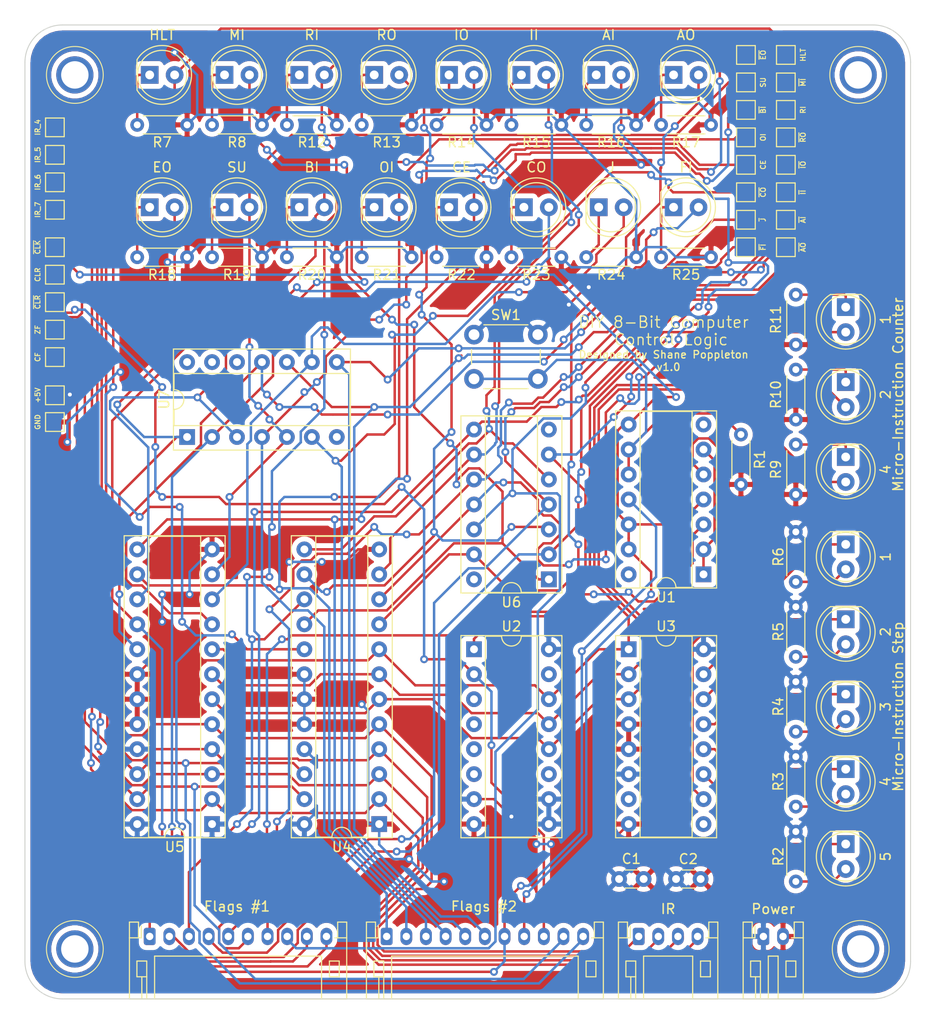
<source format=kicad_pcb>
(kicad_pcb (version 20171130) (host pcbnew "(5.1.2-1)-1")
  (layers (0 F.Cu signal) (31 B.Cu signal) (34 B.Paste user) (35 F.Paste user) (36 B.SilkS user) (37 F.SilkS user) (38 B.Mask user) (39 F.Mask user) (44 Edge.Cuts user))
  (net 0 "")
  (net 1 +5V)
  (net 2 GND)
  (net 3 "Net-(D1-Pad1)")
  (net 4 "Net-(D1-Pad2)")
  (net 5 "Net-(D2-Pad1)")
  (net 6 "Net-(D2-Pad2)")
  (net 7 "Net-(D3-Pad1)")
  (net 8 "Net-(D3-Pad2)")
  (net 9 "Net-(D4-Pad2)")
  (net 10 "Net-(D4-Pad1)")
  (net 11 "Net-(D5-Pad2)")
  (net 12 "Net-(D5-Pad1)")
  (net 13 "Net-(D6-Pad1)")
  (net 14 /HLT)
  (net 15 "Net-(D7-Pad2)")
  (net 16 "Net-(D7-Pad1)")
  (net 17 "Net-(D8-Pad1)")
  (net 18 /RI)
  (net 19 "Net-(D9-Pad2)")
  (net 20 "Net-(D9-Pad1)")
  (net 21 "Net-(D10-Pad1)")
  (net 22 "Net-(D10-Pad2)")
  (net 23 "Net-(D11-Pad2)")
  (net 24 "Net-(D11-Pad1)")
  (net 25 "Net-(D12-Pad2)")
  (net 26 "Net-(D12-Pad1)")
  (net 27 "Net-(D13-Pad1)")
  (net 28 "Net-(D13-Pad2)")
  (net 29 "Net-(D14-Pad2)")
  (net 30 "Net-(D14-Pad1)")
  (net 31 "Net-(D15-Pad2)")
  (net 32 "Net-(D15-Pad1)")
  (net 33 "Net-(D16-Pad1)")
  (net 34 /SU)
  (net 35 "Net-(D17-Pad2)")
  (net 36 "Net-(D17-Pad1)")
  (net 37 "Net-(D18-Pad1)")
  (net 38 "Net-(D19-Pad1)")
  (net 39 "Net-(D19-Pad2)")
  (net 40 /OI)
  (net 41 "Net-(D20-Pad1)")
  (net 42 "Net-(D21-Pad1)")
  (net 43 /CE)
  (net 44 "Net-(D22-Pad2)")
  (net 45 "Net-(D22-Pad1)")
  (net 46 "Net-(D23-Pad1)")
  (net 47 "Net-(D23-Pad2)")
  (net 48 "Net-(D24-Pad2)")
  (net 49 "Net-(D24-Pad1)")
  (net 50 /IR_4)
  (net 51 /IR_5)
  (net 52 /IR_6)
  (net 53 /IR_7)
  (net 54 CLR)
  (net 55 ~CLR~)
  (net 56 ~CLK~)
  (net 57 "Net-(R1-Pad1)")
  (net 58 "Net-(U1-Pad1)")
  (net 59 "Net-(U1-Pad3)")
  (net 60 "Net-(U1-Pad5)")
  (net 61 "Net-(U2-Pad3)")
  (net 62 "Net-(U2-Pad11)")
  (net 63 "Net-(U2-Pad4)")
  (net 64 "Net-(U2-Pad5)")
  (net 65 "Net-(U2-Pad6)")
  (net 66 "Net-(U2-Pad15)")
  (net 67 "Net-(U3-Pad7)")
  (net 68 "Net-(U3-Pad9)")
  (net 69 /~IO~)
  (net 70 /~AO~)
  (net 71 /~RO~)
  (net 72 /~AI~)
  (net 73 /~MI~)
  (net 74 /~II~)
  (net 75 /~J~)
  (net 76 /~EO~)
  (net 77 /~FI~)
  (net 78 /~BI~)
  (net 79 /~CO~)
  (net 80 "Net-(D16-Pad2)")
  (net 81 ZF)
  (net 82 CF)
  (module Connector_JST:JST_PH_S11B-PH-K_1x11_P2.00mm_Horizontal (layer F.Cu) (at 123.19 153.67)
    (fp_text reference J3 hide)
    (fp_text value "Flags #2" (at 9.906 -3.048) (layer F.SilkS))
    (pad 11 thru_hole oval (at 20 0) (size 1.2 1.75) (drill 0.75) (layers *.Cu *.Mask) (net 81 ZF))
    (pad 10 thru_hole oval (at 18 0) (size 1.2 1.75) (drill 0.75) (layers *.Cu *.Mask) (net 82 CF))
    (pad 9 thru_hole oval (at 16 0) (size 1.2 1.75) (drill 0.75) (layers *.Cu *.Mask) (net 56 ~CLK~))
    (pad 8 thru_hole oval (at 14 0) (size 1.2 1.75) (drill 0.75) (layers *.Cu *.Mask) (net 55 ~CLR~))
    (pad 7 thru_hole oval (at 12 0) (size 1.2 1.75) (drill 0.75) (layers *.Cu *.Mask) (net 54 CLR))
    (pad 6 thru_hole oval (at 10 0) (size 1.2 1.75) (drill 0.75) (layers *.Cu *.Mask) (net 77 /~FI~))
    (pad 5 thru_hole oval (at 8 0) (size 1.2 1.75) (drill 0.75) (layers *.Cu *.Mask) (net 75 /~J~))
    (pad 4 thru_hole oval (at 6 0) (size 1.2 1.75) (drill 0.75) (layers *.Cu *.Mask) (net 79 /~CO~))
    (pad 3 thru_hole oval (at 4 0) (size 1.2 1.75) (drill 0.75) (layers *.Cu *.Mask) (net 43 /CE))
    (pad 2 thru_hole oval (at 2 0) (size 1.2 1.75) (drill 0.75) (layers *.Cu *.Mask) (net 40 /OI))
    (pad 1 thru_hole roundrect (at 0 0) (size 1.2 1.75) (drill 0.75) (layers *.Cu *.Mask) (roundrect_rratio 0.208333) (net 78 /~BI~))
  )
  (module Digikey:Test-Point-Pin_Drill2.79mm (layer F.Cu) (at 91.44 154.94)
    (fp_text reference REF** hide)
    (fp_text value Test-Point-Pin_Drill2.79mm hide)
    (pad 1 thru_hole circle (at 0 0) (size 3.79 3.79) (drill 2.79) (layers *.Cu *.Mask))
  )
  (module Digikey:Test-Point-Pin_Drill2.79mm (layer F.Cu) (at 91.44 66.04)
    (fp_text reference REF** hide)
    (fp_text value Test-Point-Pin_Drill2.79mm hide)
    (pad 1 thru_hole circle (at 0 0) (size 3.79 3.79) (drill 2.79) (layers *.Cu *.Mask))
  )
  (module Digikey:Test-Point-Pin_Drill2.79mm (layer F.Cu) (at 171.196 66.04)
    (fp_text reference REF** hide)
    (fp_text value Test-Point-Pin_Drill2.79mm hide)
    (pad 1 thru_hole circle (at 0 0) (size 3.79 3.79) (drill 2.79) (layers *.Cu *.Mask))
  )
  (module Digikey:Test-Point-Pin_Drill2.79mm (layer F.Cu) (at 171.45 154.94)
    (fp_text reference REF** hide)
    (fp_text value Test-Point-Pin_Drill2.79mm hide)
    (pad 1 thru_hole circle (at 0 0) (size 3.79 3.79) (drill 2.79) (layers *.Cu *.Mask))
  )
  (module Capacitor_THT:C_Disc_D3.0mm_W1.6mm_P2.50mm (layer F.Cu) (at 146.852 147.828)
    (fp_text reference C1 (at 1.25 -2.05) (layer F.SilkS))
    (fp_text value 100nF)
    (pad 1 thru_hole circle (at 0 0) (size 1.6 1.6) (drill 0.8) (layers *.Cu *.Mask) (net 1 +5V))
    (pad 2 thru_hole circle (at 2.5 0) (size 1.6 1.6) (drill 0.8) (layers *.Cu *.Mask) (net 2 GND))
  )
  (module Capacitor_THT:C_Disc_D3.0mm_W1.6mm_P2.50mm (layer F.Cu) (at 152.654 147.828)
    (fp_text reference C2 (at 1.25 -2.032) (layer F.SilkS))
    (fp_text value 100nF)
    (pad 2 thru_hole circle (at 2.5 0) (size 1.6 1.6) (drill 0.8) (layers *.Cu *.Mask) (net 2 GND))
    (pad 1 thru_hole circle (at 0 0) (size 1.6 1.6) (drill 0.8) (layers *.Cu *.Mask) (net 1 +5V))
  )
  (module LED_THT:LED_D5.0mm (layer F.Cu) (at 169.926 144.272 270)
    (fp_text reference D1 hide)
    (fp_text value 5 (at 1.27 -4.064 90) (layer F.SilkS))
    (pad 1 thru_hole rect (at 0 0 270) (size 1.8 1.8) (drill 0.9) (layers *.Cu *.Mask) (net 3 "Net-(D1-Pad1)"))
    (pad 2 thru_hole circle (at 2.54 0 270) (size 1.8 1.8) (drill 0.9) (layers *.Cu *.Mask) (net 4 "Net-(D1-Pad2)"))
  )
  (module LED_THT:LED_D5.0mm (layer F.Cu) (at 169.926 136.652 270)
    (fp_text reference D2 hide)
    (fp_text value 4 (at 1.27 -4.064 90) (layer F.SilkS))
    (pad 1 thru_hole rect (at 0 0 270) (size 1.8 1.8) (drill 0.9) (layers *.Cu *.Mask) (net 5 "Net-(D2-Pad1)"))
    (pad 2 thru_hole circle (at 2.54 0 270) (size 1.8 1.8) (drill 0.9) (layers *.Cu *.Mask) (net 6 "Net-(D2-Pad2)"))
  )
  (module LED_THT:LED_D5.0mm (layer F.Cu) (at 169.926 129.032 270)
    (fp_text reference D3 hide)
    (fp_text value 3 (at 1.27 -4.064 90) (layer F.SilkS))
    (pad 1 thru_hole rect (at 0 0 270) (size 1.8 1.8) (drill 0.9) (layers *.Cu *.Mask) (net 7 "Net-(D3-Pad1)"))
    (pad 2 thru_hole circle (at 2.54 0 270) (size 1.8 1.8) (drill 0.9) (layers *.Cu *.Mask) (net 8 "Net-(D3-Pad2)"))
  )
  (module LED_THT:LED_D5.0mm (layer F.Cu) (at 169.926 121.412 270)
    (fp_text reference D4 hide)
    (fp_text value 2 (at 1.27 -4.064 90) (layer F.SilkS))
    (pad 2 thru_hole circle (at 2.54 0 270) (size 1.8 1.8) (drill 0.9) (layers *.Cu *.Mask) (net 9 "Net-(D4-Pad2)"))
    (pad 1 thru_hole rect (at 0 0 270) (size 1.8 1.8) (drill 0.9) (layers *.Cu *.Mask) (net 10 "Net-(D4-Pad1)"))
  )
  (module LED_THT:LED_D5.0mm (layer F.Cu) (at 169.926 113.792 270)
    (fp_text reference D5 hide)
    (fp_text value 1 (at 1.27 -4.064 90) (layer F.SilkS))
    (pad 2 thru_hole circle (at 2.54 0 270) (size 1.8 1.8) (drill 0.9) (layers *.Cu *.Mask) (net 11 "Net-(D5-Pad2)"))
    (pad 1 thru_hole rect (at 0 0 270) (size 1.8 1.8) (drill 0.9) (layers *.Cu *.Mask) (net 12 "Net-(D5-Pad1)"))
  )
  (module LED_THT:LED_D5.0mm (layer F.Cu) (at 99.06 66.04)
    (fp_text reference D6 hide)
    (fp_text value HLT (at 1.27 -4.064) (layer F.SilkS))
    (pad 1 thru_hole rect (at 0 0) (size 1.8 1.8) (drill 0.9) (layers *.Cu *.Mask) (net 13 "Net-(D6-Pad1)"))
    (pad 2 thru_hole circle (at 2.54 0) (size 1.8 1.8) (drill 0.9) (layers *.Cu *.Mask) (net 14 /HLT))
  )
  (module LED_THT:LED_D5.0mm (layer F.Cu) (at 106.68 66.04)
    (fp_text reference D7 hide)
    (fp_text value MI (at 1.27 -4.064) (layer F.SilkS))
    (pad 2 thru_hole circle (at 2.54 0) (size 1.8 1.8) (drill 0.9) (layers *.Cu *.Mask) (net 15 "Net-(D7-Pad2)"))
    (pad 1 thru_hole rect (at 0 0) (size 1.8 1.8) (drill 0.9) (layers *.Cu *.Mask) (net 16 "Net-(D7-Pad1)"))
  )
  (module LED_THT:LED_D5.0mm (layer F.Cu) (at 114.3 66.04)
    (fp_text reference D8 hide)
    (fp_text value RI (at 1.27 -4.064) (layer F.SilkS))
    (pad 1 thru_hole rect (at 0 0) (size 1.8 1.8) (drill 0.9) (layers *.Cu *.Mask) (net 17 "Net-(D8-Pad1)"))
    (pad 2 thru_hole circle (at 2.54 0) (size 1.8 1.8) (drill 0.9) (layers *.Cu *.Mask) (net 18 /RI))
  )
  (module LED_THT:LED_D5.0mm (layer F.Cu) (at 121.92 66.04)
    (fp_text reference D9 hide)
    (fp_text value RO (at 1.27 -4.064) (layer F.SilkS))
    (pad 2 thru_hole circle (at 2.54 0) (size 1.8 1.8) (drill 0.9) (layers *.Cu *.Mask) (net 19 "Net-(D9-Pad2)"))
    (pad 1 thru_hole rect (at 0 0) (size 1.8 1.8) (drill 0.9) (layers *.Cu *.Mask) (net 20 "Net-(D9-Pad1)"))
  )
  (module LED_THT:LED_D5.0mm (layer F.Cu) (at 169.926 104.902 270)
    (fp_text reference D10 hide)
    (fp_text value 4 (at 1.27 -4.064 90) (layer F.SilkS))
    (pad 1 thru_hole rect (at 0 0 270) (size 1.8 1.8) (drill 0.9) (layers *.Cu *.Mask) (net 21 "Net-(D10-Pad1)"))
    (pad 2 thru_hole circle (at 2.54 0 270) (size 1.8 1.8) (drill 0.9) (layers *.Cu *.Mask) (net 22 "Net-(D10-Pad2)"))
  )
  (module LED_THT:LED_D5.0mm (layer F.Cu) (at 169.926 97.282 270)
    (fp_text reference D11 hide)
    (fp_text value 2 (at 1.27 -4.064 90) (layer F.SilkS))
    (pad 2 thru_hole circle (at 2.54 0 270) (size 1.8 1.8) (drill 0.9) (layers *.Cu *.Mask) (net 23 "Net-(D11-Pad2)"))
    (pad 1 thru_hole rect (at 0 0 270) (size 1.8 1.8) (drill 0.9) (layers *.Cu *.Mask) (net 24 "Net-(D11-Pad1)"))
  )
  (module LED_THT:LED_D5.0mm (layer F.Cu) (at 169.926 89.662 270)
    (fp_text reference D12 hide)
    (fp_text value 1 (at 1.27 -4.064 90) (layer F.SilkS))
    (pad 2 thru_hole circle (at 2.54 0 270) (size 1.8 1.8) (drill 0.9) (layers *.Cu *.Mask) (net 25 "Net-(D12-Pad2)"))
    (pad 1 thru_hole rect (at 0 0 270) (size 1.8 1.8) (drill 0.9) (layers *.Cu *.Mask) (net 26 "Net-(D12-Pad1)"))
  )
  (module LED_THT:LED_D5.0mm (layer F.Cu) (at 129.54 66.04)
    (fp_text reference D13 hide)
    (fp_text value IO (at 1.27 -4.064) (layer F.SilkS))
    (pad 1 thru_hole rect (at 0 0) (size 1.8 1.8) (drill 0.9) (layers *.Cu *.Mask) (net 27 "Net-(D13-Pad1)"))
    (pad 2 thru_hole circle (at 2.54 0) (size 1.8 1.8) (drill 0.9) (layers *.Cu *.Mask) (net 28 "Net-(D13-Pad2)"))
  )
  (module LED_THT:LED_D5.0mm (layer F.Cu) (at 136.906 66.04)
    (fp_text reference D14 hide)
    (fp_text value II (at 1.27 -4.064) (layer F.SilkS))
    (pad 2 thru_hole circle (at 2.54 0) (size 1.8 1.8) (drill 0.9) (layers *.Cu *.Mask) (net 29 "Net-(D14-Pad2)"))
    (pad 1 thru_hole rect (at 0 0) (size 1.8 1.8) (drill 0.9) (layers *.Cu *.Mask) (net 30 "Net-(D14-Pad1)"))
  )
  (module LED_THT:LED_D5.0mm (layer F.Cu) (at 144.526 66.04)
    (fp_text reference D15 hide)
    (fp_text value AI (at 1.27 -4.064) (layer F.SilkS))
    (pad 2 thru_hole circle (at 2.54 0) (size 1.8 1.8) (drill 0.9) (layers *.Cu *.Mask) (net 31 "Net-(D15-Pad2)"))
    (pad 1 thru_hole rect (at 0 0) (size 1.8 1.8) (drill 0.9) (layers *.Cu *.Mask) (net 32 "Net-(D15-Pad1)"))
  )
  (module LED_THT:LED_D5.0mm (layer F.Cu) (at 152.4 66.04)
    (fp_text reference D16 hide)
    (fp_text value AO (at 1.27 -4.064) (layer F.SilkS))
    (pad 1 thru_hole rect (at 0 0) (size 1.8 1.8) (drill 0.9) (layers *.Cu *.Mask) (net 33 "Net-(D16-Pad1)"))
    (pad 2 thru_hole circle (at 2.54 0) (size 1.8 1.8) (drill 0.9) (layers *.Cu *.Mask) (net 80 "Net-(D16-Pad2)"))
  )
  (module LED_THT:LED_D5.0mm (layer F.Cu) (at 99.06 79.502)
    (fp_text reference D17 hide)
    (fp_text value EO (at 1.27 -4.064) (layer F.SilkS))
    (pad 2 thru_hole circle (at 2.54 0) (size 1.8 1.8) (drill 0.9) (layers *.Cu *.Mask) (net 35 "Net-(D17-Pad2)"))
    (pad 1 thru_hole rect (at 0 0) (size 1.8 1.8) (drill 0.9) (layers *.Cu *.Mask) (net 36 "Net-(D17-Pad1)"))
  )
  (module LED_THT:LED_D5.0mm (layer F.Cu) (at 106.68 79.502)
    (fp_text reference D18 hide)
    (fp_text value SU (at 1.27 -4.064) (layer F.SilkS))
    (pad 1 thru_hole rect (at 0 0) (size 1.8 1.8) (drill 0.9) (layers *.Cu *.Mask) (net 37 "Net-(D18-Pad1)"))
    (pad 2 thru_hole circle (at 2.54 0) (size 1.8 1.8) (drill 0.9) (layers *.Cu *.Mask) (net 34 /SU))
  )
  (module LED_THT:LED_D5.0mm (layer F.Cu) (at 114.3 79.502)
    (fp_text reference D19 hide)
    (fp_text value BI (at 1.27 -4.064) (layer F.SilkS))
    (pad 1 thru_hole rect (at 0 0) (size 1.8 1.8) (drill 0.9) (layers *.Cu *.Mask) (net 38 "Net-(D19-Pad1)"))
    (pad 2 thru_hole circle (at 2.54 0) (size 1.8 1.8) (drill 0.9) (layers *.Cu *.Mask) (net 39 "Net-(D19-Pad2)"))
  )
  (module LED_THT:LED_D5.0mm (layer F.Cu) (at 121.92 79.502)
    (fp_text reference D20 hide)
    (fp_text value OI (at 1.27 -4.064) (layer F.SilkS))
    (pad 2 thru_hole circle (at 2.54 0) (size 1.8 1.8) (drill 0.9) (layers *.Cu *.Mask) (net 40 /OI))
    (pad 1 thru_hole rect (at 0 0) (size 1.8 1.8) (drill 0.9) (layers *.Cu *.Mask) (net 41 "Net-(D20-Pad1)"))
  )
  (module LED_THT:LED_D5.0mm (layer F.Cu) (at 129.54 79.502)
    (fp_text reference D21 hide)
    (fp_text value CE (at 1.27 -4.064) (layer F.SilkS))
    (pad 1 thru_hole rect (at 0 0) (size 1.8 1.8) (drill 0.9) (layers *.Cu *.Mask) (net 42 "Net-(D21-Pad1)"))
    (pad 2 thru_hole circle (at 2.54 0) (size 1.8 1.8) (drill 0.9) (layers *.Cu *.Mask) (net 43 /CE))
  )
  (module LED_THT:LED_D5.0mm (layer F.Cu) (at 137.16 79.502)
    (fp_text reference D22 hide)
    (fp_text value CO (at 1.27 -4.064) (layer F.SilkS))
    (pad 2 thru_hole circle (at 2.54 0) (size 1.8 1.8) (drill 0.9) (layers *.Cu *.Mask) (net 44 "Net-(D22-Pad2)"))
    (pad 1 thru_hole rect (at 0 0) (size 1.8 1.8) (drill 0.9) (layers *.Cu *.Mask) (net 45 "Net-(D22-Pad1)"))
  )
  (module LED_THT:LED_D5.0mm (layer F.Cu) (at 144.78 79.502)
    (fp_text reference D23 hide)
    (fp_text value J (at 1.27 -4.064) (layer F.SilkS))
    (pad 1 thru_hole rect (at 0 0) (size 1.8 1.8) (drill 0.9) (layers *.Cu *.Mask) (net 46 "Net-(D23-Pad1)"))
    (pad 2 thru_hole circle (at 2.54 0) (size 1.8 1.8) (drill 0.9) (layers *.Cu *.Mask) (net 47 "Net-(D23-Pad2)"))
  )
  (module LED_THT:LED_D5.0mm (layer F.Cu) (at 152.4 79.502)
    (fp_text reference D24 hide)
    (fp_text value FI (at 1.27 -4.064) (layer F.SilkS))
    (pad 2 thru_hole circle (at 2.54 0) (size 1.8 1.8) (drill 0.9) (layers *.Cu *.Mask) (net 48 "Net-(D24-Pad2)"))
    (pad 1 thru_hole rect (at 0 0) (size 1.8 1.8) (drill 0.9) (layers *.Cu *.Mask) (net 49 "Net-(D24-Pad1)"))
  )
  (module Connector_JST:JST_PH_S2B-PH-K_1x02_P2.00mm_Horizontal (layer F.Cu) (at 161.544 153.67)
    (fp_text reference J1 hide)
    (fp_text value Power (at 1 -2.794) (layer F.SilkS))
    (pad 1 thru_hole roundrect (at 0 0) (size 1.2 1.75) (drill 0.75) (layers *.Cu *.Mask) (roundrect_rratio 0.208333) (net 1 +5V))
    (pad 2 thru_hole oval (at 2 0) (size 1.2 1.75) (drill 0.75) (layers *.Cu *.Mask) (net 2 GND))
  )
  (module Connector_JST:JST_PH_S4B-PH-K_1x04_P2.00mm_Horizontal (layer F.Cu) (at 148.844 153.67)
    (fp_text reference J2 hide)
    (fp_text value IR (at 3 -2.794) (layer F.SilkS))
    (pad 1 thru_hole roundrect (at 0 0) (size 1.2 1.75) (drill 0.75) (layers *.Cu *.Mask) (roundrect_rratio 0.208333) (net 50 /IR_4))
    (pad 2 thru_hole oval (at 2 0) (size 1.2 1.75) (drill 0.75) (layers *.Cu *.Mask) (net 51 /IR_5))
    (pad 3 thru_hole oval (at 4 0) (size 1.2 1.75) (drill 0.75) (layers *.Cu *.Mask) (net 52 /IR_6))
    (pad 4 thru_hole oval (at 6 0) (size 1.2 1.75) (drill 0.75) (layers *.Cu *.Mask) (net 53 /IR_7))
  )
  (module Connector_JST:JST_PH_S10B-PH-K_1x10_P2.00mm_Horizontal (layer F.Cu) (at 99.06 153.67)
    (fp_text reference J4 hide)
    (fp_text value "Flags #1" (at 8.89 -3.048) (layer F.SilkS))
    (pad 10 thru_hole oval (at 18 0) (size 1.2 1.75) (drill 0.75) (layers *.Cu *.Mask) (net 34 /SU))
    (pad 9 thru_hole oval (at 16 0) (size 1.2 1.75) (drill 0.75) (layers *.Cu *.Mask) (net 76 /~EO~))
    (pad 8 thru_hole oval (at 14 0) (size 1.2 1.75) (drill 0.75) (layers *.Cu *.Mask) (net 70 /~AO~))
    (pad 7 thru_hole oval (at 12 0) (size 1.2 1.75) (drill 0.75) (layers *.Cu *.Mask) (net 72 /~AI~))
    (pad 6 thru_hole oval (at 10 0) (size 1.2 1.75) (drill 0.75) (layers *.Cu *.Mask) (net 74 /~II~))
    (pad 5 thru_hole oval (at 8 0) (size 1.2 1.75) (drill 0.75) (layers *.Cu *.Mask) (net 69 /~IO~))
    (pad 4 thru_hole oval (at 6 0) (size 1.2 1.75) (drill 0.75) (layers *.Cu *.Mask) (net 71 /~RO~))
    (pad 3 thru_hole oval (at 4 0) (size 1.2 1.75) (drill 0.75) (layers *.Cu *.Mask) (net 18 /RI))
    (pad 2 thru_hole oval (at 2 0) (size 1.2 1.75) (drill 0.75) (layers *.Cu *.Mask) (net 73 /~MI~))
    (pad 1 thru_hole roundrect (at 0 0) (size 1.2 1.75) (drill 0.75) (layers *.Cu *.Mask) (roundrect_rratio 0.208333) (net 14 /HLT))
  )
  (module Resistor_THT:R_Axial_DIN0204_L3.6mm_D1.6mm_P5.08mm_Horizontal (layer F.Cu) (at 159.258 102.616 270)
    (fp_text reference R1 (at 2.54 -1.92 90) (layer F.SilkS))
    (fp_text value 1K)
    (pad 2 thru_hole oval (at 5.08 0 270) (size 1.4 1.4) (drill 0.7) (layers *.Cu *.Mask) (net 2 GND))
    (pad 1 thru_hole circle (at 0 0 270) (size 1.4 1.4) (drill 0.7) (layers *.Cu *.Mask) (net 57 "Net-(R1-Pad1)"))
  )
  (module Resistor_THT:R_Axial_DIN0204_L3.6mm_D1.6mm_P5.08mm_Horizontal (layer F.Cu) (at 164.846 143.002 270)
    (fp_text reference R2 (at 2.54 1.778 90) (layer F.SilkS))
    (fp_text value 220R)
    (pad 2 thru_hole oval (at 5.08 0 270) (size 1.4 1.4) (drill 0.7) (layers *.Cu *.Mask) (net 4 "Net-(D1-Pad2)"))
    (pad 1 thru_hole circle (at 0 0 270) (size 1.4 1.4) (drill 0.7) (layers *.Cu *.Mask) (net 1 +5V))
  )
  (module Resistor_THT:R_Axial_DIN0204_L3.6mm_D1.6mm_P5.08mm_Horizontal (layer F.Cu) (at 164.846 135.382 270)
    (fp_text reference R3 (at 2.54 1.778 90) (layer F.SilkS))
    (fp_text value 220R)
    (pad 1 thru_hole circle (at 0 0 270) (size 1.4 1.4) (drill 0.7) (layers *.Cu *.Mask) (net 1 +5V))
    (pad 2 thru_hole oval (at 5.08 0 270) (size 1.4 1.4) (drill 0.7) (layers *.Cu *.Mask) (net 6 "Net-(D2-Pad2)"))
  )
  (module Resistor_THT:R_Axial_DIN0204_L3.6mm_D1.6mm_P5.08mm_Horizontal (layer F.Cu) (at 164.846 127.762 270)
    (fp_text reference R4 (at 2.54 1.778 90) (layer F.SilkS))
    (fp_text value 220R)
    (pad 1 thru_hole circle (at 0 0 270) (size 1.4 1.4) (drill 0.7) (layers *.Cu *.Mask) (net 1 +5V))
    (pad 2 thru_hole oval (at 5.08 0 270) (size 1.4 1.4) (drill 0.7) (layers *.Cu *.Mask) (net 8 "Net-(D3-Pad2)"))
  )
  (module Resistor_THT:R_Axial_DIN0204_L3.6mm_D1.6mm_P5.08mm_Horizontal (layer F.Cu) (at 164.846 120.142 270)
    (fp_text reference R5 (at 2.54 1.778 90) (layer F.SilkS))
    (fp_text value 220R)
    (pad 1 thru_hole circle (at 0 0 270) (size 1.4 1.4) (drill 0.7) (layers *.Cu *.Mask) (net 1 +5V))
    (pad 2 thru_hole oval (at 5.08 0 270) (size 1.4 1.4) (drill 0.7) (layers *.Cu *.Mask) (net 9 "Net-(D4-Pad2)"))
  )
  (module Resistor_THT:R_Axial_DIN0204_L3.6mm_D1.6mm_P5.08mm_Horizontal (layer F.Cu) (at 164.846 112.522 270)
    (fp_text reference R6 (at 2.54 1.778 90) (layer F.SilkS))
    (fp_text value 220R)
    (pad 2 thru_hole oval (at 5.08 0 270) (size 1.4 1.4) (drill 0.7) (layers *.Cu *.Mask) (net 11 "Net-(D5-Pad2)"))
    (pad 1 thru_hole circle (at 0 0 270) (size 1.4 1.4) (drill 0.7) (layers *.Cu *.Mask) (net 1 +5V))
  )
  (module Resistor_THT:R_Axial_DIN0204_L3.6mm_D1.6mm_P5.08mm_Horizontal (layer F.Cu) (at 97.79 71.12)
    (fp_text reference R7 (at 2.54 1.778) (layer F.SilkS))
    (fp_text value 220R)
    (pad 2 thru_hole oval (at 5.08 0) (size 1.4 1.4) (drill 0.7) (layers *.Cu *.Mask) (net 2 GND))
    (pad 1 thru_hole circle (at 0 0) (size 1.4 1.4) (drill 0.7) (layers *.Cu *.Mask) (net 13 "Net-(D6-Pad1)"))
  )
  (module Resistor_THT:R_Axial_DIN0204_L3.6mm_D1.6mm_P5.08mm_Horizontal (layer F.Cu) (at 105.41 71.12)
    (fp_text reference R8 (at 2.54 1.778) (layer F.SilkS))
    (fp_text value 220R)
    (pad 2 thru_hole oval (at 5.08 0) (size 1.4 1.4) (drill 0.7) (layers *.Cu *.Mask) (net 2 GND))
    (pad 1 thru_hole circle (at 0 0) (size 1.4 1.4) (drill 0.7) (layers *.Cu *.Mask) (net 16 "Net-(D7-Pad1)"))
  )
  (module Resistor_THT:R_Axial_DIN0204_L3.6mm_D1.6mm_P5.08mm_Horizontal (layer F.Cu) (at 164.846 103.632 270)
    (fp_text reference R9 (at 2.54 2.032 90) (layer F.SilkS))
    (fp_text value 220R)
    (pad 1 thru_hole circle (at 0 0 270) (size 1.4 1.4) (drill 0.7) (layers *.Cu *.Mask) (net 21 "Net-(D10-Pad1)"))
    (pad 2 thru_hole oval (at 5.08 0 270) (size 1.4 1.4) (drill 0.7) (layers *.Cu *.Mask) (net 2 GND))
  )
  (module Resistor_THT:R_Axial_DIN0204_L3.6mm_D1.6mm_P5.08mm_Horizontal (layer F.Cu) (at 164.846 96.012 270)
    (fp_text reference R10 (at 2.54 2.032 90) (layer F.SilkS))
    (fp_text value 220R)
    (pad 1 thru_hole circle (at 0 0 270) (size 1.4 1.4) (drill 0.7) (layers *.Cu *.Mask) (net 24 "Net-(D11-Pad1)"))
    (pad 2 thru_hole oval (at 5.08 0 270) (size 1.4 1.4) (drill 0.7) (layers *.Cu *.Mask) (net 2 GND))
  )
  (module Resistor_THT:R_Axial_DIN0204_L3.6mm_D1.6mm_P5.08mm_Horizontal (layer F.Cu) (at 164.846 88.392 270)
    (fp_text reference R11 (at 2.54 2.032 90) (layer F.SilkS))
    (fp_text value 220R)
    (pad 1 thru_hole circle (at 0 0 270) (size 1.4 1.4) (drill 0.7) (layers *.Cu *.Mask) (net 26 "Net-(D12-Pad1)"))
    (pad 2 thru_hole oval (at 5.08 0 270) (size 1.4 1.4) (drill 0.7) (layers *.Cu *.Mask) (net 2 GND))
  )
  (module Resistor_THT:R_Axial_DIN0204_L3.6mm_D1.6mm_P5.08mm_Horizontal (layer F.Cu) (at 113.03 71.12)
    (fp_text reference R12 (at 2.54 1.778) (layer F.SilkS))
    (fp_text value 220R)
    (pad 2 thru_hole oval (at 5.08 0) (size 1.4 1.4) (drill 0.7) (layers *.Cu *.Mask) (net 2 GND))
    (pad 1 thru_hole circle (at 0 0) (size 1.4 1.4) (drill 0.7) (layers *.Cu *.Mask) (net 17 "Net-(D8-Pad1)"))
  )
  (module Resistor_THT:R_Axial_DIN0204_L3.6mm_D1.6mm_P5.08mm_Horizontal (layer F.Cu) (at 120.65 71.12)
    (fp_text reference R13 (at 2.54 1.778) (layer F.SilkS))
    (fp_text value 220R)
    (pad 2 thru_hole oval (at 5.08 0) (size 1.4 1.4) (drill 0.7) (layers *.Cu *.Mask) (net 2 GND))
    (pad 1 thru_hole circle (at 0 0) (size 1.4 1.4) (drill 0.7) (layers *.Cu *.Mask) (net 20 "Net-(D9-Pad1)"))
  )
  (module Resistor_THT:R_Axial_DIN0204_L3.6mm_D1.6mm_P5.08mm_Horizontal (layer F.Cu) (at 128.27 71.12)
    (fp_text reference R14 (at 2.54 1.778) (layer F.SilkS))
    (fp_text value 220R)
    (pad 1 thru_hole circle (at 0 0) (size 1.4 1.4) (drill 0.7) (layers *.Cu *.Mask) (net 27 "Net-(D13-Pad1)"))
    (pad 2 thru_hole oval (at 5.08 0) (size 1.4 1.4) (drill 0.7) (layers *.Cu *.Mask) (net 2 GND))
  )
  (module Resistor_THT:R_Axial_DIN0204_L3.6mm_D1.6mm_P5.08mm_Horizontal (layer F.Cu) (at 135.89 71.12)
    (fp_text reference R15 (at 2.54 1.778) (layer F.SilkS))
    (fp_text value 220R)
    (pad 1 thru_hole circle (at 0 0) (size 1.4 1.4) (drill 0.7) (layers *.Cu *.Mask) (net 30 "Net-(D14-Pad1)"))
    (pad 2 thru_hole oval (at 5.08 0) (size 1.4 1.4) (drill 0.7) (layers *.Cu *.Mask) (net 2 GND))
  )
  (module Resistor_THT:R_Axial_DIN0204_L3.6mm_D1.6mm_P5.08mm_Horizontal (layer F.Cu) (at 143.51 71.12)
    (fp_text reference R16 (at 2.54 1.778) (layer F.SilkS))
    (fp_text value 220R)
    (pad 1 thru_hole circle (at 0 0) (size 1.4 1.4) (drill 0.7) (layers *.Cu *.Mask) (net 32 "Net-(D15-Pad1)"))
    (pad 2 thru_hole oval (at 5.08 0) (size 1.4 1.4) (drill 0.7) (layers *.Cu *.Mask) (net 2 GND))
  )
  (module Resistor_THT:R_Axial_DIN0204_L3.6mm_D1.6mm_P5.08mm_Horizontal (layer F.Cu) (at 151.13 71.12)
    (fp_text reference R17 (at 2.54 1.778) (layer F.SilkS))
    (fp_text value 220R)
    (pad 1 thru_hole circle (at 0 0) (size 1.4 1.4) (drill 0.7) (layers *.Cu *.Mask) (net 33 "Net-(D16-Pad1)"))
    (pad 2 thru_hole oval (at 5.08 0) (size 1.4 1.4) (drill 0.7) (layers *.Cu *.Mask) (net 2 GND))
  )
  (module Resistor_THT:R_Axial_DIN0204_L3.6mm_D1.6mm_P5.08mm_Horizontal (layer F.Cu) (at 97.79 84.582)
    (fp_text reference R18 (at 2.54 1.778) (layer F.SilkS))
    (fp_text value 220R)
    (pad 1 thru_hole circle (at 0 0) (size 1.4 1.4) (drill 0.7) (layers *.Cu *.Mask) (net 36 "Net-(D17-Pad1)"))
    (pad 2 thru_hole oval (at 5.08 0) (size 1.4 1.4) (drill 0.7) (layers *.Cu *.Mask) (net 2 GND))
  )
  (module Resistor_THT:R_Axial_DIN0204_L3.6mm_D1.6mm_P5.08mm_Horizontal (layer F.Cu) (at 105.41 84.582)
    (fp_text reference R19 (at 2.54 1.778) (layer F.SilkS))
    (fp_text value 220R)
    (pad 1 thru_hole circle (at 0 0) (size 1.4 1.4) (drill 0.7) (layers *.Cu *.Mask) (net 37 "Net-(D18-Pad1)"))
    (pad 2 thru_hole oval (at 5.08 0) (size 1.4 1.4) (drill 0.7) (layers *.Cu *.Mask) (net 2 GND))
  )
  (module Resistor_THT:R_Axial_DIN0204_L3.6mm_D1.6mm_P5.08mm_Horizontal (layer F.Cu) (at 113.03 84.582)
    (fp_text reference R20 (at 2.54 1.778) (layer F.SilkS))
    (fp_text value 220R)
    (pad 2 thru_hole oval (at 5.08 0) (size 1.4 1.4) (drill 0.7) (layers *.Cu *.Mask) (net 2 GND))
    (pad 1 thru_hole circle (at 0 0) (size 1.4 1.4) (drill 0.7) (layers *.Cu *.Mask) (net 38 "Net-(D19-Pad1)"))
  )
  (module Resistor_THT:R_Axial_DIN0204_L3.6mm_D1.6mm_P5.08mm_Horizontal (layer F.Cu) (at 120.65 84.582)
    (fp_text reference R21 (at 2.54 1.778) (layer F.SilkS))
    (fp_text value 220R)
    (pad 2 thru_hole oval (at 5.08 0) (size 1.4 1.4) (drill 0.7) (layers *.Cu *.Mask) (net 2 GND))
    (pad 1 thru_hole circle (at 0 0) (size 1.4 1.4) (drill 0.7) (layers *.Cu *.Mask) (net 41 "Net-(D20-Pad1)"))
  )
  (module Resistor_THT:R_Axial_DIN0204_L3.6mm_D1.6mm_P5.08mm_Horizontal (layer F.Cu) (at 128.27 84.582)
    (fp_text reference R22 (at 2.54 1.778) (layer F.SilkS))
    (fp_text value 220R)
    (pad 2 thru_hole oval (at 5.08 0) (size 1.4 1.4) (drill 0.7) (layers *.Cu *.Mask) (net 2 GND))
    (pad 1 thru_hole circle (at 0 0) (size 1.4 1.4) (drill 0.7) (layers *.Cu *.Mask) (net 42 "Net-(D21-Pad1)"))
  )
  (module Resistor_THT:R_Axial_DIN0204_L3.6mm_D1.6mm_P5.08mm_Horizontal (layer F.Cu) (at 135.89 84.582)
    (fp_text reference R23 (at 2.54 1.778) (layer F.SilkS))
    (fp_text value 220R)
    (pad 2 thru_hole oval (at 5.08 0) (size 1.4 1.4) (drill 0.7) (layers *.Cu *.Mask) (net 2 GND))
    (pad 1 thru_hole circle (at 0 0) (size 1.4 1.4) (drill 0.7) (layers *.Cu *.Mask) (net 45 "Net-(D22-Pad1)"))
  )
  (module Resistor_THT:R_Axial_DIN0204_L3.6mm_D1.6mm_P5.08mm_Horizontal (layer F.Cu) (at 143.51 84.582)
    (fp_text reference R24 (at 2.54 1.778) (layer F.SilkS))
    (fp_text value 220R)
    (pad 2 thru_hole oval (at 5.08 0) (size 1.4 1.4) (drill 0.7) (layers *.Cu *.Mask) (net 2 GND))
    (pad 1 thru_hole circle (at 0 0) (size 1.4 1.4) (drill 0.7) (layers *.Cu *.Mask) (net 46 "Net-(D23-Pad1)"))
  )
  (module Resistor_THT:R_Axial_DIN0204_L3.6mm_D1.6mm_P5.08mm_Horizontal (layer F.Cu) (at 151.13 84.582)
    (fp_text reference R25 (at 2.54 1.778) (layer F.SilkS))
    (fp_text value 220R)
    (pad 1 thru_hole circle (at 0 0) (size 1.4 1.4) (drill 0.7) (layers *.Cu *.Mask) (net 49 "Net-(D24-Pad1)"))
    (pad 2 thru_hole oval (at 5.08 0) (size 1.4 1.4) (drill 0.7) (layers *.Cu *.Mask) (net 2 GND))
  )
  (module Button_Switch_THT:SW_PUSH_6mm_H5mm (layer F.Cu) (at 132.08 92.456)
    (fp_text reference SW1 (at 3.25 -2) (layer F.SilkS))
    (fp_text value SW_Push)
    (pad 2 thru_hole circle (at 0 4.5 90) (size 2 2) (drill 1.1) (layers *.Cu *.Mask) (net 57 "Net-(R1-Pad1)"))
    (pad 1 thru_hole circle (at 0 0 90) (size 2 2) (drill 1.1) (layers *.Cu *.Mask) (net 1 +5V))
    (pad 2 thru_hole circle (at 6.5 4.5 90) (size 2 2) (drill 1.1) (layers *.Cu *.Mask) (net 57 "Net-(R1-Pad1)"))
    (pad 1 thru_hole circle (at 6.5 0 90) (size 2 2) (drill 1.1) (layers *.Cu *.Mask) (net 1 +5V))
  )
  (module TestPoint:TestPoint_Pad_1.5x1.5mm (layer F.Cu) (at 89.408 98.625001 270)
    (fp_text reference TP1 hide)
    (fp_text value +5V (at 0 1.75 90) (layer F.SilkS) (effects (font (size 0.508 0.508) (thickness 0.1016))))
    (pad 1 smd rect (at 0 0 270) (size 1.5 1.5) (layers F.Cu F.Mask) (net 1 +5V))
  )
  (module TestPoint:TestPoint_Pad_1.5x1.5mm (layer F.Cu) (at 89.408 101.346 270)
    (fp_text reference TP2 hide)
    (fp_text value GND (at 0 1.75 90) (layer F.SilkS) (effects (font (size 0.508 0.508) (thickness 0.1016))))
    (pad 1 smd rect (at 0 0 270) (size 1.5 1.5) (layers F.Cu F.Mask) (net 2 GND))
  )
  (module TestPoint:TestPoint_Pad_1.5x1.5mm (layer F.Cu) (at 89.408 89.154 270)
    (fp_text reference TP3 hide)
    (fp_text value ~CLR~ (at 0 1.75 90) (layer F.SilkS) (effects (font (size 0.508 0.508) (thickness 0.1016))))
    (pad 1 smd rect (at 0 0 270) (size 1.5 1.5) (layers F.Cu F.Mask) (net 55 ~CLR~))
  )
  (module TestPoint:TestPoint_Pad_1.5x1.5mm (layer F.Cu) (at 89.408 86.36 270)
    (fp_text reference TP4 hide)
    (fp_text value CLR (at 0 1.75 90) (layer F.SilkS) (effects (font (size 0.508 0.508) (thickness 0.1016))))
    (pad 1 smd rect (at 0 0 270) (size 1.5 1.5) (layers F.Cu F.Mask) (net 54 CLR))
  )
  (module TestPoint:TestPoint_Pad_1.5x1.5mm (layer F.Cu) (at 89.408 83.566 270)
    (fp_text reference TP5 hide)
    (fp_text value ~CLK~ (at 0 1.75 90) (layer F.SilkS) (effects (font (size 0.508 0.508) (thickness 0.1016))))
    (pad 1 smd rect (at 0 0 270) (size 1.5 1.5) (layers F.Cu F.Mask) (net 56 ~CLK~))
  )
  (module TestPoint:TestPoint_Pad_1.5x1.5mm (layer F.Cu) (at 89.408 71.374 270)
    (fp_text reference TP6 hide)
    (fp_text value IR_4 (at 0 1.75 90) (layer F.SilkS) (effects (font (size 0.508 0.508) (thickness 0.1016))))
    (pad 1 smd rect (at 0 0 270) (size 1.5 1.5) (layers F.Cu F.Mask) (net 50 /IR_4))
  )
  (module TestPoint:TestPoint_Pad_1.5x1.5mm (layer F.Cu) (at 89.408 74.168 270)
    (fp_text reference TP7 hide)
    (fp_text value IR_5 (at 0 1.75 90) (layer F.SilkS) (effects (font (size 0.508 0.508) (thickness 0.1016))))
    (pad 1 smd rect (at 0 0 270) (size 1.5 1.5) (layers F.Cu F.Mask) (net 51 /IR_5))
  )
  (module TestPoint:TestPoint_Pad_1.5x1.5mm (layer F.Cu) (at 89.408 76.962 270)
    (fp_text reference TP8 hide)
    (fp_text value IR_6 (at 0 1.75 90) (layer F.SilkS) (effects (font (size 0.508 0.508) (thickness 0.1016))))
    (pad 1 smd rect (at 0 0 270) (size 1.5 1.5) (layers F.Cu F.Mask) (net 52 /IR_6))
  )
  (module TestPoint:TestPoint_Pad_1.5x1.5mm (layer F.Cu) (at 89.408 79.756 270)
    (fp_text reference TP9 hide)
    (fp_text value IR_7 (at 0 1.75 90) (layer F.SilkS) (effects (font (size 0.508 0.508) (thickness 0.1016))))
    (pad 1 smd rect (at 0 0 270) (size 1.5 1.5) (layers F.Cu F.Mask) (net 53 /IR_7))
  )
  (module TestPoint:TestPoint_Pad_1.5x1.5mm (layer F.Cu) (at 89.408 94.742 270)
    (fp_text reference TP10 hide)
    (fp_text value CF (at 0 1.75 90) (layer F.SilkS) (effects (font (size 0.508 0.508) (thickness 0.1016))))
    (pad 1 smd rect (at 0 0 270) (size 1.5 1.5) (layers F.Cu F.Mask) (net 82 CF))
  )
  (module TestPoint:TestPoint_Pad_1.5x1.5mm (layer F.Cu) (at 89.408 91.948 270)
    (fp_text reference TP11 hide)
    (fp_text value ZF (at 0 1.75 90) (layer F.SilkS) (effects (font (size 0.508 0.508) (thickness 0.1016))))
    (pad 1 smd rect (at 0 0 270) (size 1.5 1.5) (layers F.Cu F.Mask) (net 81 ZF))
  )
  (module TestPoint:TestPoint_Pad_1.5x1.5mm (layer F.Cu) (at 163.83 64.008 90)
    (fp_text reference TP12 hide)
    (fp_text value HLT (at 0 1.75 90) (layer F.SilkS) (effects (font (size 0.508 0.508) (thickness 0.1016))))
    (pad 1 smd rect (at 0 0 90) (size 1.5 1.5) (layers F.Cu F.Mask) (net 14 /HLT))
  )
  (module TestPoint:TestPoint_Pad_1.5x1.5mm (layer F.Cu) (at 163.83 77.978 90)
    (fp_text reference TP13 hide)
    (fp_text value ~II~ (at 0 1.75 90) (layer F.SilkS) (effects (font (size 0.508 0.508) (thickness 0.1016))))
    (pad 1 smd rect (at 0 0 90) (size 1.5 1.5) (layers F.Cu F.Mask) (net 74 /~II~))
  )
  (module TestPoint:TestPoint_Pad_1.5x1.5mm (layer F.Cu) (at 163.83 66.802 90)
    (fp_text reference TP14 hide)
    (fp_text value ~MI~ (at 0 1.75 90) (layer F.SilkS) (effects (font (size 0.508 0.508) (thickness 0.1016))))
    (pad 1 smd rect (at 0 0 90) (size 1.5 1.5) (layers F.Cu F.Mask) (net 73 /~MI~))
  )
  (module TestPoint:TestPoint_Pad_1.5x1.5mm (layer F.Cu) (at 163.83 80.772 90)
    (fp_text reference TP15 hide)
    (fp_text value ~AI~ (at 0 1.75 90) (layer F.SilkS) (effects (font (size 0.508 0.508) (thickness 0.1016))))
    (pad 1 smd rect (at 0 0 90) (size 1.5 1.5) (layers F.Cu F.Mask) (net 72 /~AI~))
  )
  (module TestPoint:TestPoint_Pad_1.5x1.5mm (layer F.Cu) (at 163.83 69.596 90)
    (fp_text reference TP16 hide)
    (fp_text value RI (at 0 1.75 90) (layer F.SilkS) (effects (font (size 0.508 0.508) (thickness 0.1016))))
    (pad 1 smd rect (at 0 0 90) (size 1.5 1.5) (layers F.Cu F.Mask) (net 18 /RI))
  )
  (module TestPoint:TestPoint_Pad_1.5x1.5mm (layer F.Cu) (at 163.83 83.566 90)
    (fp_text reference TP17 hide)
    (fp_text value ~AO~ (at 0 1.75 90) (layer F.SilkS) (effects (font (size 0.508 0.508) (thickness 0.1016))))
    (pad 1 smd rect (at 0 0 90) (size 1.5 1.5) (layers F.Cu F.Mask) (net 70 /~AO~))
  )
  (module TestPoint:TestPoint_Pad_1.5x1.5mm (layer F.Cu) (at 163.83 72.39 90)
    (fp_text reference TP18 hide)
    (fp_text value ~RO~ (at 0 1.75 90) (layer F.SilkS) (effects (font (size 0.508 0.508) (thickness 0.1016))))
    (pad 1 smd rect (at 0 0 90) (size 1.5 1.5) (layers F.Cu F.Mask) (net 71 /~RO~))
  )
  (module TestPoint:TestPoint_Pad_1.5x1.5mm (layer F.Cu) (at 163.83 75.184 90)
    (fp_text reference TP19 hide)
    (fp_text value ~IO~ (at 0 1.75 90) (layer F.SilkS) (effects (font (size 0.508 0.508) (thickness 0.1016))))
    (pad 1 smd rect (at 0 0 90) (size 1.5 1.5) (layers F.Cu F.Mask) (net 69 /~IO~))
  )
  (module TestPoint:TestPoint_Pad_1.5x1.5mm (layer F.Cu) (at 159.766 64.008 90)
    (fp_text reference TP20 hide)
    (fp_text value ~EO~ (at 0 1.75 90) (layer F.SilkS) (effects (font (size 0.508 0.508) (thickness 0.1016))))
    (pad 1 smd rect (at 0 0 90) (size 1.5 1.5) (layers F.Cu F.Mask) (net 76 /~EO~))
  )
  (module TestPoint:TestPoint_Pad_1.5x1.5mm (layer F.Cu) (at 159.766 72.39 90)
    (fp_text reference TP21 hide)
    (fp_text value OI (at 0 1.75 90) (layer F.SilkS) (effects (font (size 0.508 0.508) (thickness 0.1016))))
    (pad 1 smd rect (at 0 0 90) (size 1.5 1.5) (layers F.Cu F.Mask) (net 40 /OI))
  )
  (module TestPoint:TestPoint_Pad_1.5x1.5mm (layer F.Cu) (at 159.766 77.978 90)
    (fp_text reference TP22 hide)
    (fp_text value ~CO~ (at 0 1.75 90) (layer F.SilkS) (effects (font (size 0.508 0.508) (thickness 0.1016))))
    (pad 1 smd rect (at 0 0 90) (size 1.5 1.5) (layers F.Cu F.Mask) (net 79 /~CO~))
  )
  (module TestPoint:TestPoint_Pad_1.5x1.5mm (layer F.Cu) (at 159.766 66.802 90)
    (fp_text reference TP23 hide)
    (fp_text value SU (at 0 1.75 90) (layer F.SilkS) (effects (font (size 0.508 0.508) (thickness 0.1016))))
    (pad 1 smd rect (at 0 0 90) (size 1.5 1.5) (layers F.Cu F.Mask) (net 34 /SU))
  )
  (module TestPoint:TestPoint_Pad_1.5x1.5mm (layer F.Cu) (at 159.766 80.772 90)
    (fp_text reference TP24 hide)
    (fp_text value ~J~ (at 0 1.75 90) (layer F.SilkS) (effects (font (size 0.508 0.508) (thickness 0.1016))))
    (pad 1 smd rect (at 0 0 90) (size 1.5 1.5) (layers F.Cu F.Mask) (net 75 /~J~))
  )
  (module TestPoint:TestPoint_Pad_1.5x1.5mm (layer F.Cu) (at 159.766 75.184 90)
    (fp_text reference TP25 hide)
    (fp_text value CE (at 0 1.75 90) (layer F.SilkS) (effects (font (size 0.508 0.508) (thickness 0.1016))))
    (pad 1 smd rect (at 0 0 90) (size 1.5 1.5) (layers F.Cu F.Mask) (net 43 /CE))
  )
  (module TestPoint:TestPoint_Pad_1.5x1.5mm (layer F.Cu) (at 159.766 83.566 90)
    (fp_text reference TP26 hide)
    (fp_text value ~FI~ (at 0 1.75 90) (layer F.SilkS) (effects (font (size 0.508 0.508) (thickness 0.1016))))
    (pad 1 smd rect (at 0 0 90) (size 1.5 1.5) (layers F.Cu F.Mask) (net 77 /~FI~))
  )
  (module TestPoint:TestPoint_Pad_1.5x1.5mm (layer F.Cu) (at 159.766 69.596 90)
    (fp_text reference TP27 hide)
    (fp_text value ~BI~ (at 0 1.75 90) (layer F.SilkS) (effects (font (size 0.508 0.508) (thickness 0.1016))))
    (pad 1 smd rect (at 0 0 90) (size 1.5 1.5) (layers F.Cu F.Mask) (net 78 /~BI~))
  )
  (module Package_DIP:DIP-14_W7.62mm_Socket (layer F.Cu) (at 155.448 116.84 180)
    (fp_text reference U1 (at 3.81 -2.33) (layer F.SilkS))
    (fp_text value 74LS00)
    (pad 1 thru_hole rect (at 0 0 180) (size 1.6 1.6) (drill 0.8) (layers *.Cu *.Mask) (net 58 "Net-(U1-Pad1)"))
    (pad 8 thru_hole oval (at 7.62 15.24 180) (size 1.6 1.6) (drill 0.8) (layers *.Cu *.Mask) (net 55 ~CLR~))
    (pad 2 thru_hole oval (at 0 2.54 180) (size 1.6 1.6) (drill 0.8) (layers *.Cu *.Mask) (net 58 "Net-(U1-Pad1)"))
    (pad 9 thru_hole oval (at 7.62 12.7 180) (size 1.6 1.6) (drill 0.8) (layers *.Cu *.Mask) (net 57 "Net-(R1-Pad1)"))
    (pad 3 thru_hole oval (at 0 5.08 180) (size 1.6 1.6) (drill 0.8) (layers *.Cu *.Mask) (net 59 "Net-(U1-Pad3)"))
    (pad 10 thru_hole oval (at 7.62 10.16 180) (size 1.6 1.6) (drill 0.8) (layers *.Cu *.Mask) (net 57 "Net-(R1-Pad1)"))
    (pad 4 thru_hole oval (at 0 7.62 180) (size 1.6 1.6) (drill 0.8) (layers *.Cu *.Mask) (net 55 ~CLR~))
    (pad 11 thru_hole oval (at 7.62 7.62 180) (size 1.6 1.6) (drill 0.8) (layers *.Cu *.Mask) (net 54 CLR))
    (pad 5 thru_hole oval (at 0 10.16 180) (size 1.6 1.6) (drill 0.8) (layers *.Cu *.Mask) (net 60 "Net-(U1-Pad5)"))
    (pad 12 thru_hole oval (at 7.62 5.08 180) (size 1.6 1.6) (drill 0.8) (layers *.Cu *.Mask) (net 55 ~CLR~))
    (pad 6 thru_hole oval (at 0 12.7 180) (size 1.6 1.6) (drill 0.8) (layers *.Cu *.Mask) (net 58 "Net-(U1-Pad1)"))
    (pad 13 thru_hole oval (at 7.62 2.54 180) (size 1.6 1.6) (drill 0.8) (layers *.Cu *.Mask) (net 55 ~CLR~))
    (pad 7 thru_hole oval (at 0 15.24 180) (size 1.6 1.6) (drill 0.8) (layers *.Cu *.Mask))
    (pad 14 thru_hole oval (at 7.62 0 180) (size 1.6 1.6) (drill 0.8) (layers *.Cu *.Mask))
  )
  (module Package_DIP:DIP-16_W7.62mm_Socket (layer F.Cu) (at 132.08 124.46)
    (fp_text reference U2 (at 3.81 -2.33) (layer F.SilkS))
    (fp_text value 74LS161)
    (pad 1 thru_hole rect (at 0 0) (size 1.6 1.6) (drill 0.8) (layers *.Cu *.Mask) (net 59 "Net-(U1-Pad3)"))
    (pad 9 thru_hole oval (at 7.62 17.78) (size 1.6 1.6) (drill 0.8) (layers *.Cu *.Mask) (net 1 +5V))
    (pad 2 thru_hole oval (at 0 2.54) (size 1.6 1.6) (drill 0.8) (layers *.Cu *.Mask) (net 56 ~CLK~))
    (pad 10 thru_hole oval (at 7.62 15.24) (size 1.6 1.6) (drill 0.8) (layers *.Cu *.Mask) (net 1 +5V))
    (pad 3 thru_hole oval (at 0 5.08) (size 1.6 1.6) (drill 0.8) (layers *.Cu *.Mask) (net 61 "Net-(U2-Pad3)"))
    (pad 11 thru_hole oval (at 7.62 12.7) (size 1.6 1.6) (drill 0.8) (layers *.Cu *.Mask) (net 62 "Net-(U2-Pad11)"))
    (pad 4 thru_hole oval (at 0 7.62) (size 1.6 1.6) (drill 0.8) (layers *.Cu *.Mask) (net 63 "Net-(U2-Pad4)"))
    (pad 12 thru_hole oval (at 7.62 10.16) (size 1.6 1.6) (drill 0.8) (layers *.Cu *.Mask) (net 22 "Net-(D10-Pad2)"))
    (pad 5 thru_hole oval (at 0 10.16) (size 1.6 1.6) (drill 0.8) (layers *.Cu *.Mask) (net 64 "Net-(U2-Pad5)"))
    (pad 13 thru_hole oval (at 7.62 7.62) (size 1.6 1.6) (drill 0.8) (layers *.Cu *.Mask) (net 23 "Net-(D11-Pad2)"))
    (pad 6 thru_hole oval (at 0 12.7) (size 1.6 1.6) (drill 0.8) (layers *.Cu *.Mask) (net 65 "Net-(U2-Pad6)"))
    (pad 14 thru_hole oval (at 7.62 5.08) (size 1.6 1.6) (drill 0.8) (layers *.Cu *.Mask) (net 25 "Net-(D12-Pad2)"))
    (pad 7 thru_hole oval (at 0 15.24) (size 1.6 1.6) (drill 0.8) (layers *.Cu *.Mask) (net 1 +5V))
    (pad 15 thru_hole oval (at 7.62 2.54) (size 1.6 1.6) (drill 0.8) (layers *.Cu *.Mask) (net 66 "Net-(U2-Pad15)"))
    (pad 8 thru_hole oval (at 0 17.78) (size 1.6 1.6) (drill 0.8) (layers *.Cu *.Mask) (net 2 GND))
    (pad 16 thru_hole oval (at 7.62 0) (size 1.6 1.6) (drill 0.8) (layers *.Cu *.Mask) (net 1 +5V))
  )
  (module Package_DIP:DIP-16_W7.62mm_Socket (layer F.Cu) (at 147.828 124.46)
    (fp_text reference U3 (at 3.81 -2.33) (layer F.SilkS))
    (fp_text value 74LS138)
    (pad 16 thru_hole oval (at 7.62 0) (size 1.6 1.6) (drill 0.8) (layers *.Cu *.Mask) (net 1 +5V))
    (pad 8 thru_hole oval (at 0 17.78) (size 1.6 1.6) (drill 0.8) (layers *.Cu *.Mask) (net 2 GND))
    (pad 15 thru_hole oval (at 7.62 2.54) (size 1.6 1.6) (drill 0.8) (layers *.Cu *.Mask) (net 12 "Net-(D5-Pad1)"))
    (pad 7 thru_hole oval (at 0 15.24) (size 1.6 1.6) (drill 0.8) (layers *.Cu *.Mask) (net 67 "Net-(U3-Pad7)"))
    (pad 14 thru_hole oval (at 7.62 5.08) (size 1.6 1.6) (drill 0.8) (layers *.Cu *.Mask) (net 10 "Net-(D4-Pad1)"))
    (pad 6 thru_hole oval (at 0 12.7) (size 1.6 1.6) (drill 0.8) (layers *.Cu *.Mask) (net 1 +5V))
    (pad 13 thru_hole oval (at 7.62 7.62) (size 1.6 1.6) (drill 0.8) (layers *.Cu *.Mask) (net 7 "Net-(D3-Pad1)"))
    (pad 5 thru_hole oval (at 0 10.16) (size 1.6 1.6) (drill 0.8) (layers *.Cu *.Mask) (net 2 GND))
    (pad 12 thru_hole oval (at 7.62 10.16) (size 1.6 1.6) (drill 0.8) (layers *.Cu *.Mask) (net 5 "Net-(D2-Pad1)"))
    (pad 4 thru_hole oval (at 0 7.62) (size 1.6 1.6) (drill 0.8) (layers *.Cu *.Mask) (net 2 GND))
    (pad 11 thru_hole oval (at 7.62 12.7) (size 1.6 1.6) (drill 0.8) (layers *.Cu *.Mask) (net 3 "Net-(D1-Pad1)"))
    (pad 3 thru_hole oval (at 0 5.08) (size 1.6 1.6) (drill 0.8) (layers *.Cu *.Mask) (net 22 "Net-(D10-Pad2)"))
    (pad 10 thru_hole oval (at 7.62 15.24) (size 1.6 1.6) (drill 0.8) (layers *.Cu *.Mask) (net 60 "Net-(U1-Pad5)"))
    (pad 2 thru_hole oval (at 0 2.54) (size 1.6 1.6) (drill 0.8) (layers *.Cu *.Mask) (net 23 "Net-(D11-Pad2)"))
    (pad 9 thru_hole oval (at 7.62 17.78) (size 1.6 1.6) (drill 0.8) (layers *.Cu *.Mask) (net 68 "Net-(U3-Pad9)"))
    (pad 1 thru_hole rect (at 0 0) (size 1.6 1.6) (drill 0.8) (layers *.Cu *.Mask) (net 25 "Net-(D12-Pad2)"))
  )
  (module Package_DIP:DIP-24_W7.62mm_Socket (layer F.Cu) (at 122.428 142.24 180)
    (fp_text reference U4 (at 3.81 -2.33) (layer F.SilkS))
    (fp_text value 24C16)
    (pad 24 thru_hole oval (at 7.62 0 180) (size 1.6 1.6) (drill 0.8) (layers *.Cu *.Mask) (net 1 +5V))
    (pad 12 thru_hole oval (at 0 27.94 180) (size 1.6 1.6) (drill 0.8) (layers *.Cu *.Mask) (net 2 GND))
    (pad 23 thru_hole oval (at 7.62 2.54 180) (size 1.6 1.6) (drill 0.8) (layers *.Cu *.Mask) (net 82 CF))
    (pad 11 thru_hole oval (at 0 25.4 180) (size 1.6 1.6) (drill 0.8) (layers *.Cu *.Mask) (net 29 "Net-(D14-Pad2)"))
    (pad 22 thru_hole oval (at 7.62 5.08 180) (size 1.6 1.6) (drill 0.8) (layers *.Cu *.Mask) (net 81 ZF))
    (pad 10 thru_hole oval (at 0 22.86 180) (size 1.6 1.6) (drill 0.8) (layers *.Cu *.Mask) (net 31 "Net-(D15-Pad2)"))
    (pad 21 thru_hole oval (at 7.62 7.62 180) (size 1.6 1.6) (drill 0.8) (layers *.Cu *.Mask) (net 1 +5V))
    (pad 9 thru_hole oval (at 0 20.32 180) (size 1.6 1.6) (drill 0.8) (layers *.Cu *.Mask) (net 80 "Net-(D16-Pad2)"))
    (pad 20 thru_hole oval (at 7.62 10.16 180) (size 1.6 1.6) (drill 0.8) (layers *.Cu *.Mask) (net 2 GND))
    (pad 8 thru_hole oval (at 0 17.78 180) (size 1.6 1.6) (drill 0.8) (layers *.Cu *.Mask) (net 25 "Net-(D12-Pad2)"))
    (pad 19 thru_hole oval (at 7.62 12.7 180) (size 1.6 1.6) (drill 0.8) (layers *.Cu *.Mask) (net 2 GND))
    (pad 7 thru_hole oval (at 0 15.24 180) (size 1.6 1.6) (drill 0.8) (layers *.Cu *.Mask) (net 23 "Net-(D11-Pad2)"))
    (pad 18 thru_hole oval (at 7.62 15.24 180) (size 1.6 1.6) (drill 0.8) (layers *.Cu *.Mask) (net 2 GND))
    (pad 6 thru_hole oval (at 0 12.7 180) (size 1.6 1.6) (drill 0.8) (layers *.Cu *.Mask) (net 22 "Net-(D10-Pad2)"))
    (pad 17 thru_hole oval (at 7.62 17.78 180) (size 1.6 1.6) (drill 0.8) (layers *.Cu *.Mask) (net 14 /HLT))
    (pad 5 thru_hole oval (at 0 10.16 180) (size 1.6 1.6) (drill 0.8) (layers *.Cu *.Mask) (net 50 /IR_4))
    (pad 16 thru_hole oval (at 7.62 20.32 180) (size 1.6 1.6) (drill 0.8) (layers *.Cu *.Mask) (net 15 "Net-(D7-Pad2)"))
    (pad 4 thru_hole oval (at 0 7.62 180) (size 1.6 1.6) (drill 0.8) (layers *.Cu *.Mask) (net 51 /IR_5))
    (pad 15 thru_hole oval (at 7.62 22.86 180) (size 1.6 1.6) (drill 0.8) (layers *.Cu *.Mask) (net 18 /RI))
    (pad 3 thru_hole oval (at 0 5.08 180) (size 1.6 1.6) (drill 0.8) (layers *.Cu *.Mask) (net 52 /IR_6))
    (pad 14 thru_hole oval (at 7.62 25.4 180) (size 1.6 1.6) (drill 0.8) (layers *.Cu *.Mask) (net 19 "Net-(D9-Pad2)"))
    (pad 2 thru_hole oval (at 0 2.54 180) (size 1.6 1.6) (drill 0.8) (layers *.Cu *.Mask) (net 53 /IR_7))
    (pad 13 thru_hole oval (at 7.62 27.94 180) (size 1.6 1.6) (drill 0.8) (layers *.Cu *.Mask) (net 28 "Net-(D13-Pad2)"))
    (pad 1 thru_hole rect (at 0 0 180) (size 1.6 1.6) (drill 0.8) (layers *.Cu *.Mask) (net 2 GND))
  )
  (module Package_DIP:DIP-24_W7.62mm_Socket (layer F.Cu) (at 105.41 142.24 180)
    (fp_text reference U5 (at 3.81 -2.33) (layer F.SilkS))
    (fp_text value 24C16)
    (pad 1 thru_hole rect (at 0 0 180) (size 1.6 1.6) (drill 0.8) (layers *.Cu *.Mask) (net 1 +5V))
    (pad 13 thru_hole oval (at 7.62 27.94 180) (size 1.6 1.6) (drill 0.8) (layers *.Cu *.Mask) (net 43 /CE))
    (pad 2 thru_hole oval (at 0 2.54 180) (size 1.6 1.6) (drill 0.8) (layers *.Cu *.Mask) (net 53 /IR_7))
    (pad 14 thru_hole oval (at 7.62 25.4 180) (size 1.6 1.6) (drill 0.8) (layers *.Cu *.Mask) (net 40 /OI))
    (pad 3 thru_hole oval (at 0 5.08 180) (size 1.6 1.6) (drill 0.8) (layers *.Cu *.Mask) (net 52 /IR_6))
    (pad 15 thru_hole oval (at 7.62 22.86 180) (size 1.6 1.6) (drill 0.8) (layers *.Cu *.Mask) (net 39 "Net-(D19-Pad2)"))
    (pad 4 thru_hole oval (at 0 7.62 180) (size 1.6 1.6) (drill 0.8) (layers *.Cu *.Mask) (net 51 /IR_5))
    (pad 16 thru_hole oval (at 7.62 20.32 180) (size 1.6 1.6) (drill 0.8) (layers *.Cu *.Mask) (net 34 /SU))
    (pad 5 thru_hole oval (at 0 10.16 180) (size 1.6 1.6) (drill 0.8) (layers *.Cu *.Mask) (net 50 /IR_4))
    (pad 17 thru_hole oval (at 7.62 17.78 180) (size 1.6 1.6) (drill 0.8) (layers *.Cu *.Mask) (net 35 "Net-(D17-Pad2)"))
    (pad 6 thru_hole oval (at 0 12.7 180) (size 1.6 1.6) (drill 0.8) (layers *.Cu *.Mask) (net 22 "Net-(D10-Pad2)"))
    (pad 18 thru_hole oval (at 7.62 15.24 180) (size 1.6 1.6) (drill 0.8) (layers *.Cu *.Mask) (net 2 GND))
    (pad 7 thru_hole oval (at 0 15.24 180) (size 1.6 1.6) (drill 0.8) (layers *.Cu *.Mask) (net 23 "Net-(D11-Pad2)"))
    (pad 19 thru_hole oval (at 7.62 12.7 180) (size 1.6 1.6) (drill 0.8) (layers *.Cu *.Mask) (net 2 GND))
    (pad 8 thru_hole oval (at 0 17.78 180) (size 1.6 1.6) (drill 0.8) (layers *.Cu *.Mask) (net 25 "Net-(D12-Pad2)"))
    (pad 20 thru_hole oval (at 7.62 10.16 180) (size 1.6 1.6) (drill 0.8) (layers *.Cu *.Mask) (net 2 GND))
    (pad 9 thru_hole oval (at 0 20.32 180) (size 1.6 1.6) (drill 0.8) (layers *.Cu *.Mask) (net 48 "Net-(D24-Pad2)"))
    (pad 21 thru_hole oval (at 7.62 7.62 180) (size 1.6 1.6) (drill 0.8) (layers *.Cu *.Mask) (net 1 +5V))
    (pad 10 thru_hole oval (at 0 22.86 180) (size 1.6 1.6) (drill 0.8) (layers *.Cu *.Mask) (net 47 "Net-(D23-Pad2)"))
    (pad 22 thru_hole oval (at 7.62 5.08 180) (size 1.6 1.6) (drill 0.8) (layers *.Cu *.Mask) (net 81 ZF))
    (pad 11 thru_hole oval (at 0 25.4 180) (size 1.6 1.6) (drill 0.8) (layers *.Cu *.Mask) (net 44 "Net-(D22-Pad2)"))
    (pad 23 thru_hole oval (at 7.62 2.54 180) (size 1.6 1.6) (drill 0.8) (layers *.Cu *.Mask) (net 82 CF))
    (pad 12 thru_hole oval (at 0 27.94 180) (size 1.6 1.6) (drill 0.8) (layers *.Cu *.Mask) (net 2 GND))
    (pad 24 thru_hole oval (at 7.62 0 180) (size 1.6 1.6) (drill 0.8) (layers *.Cu *.Mask) (net 1 +5V))
  )
  (module Package_DIP:DIP-14_W7.62mm_Socket (layer F.Cu) (at 139.7 117.348 180)
    (fp_text reference U6 (at 3.81 -2.33) (layer F.SilkS))
    (fp_text value 74LS04)
    (pad 14 thru_hole oval (at 7.62 0 180) (size 1.6 1.6) (drill 0.8) (layers *.Cu *.Mask))
    (pad 7 thru_hole oval (at 0 15.24 180) (size 1.6 1.6) (drill 0.8) (layers *.Cu *.Mask))
    (pad 13 thru_hole oval (at 7.62 2.54 180) (size 1.6 1.6) (drill 0.8) (layers *.Cu *.Mask) (net 80 "Net-(D16-Pad2)"))
    (pad 6 thru_hole oval (at 0 12.7 180) (size 1.6 1.6) (drill 0.8) (layers *.Cu *.Mask) (net 69 /~IO~))
    (pad 12 thru_hole oval (at 7.62 5.08 180) (size 1.6 1.6) (drill 0.8) (layers *.Cu *.Mask) (net 70 /~AO~))
    (pad 5 thru_hole oval (at 0 10.16 180) (size 1.6 1.6) (drill 0.8) (layers *.Cu *.Mask) (net 28 "Net-(D13-Pad2)"))
    (pad 11 thru_hole oval (at 7.62 7.62 180) (size 1.6 1.6) (drill 0.8) (layers *.Cu *.Mask) (net 31 "Net-(D15-Pad2)"))
    (pad 4 thru_hole oval (at 0 7.62 180) (size 1.6 1.6) (drill 0.8) (layers *.Cu *.Mask) (net 71 /~RO~))
    (pad 10 thru_hole oval (at 7.62 10.16 180) (size 1.6 1.6) (drill 0.8) (layers *.Cu *.Mask) (net 72 /~AI~))
    (pad 3 thru_hole oval (at 0 5.08 180) (size 1.6 1.6) (drill 0.8) (layers *.Cu *.Mask) (net 19 "Net-(D9-Pad2)"))
    (pad 9 thru_hole oval (at 7.62 12.7 180) (size 1.6 1.6) (drill 0.8) (layers *.Cu *.Mask) (net 29 "Net-(D14-Pad2)"))
    (pad 2 thru_hole oval (at 0 2.54 180) (size 1.6 1.6) (drill 0.8) (layers *.Cu *.Mask) (net 73 /~MI~))
    (pad 8 thru_hole oval (at 7.62 15.24 180) (size 1.6 1.6) (drill 0.8) (layers *.Cu *.Mask) (net 74 /~II~))
    (pad 1 thru_hole rect (at 0 0 180) (size 1.6 1.6) (drill 0.8) (layers *.Cu *.Mask) (net 15 "Net-(D7-Pad2)"))
  )
  (module Package_DIP:DIP-14_W7.62mm_Socket (layer F.Cu) (at 102.87 102.87 90)
    (fp_text reference U7 (at 3.81 -2.33 90) (layer F.SilkS))
    (fp_text value 74LS04)
    (pad 1 thru_hole rect (at 0 0 90) (size 1.6 1.6) (drill 0.8) (layers *.Cu *.Mask) (net 35 "Net-(D17-Pad2)"))
    (pad 8 thru_hole oval (at 7.62 15.24 90) (size 1.6 1.6) (drill 0.8) (layers *.Cu *.Mask) (net 75 /~J~))
    (pad 2 thru_hole oval (at 0 2.54 90) (size 1.6 1.6) (drill 0.8) (layers *.Cu *.Mask) (net 76 /~EO~))
    (pad 9 thru_hole oval (at 7.62 12.7 90) (size 1.6 1.6) (drill 0.8) (layers *.Cu *.Mask) (net 47 "Net-(D23-Pad2)"))
    (pad 3 thru_hole oval (at 0 5.08 90) (size 1.6 1.6) (drill 0.8) (layers *.Cu *.Mask) (net 39 "Net-(D19-Pad2)"))
    (pad 10 thru_hole oval (at 7.62 10.16 90) (size 1.6 1.6) (drill 0.8) (layers *.Cu *.Mask) (net 77 /~FI~))
    (pad 4 thru_hole oval (at 0 7.62 90) (size 1.6 1.6) (drill 0.8) (layers *.Cu *.Mask) (net 78 /~BI~))
    (pad 11 thru_hole oval (at 7.62 7.62 90) (size 1.6 1.6) (drill 0.8) (layers *.Cu *.Mask) (net 48 "Net-(D24-Pad2)"))
    (pad 5 thru_hole oval (at 0 10.16 90) (size 1.6 1.6) (drill 0.8) (layers *.Cu *.Mask) (net 44 "Net-(D22-Pad2)"))
    (pad 12 thru_hole oval (at 7.62 5.08 90) (size 1.6 1.6) (drill 0.8) (layers *.Cu *.Mask))
    (pad 6 thru_hole oval (at 0 12.7 90) (size 1.6 1.6) (drill 0.8) (layers *.Cu *.Mask) (net 79 /~CO~))
    (pad 13 thru_hole oval (at 7.62 2.54 90) (size 1.6 1.6) (drill 0.8) (layers *.Cu *.Mask))
    (pad 7 thru_hole oval (at 0 15.24 90) (size 1.6 1.6) (drill 0.8) (layers *.Cu *.Mask))
    (pad 14 thru_hole oval (at 7.62 0 90) (size 1.6 1.6) (drill 0.8) (layers *.Cu *.Mask))
  )
  (gr_text v1.0 (at 151.892 95.758) (layer F.SilkS) (effects (font (size 0.762 0.762) (thickness 0.127))))
  (gr_text "Designed by Shane Poppleton" (at 151.384 94.488) (layer F.SilkS) (effects (font (size 0.762 0.762) (thickness 0.127))))
  (gr_text "Control Logic" (at 152.146 92.964) (layer F.SilkS) (effects (font (size 1.143 1.143) (thickness 0.127))))
  (gr_text "DIY 8-Bit Computer" (at 151.384 91.186) (layer F.SilkS) (effects (font (size 1.143 1.143) (thickness 0.127))))
  (gr_line (start 172.72 160.02) (end 90.17 160.02) (layer Edge.Cuts) (width 0.1))
  (gr_line (start 172.72 60.96) (end 90.17 60.96) (layer Edge.Cuts) (width 0.1))
  (gr_text "Micro-Instruction Step" (at 175.26 130.302 90) (layer F.SilkS) (effects (font (size 1 1))))
  (gr_text "Micro-Instruction Counter" (at 175.26 98.552 90) (layer F.SilkS) (effects (font (size 1 1))))
  (gr_line (start 86.36 64.77) (end 86.36 156.21) (layer Edge.Cuts) (width 0.1))
  (gr_line (start 176.53 64.77) (end 176.53 156.21) (layer Edge.Cuts) (width 0.1))
  (gr_arc (start 172.72 156.21) (end 172.72 160.02) (angle -90) (layer Edge.Cuts) (width 0.1))
  (gr_arc (start 90.17 156.21) (end 86.36 156.21) (angle -90) (layer Edge.Cuts) (width 0.1))
  (gr_arc (start 90.17 64.77) (end 90.17 60.96) (angle -90) (layer Edge.Cuts) (width 0.1))
  (gr_arc (start 172.72 64.77) (end 176.53 64.77) (angle -90) (layer Edge.Cuts) (width 0.1))
  (via (at 90.932 98.552) (size 0.8) (drill 0.4) (layers F.Cu B.Cu) (net 1))
  (segment (start 90.858999 98.625001) (end 90.932 98.552) (width 0.25) (layer F.Cu) (net 1))
  (segment (start 89.408 98.625001) (end 90.858999 98.625001) (width 0.25) (layer F.Cu) (net 1))
  (via (at 135.89 141.478) (size 0.8) (drill 0.4) (layers F.Cu B.Cu) (net 1))
  (segment (start 134.112 139.7) (end 135.89 141.478) (width 0.25) (layer F.Cu) (net 1))
  (segment (start 132.08 139.7) (end 134.112 139.7) (width 0.25) (layer F.Cu) (net 1))
  (segment (start 137.668 139.7) (end 139.7 139.7) (width 0.25) (layer B.Cu) (net 1))
  (segment (start 135.89 141.478) (end 137.668 139.7) (width 0.25) (layer B.Cu) (net 1))
  (segment (start 115.933001 141.114999) (end 115.607999 141.440001) (width 0.25) (layer B.Cu) (net 1))
  (segment (start 115.607999 141.440001) (end 114.808 142.24) (width 0.25) (layer B.Cu) (net 1))
  (segment (start 115.933001 135.745001) (end 115.933001 141.114999) (width 0.25) (layer B.Cu) (net 1))
  (segment (start 114.808 134.62) (end 115.933001 135.745001) (width 0.25) (layer B.Cu) (net 1))
  (via (at 141.732 89.408) (size 0.8) (drill 0.4) (layers F.Cu B.Cu) (net 1))
  (segment (start 141.628 89.408) (end 141.732 89.408) (width 0.25) (layer B.Cu) (net 1))
  (segment (start 138.58 92.456) (end 141.628 89.408) (width 0.25) (layer B.Cu) (net 1))
  (via (at 143.764 87.63) (size 0.8) (drill 0.4) (layers F.Cu B.Cu) (net 1))
  (segment (start 143.51 87.63) (end 143.764 87.63) (width 0.25) (layer F.Cu) (net 1))
  (segment (start 141.732 89.408) (end 143.51 87.63) (width 0.25) (layer F.Cu) (net 1))
  (via (at 125.476 145.796) (size 0.8) (drill 0.4) (layers F.Cu B.Cu) (net 2))
  (segment (start 99.204999 125.585001) (end 106.281001 125.585001) (width 0.25) (layer F.Cu) (net 2))
  (segment (start 97.79 127) (end 99.204999 125.585001) (width 0.25) (layer F.Cu) (net 2))
  (segment (start 106.281001 125.585001) (end 107.442 126.746) (width 0.25) (layer F.Cu) (net 2))
  (via (at 129.032 148.082) (size 0.8) (drill 0.4) (layers F.Cu B.Cu) (net 2))
  (segment (start 127.762 148.082) (end 125.476 145.796) (width 0.25) (layer B.Cu) (net 2))
  (segment (start 129.032 148.082) (end 127.762 148.082) (width 0.25) (layer B.Cu) (net 2))
  (segment (start 114.808 132.08) (end 114.808 127) (width 0.25) (layer B.Cu) (net 2))
  (via (at 120.65 130.048) (size 0.8) (drill 0.4) (layers F.Cu B.Cu) (net 2))
  (segment (start 120.142 129.54) (end 120.65 130.048) (width 0.25) (layer F.Cu) (net 2))
  (segment (start 114.808 129.54) (end 120.142 129.54) (width 0.25) (layer F.Cu) (net 2))
  (segment (start 121.378 142.24) (end 122.428 142.24) (width 0.25) (layer B.Cu) (net 2))
  (segment (start 121.302999 142.164999) (end 121.378 142.24) (width 0.25) (layer B.Cu) (net 2))
  (segment (start 121.302999 130.700999) (end 121.302999 142.164999) (width 0.25) (layer B.Cu) (net 2))
  (segment (start 120.65 130.048) (end 121.302999 130.700999) (width 0.25) (layer B.Cu) (net 2))
  (segment (start 124.910315 145.796) (end 125.476 145.796) (width 0.25) (layer B.Cu) (net 2))
  (segment (start 123.894998 145.796) (end 124.910315 145.796) (width 0.25) (layer B.Cu) (net 2))
  (segment (start 122.428 144.329002) (end 123.894998 145.796) (width 0.25) (layer B.Cu) (net 2))
  (segment (start 122.428 142.24) (end 122.428 144.329002) (width 0.25) (layer B.Cu) (net 2))
  (segment (start 103.124 116.586) (end 103.124 118.872) (width 0.25) (layer B.Cu) (net 2))
  (via (at 103.124 118.872) (size 0.8) (drill 0.4) (layers F.Cu B.Cu) (net 2))
  (segment (start 105.41 114.3) (end 103.124 116.586) (width 0.25) (layer B.Cu) (net 2))
  (via (at 100.33 118.872) (size 0.8) (drill 0.4) (layers F.Cu B.Cu) (net 2))
  (segment (start 103.124 118.872) (end 100.33 118.872) (width 0.25) (layer F.Cu) (net 2))
  (via (at 100.33 121.666) (size 0.8) (drill 0.4) (layers F.Cu B.Cu) (net 2))
  (segment (start 100.33 118.872) (end 100.33 121.666) (width 0.25) (layer B.Cu) (net 2))
  (via (at 116.586 115.57) (size 0.8) (drill 0.4) (layers F.Cu B.Cu) (net 2))
  (segment (start 119.00041 115.57) (end 116.586 115.57) (width 0.25) (layer F.Cu) (net 2))
  (segment (start 120.27041 114.3) (end 119.00041 115.57) (width 0.25) (layer F.Cu) (net 2))
  (segment (start 122.428 114.3) (end 120.27041 114.3) (width 0.25) (layer F.Cu) (net 2))
  (via (at 113.284 115.57) (size 0.8) (drill 0.4) (layers F.Cu B.Cu) (net 2))
  (segment (start 116.586 115.57) (end 113.284 115.57) (width 0.25) (layer B.Cu) (net 2))
  (segment (start 149.289999 83.882001) (end 148.59 84.582) (width 0.25) (layer B.Cu) (net 2))
  (segment (start 149.615001 83.556999) (end 149.289999 83.882001) (width 0.25) (layer B.Cu) (net 2))
  (segment (start 151.622001 83.556999) (end 149.615001 83.556999) (width 0.25) (layer B.Cu) (net 2))
  (segment (start 152.647002 84.582) (end 151.622001 83.556999) (width 0.25) (layer B.Cu) (net 2))
  (segment (start 156.21 84.582) (end 152.647002 84.582) (width 0.25) (layer B.Cu) (net 2))
  (segment (start 141.669999 85.281999) (end 140.97 84.582) (width 0.25) (layer B.Cu) (net 2))
  (segment (start 141.995001 85.607001) (end 141.669999 85.281999) (width 0.25) (layer B.Cu) (net 2))
  (segment (start 147.600051 84.582) (end 146.57505 85.607001) (width 0.25) (layer B.Cu) (net 2))
  (segment (start 146.57505 85.607001) (end 141.995001 85.607001) (width 0.25) (layer B.Cu) (net 2))
  (segment (start 148.59 84.582) (end 147.600051 84.582) (width 0.25) (layer B.Cu) (net 2))
  (via (at 90.678 103.378) (size 0.8) (drill 0.4) (layers F.Cu B.Cu) (net 2))
  (segment (start 90.44 103.378) (end 90.678 103.378) (width 0.25) (layer F.Cu) (net 2))
  (segment (start 89.408 102.346) (end 90.44 103.378) (width 0.25) (layer F.Cu) (net 2))
  (segment (start 89.408 101.346) (end 89.408 102.346) (width 0.25) (layer F.Cu) (net 2))
  (via (at 96.07602 96.266) (size 0.8) (drill 0.4) (layers F.Cu B.Cu) (net 2))
  (segment (start 95.802018 96.266) (end 96.07602 96.266) (width 0.25) (layer B.Cu) (net 2))
  (segment (start 90.678 101.390018) (end 95.802018 96.266) (width 0.25) (layer B.Cu) (net 2))
  (segment (start 90.678 103.378) (end 90.678 101.390018) (width 0.25) (layer B.Cu) (net 2))
  (segment (start 96.07602 96.266) (end 98.044 96.266) (width 0.25) (layer F.Cu) (net 2))
  (via (at 100.875 85.09) (size 0.8) (drill 0.4) (layers F.Cu B.Cu) (net 2))
  (segment (start 100.875 93.435) (end 100.875 85.09) (width 0.25) (layer F.Cu) (net 2))
  (segment (start 98.044 96.266) (end 100.875 93.435) (width 0.25) (layer F.Cu) (net 2))
  (segment (start 102.362 85.09) (end 102.87 84.582) (width 0.25) (layer B.Cu) (net 2))
  (segment (start 100.875 85.09) (end 102.362 85.09) (width 0.25) (layer B.Cu) (net 2))
  (segment (start 156.21 70.130051) (end 156.21 71.12) (width 0.25) (layer B.Cu) (net 2))
  (segment (start 154.913949 68.834) (end 156.21 70.130051) (width 0.25) (layer B.Cu) (net 2))
  (segment (start 150.876 68.834) (end 154.913949 68.834) (width 0.25) (layer B.Cu) (net 2))
  (segment (start 148.59 71.12) (end 150.876 68.834) (width 0.25) (layer B.Cu) (net 2))
  (segment (start 141.669999 70.420001) (end 140.97 71.12) (width 0.25) (layer B.Cu) (net 2))
  (segment (start 141.995001 70.094999) (end 141.669999 70.420001) (width 0.25) (layer B.Cu) (net 2))
  (segment (start 147.564999 70.094999) (end 141.995001 70.094999) (width 0.25) (layer B.Cu) (net 2))
  (segment (start 148.59 71.12) (end 147.564999 70.094999) (width 0.25) (layer B.Cu) (net 2))
  (segment (start 134.049999 70.420001) (end 133.35 71.12) (width 0.25) (layer B.Cu) (net 2))
  (segment (start 134.375001 70.094999) (end 134.049999 70.420001) (width 0.25) (layer B.Cu) (net 2))
  (segment (start 139.944999 70.094999) (end 134.375001 70.094999) (width 0.25) (layer B.Cu) (net 2))
  (segment (start 140.97 71.12) (end 139.944999 70.094999) (width 0.25) (layer B.Cu) (net 2))
  (segment (start 126.429999 70.420001) (end 125.73 71.12) (width 0.25) (layer B.Cu) (net 2))
  (segment (start 126.755001 70.094999) (end 126.429999 70.420001) (width 0.25) (layer B.Cu) (net 2))
  (segment (start 132.324999 70.094999) (end 126.755001 70.094999) (width 0.25) (layer B.Cu) (net 2))
  (segment (start 133.35 71.12) (end 132.324999 70.094999) (width 0.25) (layer B.Cu) (net 2))
  (segment (start 110.49 71.12) (end 111.76 69.85) (width 0.25) (layer B.Cu) (net 2))
  (segment (start 116.84 69.85) (end 118.11 71.12) (width 0.25) (layer B.Cu) (net 2))
  (segment (start 111.76 69.85) (end 116.84 69.85) (width 0.25) (layer B.Cu) (net 2))
  (segment (start 103.895001 70.094999) (end 103.569999 70.420001) (width 0.25) (layer B.Cu) (net 2))
  (segment (start 103.569999 70.420001) (end 102.87 71.12) (width 0.25) (layer B.Cu) (net 2))
  (segment (start 109.464999 70.094999) (end 103.895001 70.094999) (width 0.25) (layer B.Cu) (net 2))
  (segment (start 110.49 71.12) (end 109.464999 70.094999) (width 0.25) (layer B.Cu) (net 2))
  (via (at 138.43 144.272) (size 0.8) (drill 0.4) (layers F.Cu B.Cu) (net 2))
  (segment (start 136.398 142.24) (end 138.43 144.272) (width 0.25) (layer F.Cu) (net 2))
  (segment (start 132.08 142.24) (end 136.398 142.24) (width 0.25) (layer F.Cu) (net 2))
  (via (at 139.915 144.272) (size 0.8) (drill 0.4) (layers F.Cu B.Cu) (net 2))
  (segment (start 138.43 144.272) (end 139.915 144.272) (width 0.25) (layer B.Cu) (net 2))
  (segment (start 145.796 144.272) (end 147.828 142.24) (width 0.25) (layer F.Cu) (net 2))
  (segment (start 139.915 144.272) (end 145.796 144.272) (width 0.25) (layer F.Cu) (net 2))
  (segment (start 118.809999 83.882001) (end 118.11 84.582) (width 0.25) (layer B.Cu) (net 2))
  (segment (start 119.135001 83.556999) (end 118.809999 83.882001) (width 0.25) (layer B.Cu) (net 2))
  (segment (start 124.704999 83.556999) (end 119.135001 83.556999) (width 0.25) (layer B.Cu) (net 2))
  (segment (start 125.73 84.582) (end 124.704999 83.556999) (width 0.25) (layer B.Cu) (net 2))
  (segment (start 111.189999 83.882001) (end 110.49 84.582) (width 0.25) (layer B.Cu) (net 2))
  (segment (start 111.515001 83.556999) (end 111.189999 83.882001) (width 0.25) (layer B.Cu) (net 2))
  (segment (start 117.084999 83.556999) (end 111.515001 83.556999) (width 0.25) (layer B.Cu) (net 2))
  (segment (start 118.11 84.582) (end 117.084999 83.556999) (width 0.25) (layer B.Cu) (net 2))
  (segment (start 102.87 84.582) (end 104.14 83.312) (width 0.25) (layer B.Cu) (net 2))
  (segment (start 109.22 83.312) (end 110.49 84.582) (width 0.25) (layer B.Cu) (net 2))
  (segment (start 104.14 83.312) (end 109.22 83.312) (width 0.25) (layer B.Cu) (net 2))
  (segment (start 148.59 78.74) (end 148.59 84.582) (width 0.25) (layer B.Cu) (net 2))
  (segment (start 140.97 71.12) (end 148.59 78.74) (width 0.25) (layer B.Cu) (net 2))
  (via (at 101.6 63.754) (size 0.8) (drill 0.4) (layers F.Cu B.Cu) (net 2))
  (segment (start 103.895001 66.049001) (end 101.6 63.754) (width 0.25) (layer B.Cu) (net 2))
  (segment (start 103.895001 70.094999) (end 103.895001 66.049001) (width 0.25) (layer B.Cu) (net 2))
  (via (at 149.098 75.184) (size 0.8) (drill 0.4) (layers F.Cu B.Cu) (net 2))
  (segment (start 146.340999 71.072) (end 146.340999 72.426999) (width 0.25) (layer B.Cu) (net 2))
  (segment (start 146.340999 72.426999) (end 149.098 75.184) (width 0.25) (layer B.Cu) (net 2))
  (segment (start 148.59 71.12) (end 147.890001 70.420001) (width 0.25) (layer B.Cu) (net 2))
  (segment (start 146.992998 70.420001) (end 146.340999 71.072) (width 0.25) (layer B.Cu) (net 2))
  (segment (start 147.890001 70.420001) (end 146.992998 70.420001) (width 0.25) (layer B.Cu) (net 2))
  (segment (start 162.56 144.272) (end 169.926 144.272) (width 0.25) (layer F.Cu) (net 3))
  (segment (start 155.448 137.16) (end 162.56 144.272) (width 0.25) (layer F.Cu) (net 3))
  (segment (start 168.656 148.082) (end 169.926 146.812) (width 0.25) (layer F.Cu) (net 4))
  (segment (start 164.846 148.082) (end 168.656 148.082) (width 0.25) (layer F.Cu) (net 4))
  (segment (start 168.776 136.652) (end 169.926 136.652) (width 0.25) (layer F.Cu) (net 5))
  (segment (start 158.61137 136.652) (end 168.776 136.652) (width 0.25) (layer F.Cu) (net 5))
  (segment (start 156.57937 134.62) (end 158.61137 136.652) (width 0.25) (layer F.Cu) (net 5))
  (segment (start 155.448 134.62) (end 156.57937 134.62) (width 0.25) (layer F.Cu) (net 5))
  (segment (start 168.656 140.462) (end 169.926 139.192) (width 0.25) (layer F.Cu) (net 6))
  (segment (start 164.846 140.462) (end 168.656 140.462) (width 0.25) (layer F.Cu) (net 6))
  (segment (start 159.62737 129.032) (end 168.776 129.032) (width 0.25) (layer F.Cu) (net 7))
  (segment (start 156.57937 132.08) (end 159.62737 129.032) (width 0.25) (layer F.Cu) (net 7))
  (segment (start 168.776 129.032) (end 169.926 129.032) (width 0.25) (layer F.Cu) (net 7))
  (segment (start 155.448 132.08) (end 156.57937 132.08) (width 0.25) (layer F.Cu) (net 7))
  (segment (start 168.656 132.842) (end 169.926 131.572) (width 0.25) (layer F.Cu) (net 8))
  (segment (start 164.846 132.842) (end 168.656 132.842) (width 0.25) (layer F.Cu) (net 8))
  (segment (start 168.656 125.222) (end 169.926 123.952) (width 0.25) (layer F.Cu) (net 9))
  (segment (start 164.846 125.222) (end 168.656 125.222) (width 0.25) (layer F.Cu) (net 9))
  (segment (start 163.576 121.412) (end 169.926 121.412) (width 0.25) (layer F.Cu) (net 10))
  (segment (start 155.448 129.54) (end 163.576 121.412) (width 0.25) (layer F.Cu) (net 10))
  (segment (start 168.656 117.602) (end 169.926 116.332) (width 0.25) (layer F.Cu) (net 11))
  (segment (start 164.846 117.602) (end 168.656 117.602) (width 0.25) (layer F.Cu) (net 11))
  (segment (start 168.776 113.792) (end 169.926 113.792) (width 0.25) (layer F.Cu) (net 12))
  (segment (start 167.138998 113.792) (end 168.776 113.792) (width 0.25) (layer F.Cu) (net 12))
  (segment (start 163.068 117.862998) (end 167.138998 113.792) (width 0.25) (layer F.Cu) (net 12))
  (segment (start 163.068 119.38) (end 163.068 117.862998) (width 0.25) (layer F.Cu) (net 12))
  (segment (start 155.448 127) (end 163.068 119.38) (width 0.25) (layer F.Cu) (net 12))
  (segment (start 97.79 66.16) (end 97.91 66.04) (width 0.25) (layer F.Cu) (net 13))
  (segment (start 97.91 66.04) (end 99.06 66.04) (width 0.25) (layer F.Cu) (net 13))
  (segment (start 97.79 71.12) (end 97.79 66.16) (width 0.25) (layer F.Cu) (net 13))
  (segment (start 163.83 63.008) (end 162.15701 61.33501) (width 0.25) (layer F.Cu) (net 14))
  (segment (start 163.83 64.008) (end 163.83 63.008) (width 0.25) (layer F.Cu) (net 14))
  (segment (start 106.30499 61.33501) (end 101.6 66.04) (width 0.25) (layer F.Cu) (net 14))
  (segment (start 162.15701 61.33501) (end 106.30499 61.33501) (width 0.25) (layer F.Cu) (net 14))
  (segment (start 99.06 153.67) (end 99.06 148.59) (width 0.25) (layer F.Cu) (net 14))
  (segment (start 102.362 145.288) (end 102.362 142.494) (width 0.25) (layer F.Cu) (net 14))
  (via (at 102.362 142.494) (size 0.8) (drill 0.4) (layers F.Cu B.Cu) (net 14))
  (segment (start 99.06 148.59) (end 102.362 145.288) (width 0.25) (layer F.Cu) (net 14))
  (segment (start 101.780013 141.912013) (end 101.780013 125.803987) (width 0.25) (layer B.Cu) (net 14))
  (segment (start 102.362 142.494) (end 101.780013 141.912013) (width 0.25) (layer B.Cu) (net 14))
  (via (at 107.442 122.936) (size 0.8) (drill 0.4) (layers F.Cu B.Cu) (net 14))
  (segment (start 107.332999 123.045001) (end 107.442 122.936) (width 0.25) (layer B.Cu) (net 14))
  (segment (start 104.538999 123.045001) (end 107.332999 123.045001) (width 0.25) (layer B.Cu) (net 14))
  (segment (start 101.780013 125.803987) (end 104.538999 123.045001) (width 0.25) (layer B.Cu) (net 14))
  (segment (start 108.966 124.46) (end 114.808 124.46) (width 0.25) (layer F.Cu) (net 14))
  (segment (start 107.442 122.936) (end 108.966 124.46) (width 0.25) (layer F.Cu) (net 14))
  (via (at 102.362 121.666) (size 0.8) (drill 0.4) (layers F.Cu B.Cu) (net 14))
  (segment (start 103.741001 123.045001) (end 102.362 121.666) (width 0.25) (layer B.Cu) (net 14))
  (segment (start 104.538999 123.045001) (end 103.741001 123.045001) (width 0.25) (layer B.Cu) (net 14))
  (via (at 102.108 109.982) (size 0.8) (drill 0.4) (layers F.Cu B.Cu) (net 14))
  (segment (start 102.362 110.236) (end 102.108 109.982) (width 0.25) (layer B.Cu) (net 14))
  (segment (start 102.362 121.666) (end 102.362 110.236) (width 0.25) (layer B.Cu) (net 14))
  (via (at 98.044 110.998) (size 0.8) (drill 0.4) (layers F.Cu B.Cu) (net 14))
  (segment (start 99.06 109.982) (end 98.044 110.998) (width 0.25) (layer F.Cu) (net 14))
  (segment (start 102.108 109.982) (end 99.06 109.982) (width 0.25) (layer F.Cu) (net 14))
  (segment (start 94.58299 98.55803) (end 95.35102 97.79) (width 0.25) (layer B.Cu) (net 14))
  (segment (start 94.58299 107.53699) (end 94.58299 98.55803) (width 0.25) (layer B.Cu) (net 14))
  (via (at 95.35102 97.79) (size 0.8) (drill 0.4) (layers F.Cu B.Cu) (net 14))
  (segment (start 98.044 110.998) (end 94.58299 107.53699) (width 0.25) (layer B.Cu) (net 14))
  (segment (start 101.6 69.85) (end 101.6 67.312792) (width 0.25) (layer F.Cu) (net 14))
  (segment (start 101.6 67.312792) (end 101.6 66.04) (width 0.25) (layer F.Cu) (net 14))
  (segment (start 95.35102 76.09898) (end 101.6 69.85) (width 0.25) (layer F.Cu) (net 14))
  (segment (start 95.35102 97.79) (end 95.35102 76.09898) (width 0.25) (layer F.Cu) (net 14))
  (segment (start 138.65 117.348) (end 139.7 117.348) (width 0.25) (layer F.Cu) (net 15))
  (segment (start 134.984999 113.682999) (end 138.65 117.348) (width 0.25) (layer F.Cu) (net 15))
  (segment (start 130.028591 113.682999) (end 134.984999 113.682999) (width 0.25) (layer F.Cu) (net 15))
  (segment (start 123.206589 120.505001) (end 130.028591 113.682999) (width 0.25) (layer F.Cu) (net 15))
  (segment (start 116.222999 120.505001) (end 123.206589 120.505001) (width 0.25) (layer F.Cu) (net 15))
  (segment (start 114.808 121.92) (end 116.222999 120.505001) (width 0.25) (layer F.Cu) (net 15))
  (via (at 130.302 107.696) (size 0.8) (drill 0.4) (layers F.Cu B.Cu) (net 15))
  (segment (start 134.984999 113.682999) (end 134.984999 108.427997) (width 0.25) (layer F.Cu) (net 15))
  (segment (start 130.302 107.300998) (end 130.302 107.696) (width 0.25) (layer F.Cu) (net 15))
  (segment (start 131.539999 106.062999) (end 130.302 107.300998) (width 0.25) (layer F.Cu) (net 15))
  (segment (start 132.620001 106.062999) (end 131.539999 106.062999) (width 0.25) (layer F.Cu) (net 15))
  (segment (start 134.984999 108.427997) (end 132.620001 106.062999) (width 0.25) (layer F.Cu) (net 15))
  (segment (start 130.302 104.14) (end 129.662347 103.500347) (width 0.25) (layer B.Cu) (net 15))
  (via (at 129.662347 103.500347) (size 0.8) (drill 0.4) (layers F.Cu B.Cu) (net 15))
  (segment (start 130.302 107.696) (end 130.302 104.14) (width 0.25) (layer B.Cu) (net 15))
  (via (at 125.993701 91.44) (size 0.8) (drill 0.4) (layers F.Cu B.Cu) (net 15))
  (segment (start 125.993701 99.831701) (end 125.993701 91.44) (width 0.25) (layer F.Cu) (net 15))
  (segment (start 129.662347 103.500347) (end 125.993701 99.831701) (width 0.25) (layer F.Cu) (net 15))
  (via (at 123.735 90.932) (size 0.8) (drill 0.4) (layers F.Cu B.Cu) (net 15))
  (segment (start 124.243 91.44) (end 123.735 90.932) (width 0.25) (layer B.Cu) (net 15))
  (segment (start 125.993701 91.44) (end 124.243 91.44) (width 0.25) (layer B.Cu) (net 15))
  (segment (start 119.135001 75.447001) (end 118.872 75.184) (width 0.25) (layer F.Cu) (net 15))
  (via (at 118.872 75.184) (size 0.8) (drill 0.4) (layers F.Cu B.Cu) (net 15))
  (segment (start 119.135001 86.332001) (end 119.135001 75.447001) (width 0.25) (layer F.Cu) (net 15))
  (segment (start 123.735 90.932) (end 119.135001 86.332001) (width 0.25) (layer F.Cu) (net 15))
  (segment (start 118.872 75.184) (end 113.036998 75.184) (width 0.25) (layer B.Cu) (net 15))
  (via (at 110.993347 73.655347) (size 0.8) (drill 0.4) (layers F.Cu B.Cu) (net 15))
  (segment (start 112.522 75.184) (end 110.993347 73.655347) (width 0.25) (layer B.Cu) (net 15))
  (segment (start 113.036998 75.184) (end 112.522 75.184) (width 0.25) (layer B.Cu) (net 15))
  (segment (start 109.22 71.882) (end 109.22 66.04) (width 0.25) (layer F.Cu) (net 15))
  (segment (start 110.993347 73.655347) (end 109.22 71.882) (width 0.25) (layer F.Cu) (net 15))
  (segment (start 105.53 66.04) (end 106.68 66.04) (width 0.25) (layer F.Cu) (net 16))
  (segment (start 105.41 66.16) (end 105.53 66.04) (width 0.25) (layer F.Cu) (net 16))
  (segment (start 105.41 71.12) (end 105.41 66.16) (width 0.25) (layer F.Cu) (net 16))
  (segment (start 113.15 66.04) (end 114.3 66.04) (width 0.25) (layer F.Cu) (net 17))
  (segment (start 113.03 66.16) (end 113.15 66.04) (width 0.25) (layer F.Cu) (net 17))
  (segment (start 113.03 71.12) (end 113.03 66.16) (width 0.25) (layer F.Cu) (net 17))
  (segment (start 119.126 63.754) (end 116.84 66.04) (width 0.25) (layer F.Cu) (net 18))
  (segment (start 162.306 62.12041) (end 161.97061 61.78502) (width 0.25) (layer F.Cu) (net 18))
  (segment (start 162.306 69.072) (end 162.306 62.12041) (width 0.25) (layer F.Cu) (net 18))
  (segment (start 162.83 69.596) (end 162.306 69.072) (width 0.25) (layer F.Cu) (net 18))
  (segment (start 163.83 69.596) (end 162.83 69.596) (width 0.25) (layer F.Cu) (net 18))
  (segment (start 121.09498 61.78502) (end 119.126 63.754) (width 0.25) (layer F.Cu) (net 18))
  (segment (start 161.97061 61.78502) (end 121.09498 61.78502) (width 0.25) (layer F.Cu) (net 18))
  (segment (start 103.06 147.13) (end 107.95 142.24) (width 0.25) (layer F.Cu) (net 18))
  (via (at 107.95 142.24) (size 0.8) (drill 0.4) (layers F.Cu B.Cu) (net 18))
  (segment (start 103.06 153.67) (end 103.06 147.13) (width 0.25) (layer F.Cu) (net 18))
  (via (at 109.474 123.444) (size 0.8) (drill 0.4) (layers F.Cu B.Cu) (net 18))
  (segment (start 109.474 140.716) (end 109.474 123.444) (width 0.25) (layer B.Cu) (net 18))
  (segment (start 107.95 142.24) (end 109.474 140.716) (width 0.25) (layer B.Cu) (net 18))
  (segment (start 110.744 123.444) (end 114.808 119.38) (width 0.25) (layer F.Cu) (net 18))
  (segment (start 109.474 123.444) (end 110.744 123.444) (width 0.25) (layer F.Cu) (net 18))
  (via (at 108.966 117.094) (size 0.8) (drill 0.4) (layers F.Cu B.Cu) (net 18))
  (segment (start 108.966 122.936) (end 108.966 117.094) (width 0.25) (layer B.Cu) (net 18))
  (segment (start 109.474 123.444) (end 108.966 122.936) (width 0.25) (layer B.Cu) (net 18))
  (via (at 111.506 112.014) (size 0.8) (drill 0.4) (layers F.Cu B.Cu) (net 18))
  (segment (start 111.506 106.349) (end 114.444999 103.410001) (width 0.25) (layer B.Cu) (net 18))
  (segment (start 114.444999 102.329999) (end 116.84 99.934998) (width 0.25) (layer B.Cu) (net 18))
  (segment (start 114.444999 103.410001) (end 114.444999 102.329999) (width 0.25) (layer B.Cu) (net 18))
  (segment (start 116.84 99.934998) (end 116.84 92.456) (width 0.25) (layer B.Cu) (net 18))
  (via (at 116.84 92.456) (size 0.8) (drill 0.4) (layers F.Cu B.Cu) (net 18))
  (segment (start 111.506 112.014) (end 111.506 106.349) (width 0.25) (layer B.Cu) (net 18))
  (segment (start 118.065001 73.869001) (end 117.094 72.898) (width 0.25) (layer F.Cu) (net 18))
  (segment (start 118.065001 80.090001) (end 118.065001 73.869001) (width 0.25) (layer F.Cu) (net 18))
  (via (at 117.094 72.898) (size 0.8) (drill 0.4) (layers F.Cu B.Cu) (net 18))
  (segment (start 116.84 81.315002) (end 118.065001 80.090001) (width 0.25) (layer F.Cu) (net 18))
  (segment (start 116.84 92.456) (end 116.84 81.315002) (width 0.25) (layer F.Cu) (net 18))
  (segment (start 117.094 72.332315) (end 116.84 72.078315) (width 0.25) (layer B.Cu) (net 18))
  (segment (start 117.094 72.898) (end 117.094 72.332315) (width 0.25) (layer B.Cu) (net 18))
  (via (at 111.252 117.094) (size 0.8) (drill 0.4) (layers F.Cu B.Cu) (net 18))
  (segment (start 108.966 117.094) (end 111.252 117.094) (width 0.25) (layer F.Cu) (net 18))
  (segment (start 111.252 112.268) (end 111.506 112.014) (width 0.25) (layer B.Cu) (net 18))
  (segment (start 111.252 117.094) (end 111.252 112.268) (width 0.25) (layer B.Cu) (net 18))
  (segment (start 116.84 71.628) (end 116.586 71.374) (width 0.25) (layer B.Cu) (net 18))
  (via (at 116.586 71.374) (size 0.8) (drill 0.4) (layers F.Cu B.Cu) (net 18))
  (segment (start 116.84 72.078315) (end 116.84 71.628) (width 0.25) (layer B.Cu) (net 18))
  (segment (start 116.586 66.294) (end 116.84 66.04) (width 0.25) (layer F.Cu) (net 18))
  (segment (start 116.586 71.374) (end 116.586 66.294) (width 0.25) (layer F.Cu) (net 18))
  (via (at 117.094 118.618) (size 0.8) (drill 0.4) (layers F.Cu B.Cu) (net 19))
  (segment (start 116.586 118.618) (end 117.094 118.618) (width 0.25) (layer B.Cu) (net 19))
  (segment (start 114.808 116.84) (end 116.586 118.618) (width 0.25) (layer B.Cu) (net 19))
  (segment (start 128.016 112.917002) (end 128.016 112.522) (width 0.25) (layer F.Cu) (net 19))
  (via (at 128.016 112.522) (size 0.8) (drill 0.4) (layers F.Cu B.Cu) (net 19))
  (segment (start 122.968001 117.965001) (end 128.016 112.917002) (width 0.25) (layer F.Cu) (net 19))
  (segment (start 117.746999 117.965001) (end 122.968001 117.965001) (width 0.25) (layer F.Cu) (net 19))
  (segment (start 117.094 118.618) (end 117.746999 117.965001) (width 0.25) (layer F.Cu) (net 19))
  (segment (start 134.510999 113.393001) (end 135.89 112.014) (width 0.25) (layer B.Cu) (net 19))
  (via (at 135.89 112.014) (size 0.8) (drill 0.4) (layers F.Cu B.Cu) (net 19))
  (segment (start 128.887001 113.393001) (end 134.510999 113.393001) (width 0.25) (layer B.Cu) (net 19))
  (segment (start 128.016 112.522) (end 128.887001 113.393001) (width 0.25) (layer B.Cu) (net 19))
  (segment (start 139.446 112.014) (end 139.7 112.268) (width 0.25) (layer F.Cu) (net 19))
  (segment (start 135.89 112.014) (end 139.446 112.014) (width 0.25) (layer F.Cu) (net 19))
  (via (at 129.794 102.362) (size 0.8) (drill 0.4) (layers F.Cu B.Cu) (net 19))
  (segment (start 129.727692 102.362) (end 129.794 102.362) (width 0.25) (layer B.Cu) (net 19))
  (segment (start 128.016 104.073692) (end 129.727692 102.362) (width 0.25) (layer B.Cu) (net 19))
  (segment (start 128.016 112.522) (end 128.016 104.073692) (width 0.25) (layer B.Cu) (net 19))
  (via (at 126.750653 90.428653) (size 0.8) (drill 0.4) (layers F.Cu B.Cu) (net 19))
  (segment (start 129.794 93.472) (end 126.750653 90.428653) (width 0.25) (layer F.Cu) (net 19))
  (segment (start 129.794 102.362) (end 129.794 93.472) (width 0.25) (layer F.Cu) (net 19))
  (via (at 126.492 88.392) (size 0.8) (drill 0.4) (layers F.Cu B.Cu) (net 19))
  (segment (start 126.750653 88.650653) (end 126.492 88.392) (width 0.25) (layer B.Cu) (net 19))
  (segment (start 126.750653 90.428653) (end 126.750653 88.650653) (width 0.25) (layer B.Cu) (net 19))
  (segment (start 127.244999 87.639001) (end 127.244999 74.899317) (width 0.25) (layer F.Cu) (net 19))
  (via (at 127.615158 74.529158) (size 0.8) (drill 0.4) (layers F.Cu B.Cu) (net 19))
  (segment (start 127.244999 74.899317) (end 127.615158 74.529158) (width 0.25) (layer F.Cu) (net 19))
  (segment (start 126.492 88.392) (end 127.244999 87.639001) (width 0.25) (layer F.Cu) (net 19))
  (via (at 126.994912 71.420001) (size 0.8) (drill 0.4) (layers F.Cu B.Cu) (net 19))
  (segment (start 127.615158 72.040247) (end 126.994912 71.420001) (width 0.25) (layer B.Cu) (net 19))
  (segment (start 127.615158 74.529158) (end 127.615158 72.040247) (width 0.25) (layer B.Cu) (net 19))
  (segment (start 126.994912 68.574912) (end 124.46 66.04) (width 0.25) (layer F.Cu) (net 19))
  (segment (start 126.994912 71.420001) (end 126.994912 68.574912) (width 0.25) (layer F.Cu) (net 19))
  (segment (start 120.77 66.04) (end 121.92 66.04) (width 0.25) (layer F.Cu) (net 20))
  (segment (start 120.65 66.16) (end 120.77 66.04) (width 0.25) (layer F.Cu) (net 20))
  (segment (start 120.65 71.12) (end 120.65 66.16) (width 0.25) (layer F.Cu) (net 20))
  (segment (start 169.926 103.752) (end 169.926 104.902) (width 0.25) (layer F.Cu) (net 21))
  (segment (start 169.806 103.632) (end 169.926 103.752) (width 0.25) (layer F.Cu) (net 21))
  (segment (start 164.846 103.632) (end 169.806 103.632) (width 0.25) (layer F.Cu) (net 21))
  (segment (start 144.78 129.54) (end 147.828 129.54) (width 0.25) (layer F.Cu) (net 22))
  (segment (start 139.7 134.62) (end 144.78 129.54) (width 0.25) (layer F.Cu) (net 22))
  (segment (start 121.628001 130.339999) (end 122.428 129.54) (width 0.25) (layer F.Cu) (net 22))
  (segment (start 106.824999 130.954999) (end 121.013001 130.954999) (width 0.25) (layer F.Cu) (net 22))
  (segment (start 121.013001 130.954999) (end 121.628001 130.339999) (width 0.25) (layer F.Cu) (net 22))
  (segment (start 105.41 129.54) (end 106.824999 130.954999) (width 0.25) (layer F.Cu) (net 22))
  (segment (start 138.900001 133.820001) (end 139.7 134.62) (width 0.25) (layer F.Cu) (net 22))
  (segment (start 138.574999 133.494999) (end 138.900001 133.820001) (width 0.25) (layer F.Cu) (net 22))
  (segment (start 131.829997 133.494999) (end 138.574999 133.494999) (width 0.25) (layer F.Cu) (net 22))
  (segment (start 127.874998 129.54) (end 131.829997 133.494999) (width 0.25) (layer F.Cu) (net 22))
  (segment (start 122.428 129.54) (end 127.874998 129.54) (width 0.25) (layer F.Cu) (net 22))
  (segment (start 167.138998 107.442) (end 157.734 98.037002) (width 0.25) (layer F.Cu) (net 22))
  (segment (start 169.926 107.442) (end 167.138998 107.442) (width 0.25) (layer F.Cu) (net 22))
  (segment (start 157.734 98.037002) (end 146.818998 98.037002) (width 0.25) (layer F.Cu) (net 22))
  (segment (start 146.818998 98.037002) (end 144.78 100.076) (width 0.25) (layer F.Cu) (net 22))
  (segment (start 144.78 100.076) (end 144.78 116.84) (width 0.25) (layer F.Cu) (net 22))
  (segment (start 144.78 116.84) (end 151.892 123.952) (width 0.25) (layer F.Cu) (net 22))
  (segment (start 151.892 125.476) (end 147.828 129.54) (width 0.25) (layer F.Cu) (net 22))
  (segment (start 151.892 123.952) (end 151.892 125.476) (width 0.25) (layer F.Cu) (net 22))
  (segment (start 144.78 127) (end 147.828 127) (width 0.25) (layer F.Cu) (net 23))
  (segment (start 139.7 132.08) (end 144.78 127) (width 0.25) (layer F.Cu) (net 23))
  (segment (start 138.900001 131.280001) (end 139.7 132.08) (width 0.25) (layer F.Cu) (net 23))
  (segment (start 138.574999 130.954999) (end 138.900001 131.280001) (width 0.25) (layer F.Cu) (net 23))
  (segment (start 129.964988 129.08999) (end 131.829997 130.954999) (width 0.25) (layer F.Cu) (net 23))
  (segment (start 124.51799 129.08999) (end 129.964988 129.08999) (width 0.25) (layer F.Cu) (net 23))
  (segment (start 131.829997 130.954999) (end 138.574999 130.954999) (width 0.25) (layer F.Cu) (net 23))
  (segment (start 122.428 127) (end 124.51799 129.08999) (width 0.25) (layer F.Cu) (net 23))
  (segment (start 106.535001 128.125001) (end 106.209999 127.799999) (width 0.25) (layer F.Cu) (net 23))
  (segment (start 106.209999 127.799999) (end 105.41 127) (width 0.25) (layer F.Cu) (net 23))
  (segment (start 115.348001 128.125001) (end 106.535001 128.125001) (width 0.25) (layer F.Cu) (net 23))
  (segment (start 116.473002 127) (end 115.348001 128.125001) (width 0.25) (layer F.Cu) (net 23))
  (segment (start 122.428 127) (end 116.473002 127) (width 0.25) (layer F.Cu) (net 23))
  (segment (start 150.114 124.714) (end 147.828 127) (width 0.25) (layer F.Cu) (net 23))
  (segment (start 150.114 122.81041) (end 150.114 124.714) (width 0.25) (layer F.Cu) (net 23))
  (segment (start 144.329991 117.026401) (end 150.114 122.81041) (width 0.25) (layer F.Cu) (net 23))
  (segment (start 146.632597 97.586993) (end 144.32999 99.8896) (width 0.25) (layer F.Cu) (net 23))
  (segment (start 144.32999 99.8896) (end 144.329991 117.026401) (width 0.25) (layer F.Cu) (net 23))
  (segment (start 167.690993 97.586993) (end 146.632597 97.586993) (width 0.25) (layer F.Cu) (net 23))
  (segment (start 169.926 99.822) (end 167.690993 97.586993) (width 0.25) (layer F.Cu) (net 23))
  (segment (start 169.926 96.132) (end 169.926 97.282) (width 0.25) (layer F.Cu) (net 24))
  (segment (start 169.806 96.012) (end 169.926 96.132) (width 0.25) (layer F.Cu) (net 24))
  (segment (start 164.846 96.012) (end 169.806 96.012) (width 0.25) (layer F.Cu) (net 24))
  (segment (start 144.78 124.46) (end 147.828 124.46) (width 0.25) (layer F.Cu) (net 25))
  (segment (start 139.7 129.54) (end 144.78 124.46) (width 0.25) (layer F.Cu) (net 25))
  (segment (start 138.900001 128.740001) (end 139.7 129.54) (width 0.25) (layer F.Cu) (net 25))
  (segment (start 138.285001 128.125001) (end 138.900001 128.740001) (width 0.25) (layer F.Cu) (net 25))
  (segment (start 126.093001 128.125001) (end 138.285001 128.125001) (width 0.25) (layer F.Cu) (net 25))
  (segment (start 122.428 124.46) (end 126.093001 128.125001) (width 0.25) (layer F.Cu) (net 25))
  (segment (start 121.302999 125.585001) (end 121.628001 125.259999) (width 0.25) (layer F.Cu) (net 25))
  (segment (start 121.628001 125.259999) (end 122.428 124.46) (width 0.25) (layer F.Cu) (net 25))
  (segment (start 107.666371 125.585001) (end 121.302999 125.585001) (width 0.25) (layer F.Cu) (net 25))
  (segment (start 106.54137 124.46) (end 107.666371 125.585001) (width 0.25) (layer F.Cu) (net 25))
  (segment (start 105.41 124.46) (end 106.54137 124.46) (width 0.25) (layer F.Cu) (net 25))
  (segment (start 143.879981 99.703201) (end 143.879982 117.212802) (width 0.25) (layer F.Cu) (net 25))
  (segment (start 151.381182 92.202) (end 143.879981 99.703201) (width 0.25) (layer F.Cu) (net 25))
  (segment (start 169.926 92.202) (end 151.381182 92.202) (width 0.25) (layer F.Cu) (net 25))
  (segment (start 147.828 121.16082) (end 147.828 124.46) (width 0.25) (layer F.Cu) (net 25))
  (segment (start 143.879982 117.212802) (end 147.828 121.16082) (width 0.25) (layer F.Cu) (net 25))
  (segment (start 169.926 88.512) (end 169.926 89.662) (width 0.25) (layer F.Cu) (net 26))
  (segment (start 169.806 88.392) (end 169.926 88.512) (width 0.25) (layer F.Cu) (net 26))
  (segment (start 164.846 88.392) (end 169.806 88.392) (width 0.25) (layer F.Cu) (net 26))
  (segment (start 129.54 69.85) (end 129.54 66.04) (width 0.25) (layer F.Cu) (net 27))
  (segment (start 128.27 71.12) (end 129.54 69.85) (width 0.25) (layer F.Cu) (net 27))
  (segment (start 124.122988 110.94001) (end 131.539999 103.522999) (width 0.25) (layer F.Cu) (net 28))
  (segment (start 121.920988 110.94001) (end 124.122988 110.94001) (width 0.25) (layer F.Cu) (net 28))
  (segment (start 118.560998 114.3) (end 121.920988 110.94001) (width 0.25) (layer F.Cu) (net 28))
  (segment (start 114.808 114.3) (end 118.560998 114.3) (width 0.25) (layer F.Cu) (net 28))
  (segment (start 133.604 102.249002) (end 133.604 102.033001) (width 0.25) (layer F.Cu) (net 28))
  (segment (start 132.330003 103.522999) (end 133.604 102.249002) (width 0.25) (layer F.Cu) (net 28))
  (via (at 133.604 102.033001) (size 0.8) (drill 0.4) (layers F.Cu B.Cu) (net 28))
  (segment (start 131.539999 103.522999) (end 132.330003 103.522999) (width 0.25) (layer F.Cu) (net 28))
  (via (at 133.351326 100.209531) (size 0.8) (drill 0.4) (layers F.Cu B.Cu) (net 28))
  (segment (start 133.604 100.462205) (end 133.351326 100.209531) (width 0.25) (layer B.Cu) (net 28))
  (segment (start 133.604 102.033001) (end 133.604 100.462205) (width 0.25) (layer B.Cu) (net 28))
  (segment (start 136.034999 103.522999) (end 135.093998 103.522999) (width 0.25) (layer F.Cu) (net 28))
  (segment (start 135.093998 103.522999) (end 133.604 102.033001) (width 0.25) (layer F.Cu) (net 28))
  (segment (start 139.7 107.188) (end 136.034999 103.522999) (width 0.25) (layer F.Cu) (net 28))
  (segment (start 133.351326 100.209531) (end 133.351326 98.624122) (width 0.25) (layer F.Cu) (net 28))
  (segment (start 133.351326 98.624122) (end 134.185448 97.79) (width 0.25) (layer F.Cu) (net 28))
  (segment (start 134.185448 97.79) (end 134.185448 92.529448) (width 0.25) (layer F.Cu) (net 28))
  (segment (start 134.185448 92.529448) (end 134.185448 88.439964) (width 0.25) (layer F.Cu) (net 28))
  (segment (start 134.185448 88.439964) (end 140.776706 81.848706) (width 0.25) (layer F.Cu) (net 28))
  (via (at 141.982501 81.031807) (size 0.8) (drill 0.4) (layers F.Cu B.Cu) (net 28))
  (segment (start 141.593605 81.031807) (end 141.982501 81.031807) (width 0.25) (layer F.Cu) (net 28))
  (segment (start 140.776706 81.848706) (end 141.593605 81.031807) (width 0.25) (layer F.Cu) (net 28))
  (segment (start 139.423012 77.41201) (end 136.84801 77.41201) (width 0.25) (layer B.Cu) (net 28))
  (segment (start 141.982501 79.971499) (end 139.423012 77.41201) (width 0.25) (layer B.Cu) (net 28))
  (segment (start 141.982501 81.031807) (end 141.982501 79.971499) (width 0.25) (layer B.Cu) (net 28))
  (segment (start 136.84801 77.41201) (end 132.08 72.644) (width 0.25) (layer B.Cu) (net 28))
  (via (at 132.08 71.420001) (size 0.8) (drill 0.4) (layers F.Cu B.Cu) (net 28))
  (segment (start 132.08 72.644) (end 132.08 71.420001) (width 0.25) (layer B.Cu) (net 28))
  (segment (start 132.08 71.420001) (end 132.08 66.04) (width 0.25) (layer F.Cu) (net 28))
  (segment (start 123.553001 113.174999) (end 131.280001 105.447999) (width 0.25) (layer F.Cu) (net 29))
  (segment (start 131.280001 105.447999) (end 132.08 104.648) (width 0.25) (layer F.Cu) (net 29))
  (segment (start 123.553001 115.714999) (end 123.553001 113.174999) (width 0.25) (layer F.Cu) (net 29))
  (segment (start 122.428 116.84) (end 123.553001 115.714999) (width 0.25) (layer F.Cu) (net 29))
  (segment (start 133.21137 104.648) (end 134.22737 103.632) (width 0.25) (layer B.Cu) (net 29))
  (segment (start 132.08 104.648) (end 133.21137 104.648) (width 0.25) (layer B.Cu) (net 29))
  (segment (start 134.22737 103.51663) (end 134.373981 103.370019) (width 0.25) (layer B.Cu) (net 29))
  (segment (start 134.22737 103.632) (end 134.22737 103.51663) (width 0.25) (layer B.Cu) (net 29))
  (via (at 134.235459 99.742291) (size 0.8) (drill 0.4) (layers F.Cu B.Cu) (net 29))
  (segment (start 134.373981 99.880813) (end 134.235459 99.742291) (width 0.25) (layer B.Cu) (net 29))
  (segment (start 134.373981 103.370019) (end 134.373981 99.880813) (width 0.25) (layer B.Cu) (net 29))
  (segment (start 134.235459 99.742291) (end 134.635458 99.342292) (width 0.25) (layer F.Cu) (net 29))
  (segment (start 134.635458 99.342292) (end 134.635458 88.626364) (width 0.25) (layer F.Cu) (net 29))
  (segment (start 135.382 87.879822) (end 135.386178 87.879822) (width 0.25) (layer F.Cu) (net 29))
  (segment (start 137.414 85.852) (end 137.414 85.847822) (width 0.25) (layer F.Cu) (net 29))
  (segment (start 135.386178 87.879822) (end 137.414 85.852) (width 0.25) (layer F.Cu) (net 29))
  (segment (start 137.414 85.847822) (end 139.570911 83.690911) (width 0.25) (layer F.Cu) (net 29))
  (via (at 142.749154 80.265154) (size 0.8) (drill 0.4) (layers F.Cu B.Cu) (net 29))
  (segment (start 142.749154 81.338156) (end 142.749154 80.265154) (width 0.25) (layer F.Cu) (net 29))
  (segment (start 140.396399 83.690911) (end 142.749154 81.338156) (width 0.25) (layer F.Cu) (net 29))
  (segment (start 139.570911 83.690911) (end 140.396399 83.690911) (width 0.25) (layer F.Cu) (net 29))
  (segment (start 134.639636 88.626364) (end 134.635458 88.626364) (width 0.25) (layer F.Cu) (net 29))
  (segment (start 135.382 87.884) (end 134.639636 88.626364) (width 0.25) (layer F.Cu) (net 29))
  (segment (start 135.382 87.879822) (end 135.382 87.884) (width 0.25) (layer F.Cu) (net 29))
  (segment (start 142.749154 79.699469) (end 140.011685 76.962) (width 0.25) (layer B.Cu) (net 29))
  (segment (start 142.749154 80.265154) (end 142.749154 79.699469) (width 0.25) (layer B.Cu) (net 29))
  (segment (start 140.011685 76.962) (end 140.011685 71.678687) (width 0.25) (layer B.Cu) (net 29))
  (via (at 139.669997 71.12) (size 0.8) (drill 0.4) (layers F.Cu B.Cu) (net 29))
  (segment (start 139.944999 71.612001) (end 139.944999 71.395002) (width 0.25) (layer B.Cu) (net 29))
  (segment (start 139.944999 71.395002) (end 139.669997 71.12) (width 0.25) (layer B.Cu) (net 29))
  (segment (start 140.011685 71.678687) (end 139.944999 71.612001) (width 0.25) (layer B.Cu) (net 29))
  (segment (start 139.669997 66.263997) (end 139.446 66.04) (width 0.25) (layer F.Cu) (net 29))
  (segment (start 139.669997 71.12) (end 139.669997 66.263997) (width 0.25) (layer F.Cu) (net 29))
  (segment (start 135.89 67.056) (end 136.906 66.04) (width 0.25) (layer F.Cu) (net 30))
  (segment (start 135.89 71.12) (end 135.89 67.056) (width 0.25) (layer F.Cu) (net 30))
  (segment (start 122.428 119.38) (end 132.08 109.728) (width 0.25) (layer F.Cu) (net 31))
  (via (at 135.076154 107.493846) (size 0.8) (drill 0.4) (layers F.Cu B.Cu) (net 31))
  (segment (start 134.314154 107.493846) (end 135.076154 107.493846) (width 0.25) (layer B.Cu) (net 31))
  (segment (start 132.08 109.728) (end 134.314154 107.493846) (width 0.25) (layer B.Cu) (net 31))
  (via (at 141.732 115.824) (size 0.8) (drill 0.4) (layers F.Cu B.Cu) (net 31))
  (segment (start 141.622999 115.933001) (end 141.732 115.824) (width 0.25) (layer F.Cu) (net 31))
  (segment (start 139.159999 115.933001) (end 141.622999 115.933001) (width 0.25) (layer F.Cu) (net 31))
  (segment (start 138.574999 115.348001) (end 139.159999 115.933001) (width 0.25) (layer F.Cu) (net 31))
  (segment (start 138.574999 114.267999) (end 138.574999 115.348001) (width 0.25) (layer F.Cu) (net 31))
  (segment (start 139.159999 113.682999) (end 138.574999 114.267999) (width 0.25) (layer F.Cu) (net 31))
  (segment (start 139.950003 113.682999) (end 139.159999 113.682999) (width 0.25) (layer F.Cu) (net 31))
  (segment (start 140.825001 111.727999) (end 140.825001 112.808001) (width 0.25) (layer F.Cu) (net 31))
  (segment (start 140.825001 112.808001) (end 139.950003 113.682999) (width 0.25) (layer F.Cu) (net 31))
  (segment (start 138.574999 110.268001) (end 139.159999 110.853001) (width 0.25) (layer F.Cu) (net 31))
  (segment (start 139.159999 110.853001) (end 139.950003 110.853001) (width 0.25) (layer F.Cu) (net 31))
  (segment (start 138.574999 109.239409) (end 138.574999 110.268001) (width 0.25) (layer F.Cu) (net 31))
  (segment (start 139.950003 110.853001) (end 140.825001 111.727999) (width 0.25) (layer F.Cu) (net 31))
  (segment (start 136.829436 107.493846) (end 138.574999 109.239409) (width 0.25) (layer F.Cu) (net 31))
  (segment (start 135.076154 107.493846) (end 136.829436 107.493846) (width 0.25) (layer F.Cu) (net 31))
  (via (at 145.505 115.316) (size 0.8) (drill 0.4) (layers F.Cu B.Cu) (net 31))
  (segment (start 142.24 115.316) (end 145.505 115.316) (width 0.25) (layer B.Cu) (net 31))
  (segment (start 141.732 115.824) (end 142.24 115.316) (width 0.25) (layer B.Cu) (net 31))
  (via (at 146.964259 98.917047) (size 0.8) (drill 0.4) (layers F.Cu B.Cu) (net 31))
  (segment (start 145.505 100.376306) (end 146.964259 98.917047) (width 0.25) (layer F.Cu) (net 31))
  (segment (start 145.505 115.316) (end 145.505 100.376306) (width 0.25) (layer F.Cu) (net 31))
  (via (at 157.988 85.127) (size 0.8) (drill 0.4) (layers F.Cu B.Cu) (net 31))
  (segment (start 162.015001 85.503999) (end 161.638002 85.127) (width 0.25) (layer B.Cu) (net 31))
  (segment (start 160.331002 87.884) (end 162.015001 86.200001) (width 0.25) (layer B.Cu) (net 31))
  (segment (start 161.638002 85.127) (end 157.988 85.127) (width 0.25) (layer B.Cu) (net 31))
  (segment (start 162.015001 86.200001) (end 162.015001 85.503999) (width 0.25) (layer B.Cu) (net 31))
  (segment (start 148.880892 99.036112) (end 148.880892 96.775826) (width 0.25) (layer B.Cu) (net 31))
  (segment (start 148.430001 99.487003) (end 148.880892 99.036112) (width 0.25) (layer B.Cu) (net 31))
  (segment (start 147.534215 99.487003) (end 148.430001 99.487003) (width 0.25) (layer B.Cu) (net 31))
  (via (at 148.880892 96.775826) (size 0.8) (drill 0.4) (layers F.Cu B.Cu) (net 31))
  (segment (start 146.964259 98.917047) (end 147.534215 99.487003) (width 0.25) (layer B.Cu) (net 31))
  (segment (start 152.895254 93.327149) (end 152.895254 92.927) (width 0.25) (layer F.Cu) (net 31))
  (via (at 152.895254 92.927) (size 0.8) (drill 0.4) (layers F.Cu B.Cu) (net 31))
  (segment (start 149.446577 96.775826) (end 152.895254 93.327149) (width 0.25) (layer F.Cu) (net 31))
  (segment (start 148.880892 96.775826) (end 149.446577 96.775826) (width 0.25) (layer F.Cu) (net 31))
  (via (at 153.924 91.44) (size 0.8) (drill 0.4) (layers F.Cu B.Cu) (net 31))
  (segment (start 152.895254 92.468746) (end 153.924 91.44) (width 0.25) (layer B.Cu) (net 31))
  (segment (start 152.895254 92.927) (end 152.895254 92.468746) (width 0.25) (layer B.Cu) (net 31))
  (via (at 155.956 89.625) (size 0.8) (drill 0.4) (layers F.Cu B.Cu) (net 31))
  (segment (start 154.686 91.44) (end 155.956 90.17) (width 0.25) (layer F.Cu) (net 31))
  (segment (start 155.956 90.17) (end 155.956 89.625) (width 0.25) (layer F.Cu) (net 31))
  (segment (start 153.924 91.44) (end 154.686 91.44) (width 0.25) (layer F.Cu) (net 31))
  (segment (start 155.956 89.625) (end 155.956 88.646) (width 0.25) (layer B.Cu) (net 31))
  (segment (start 156.718 87.884) (end 157.226 87.884) (width 0.25) (layer B.Cu) (net 31))
  (segment (start 157.226 87.884) (end 160.331002 87.884) (width 0.25) (layer B.Cu) (net 31))
  (segment (start 155.956 88.646) (end 156.718 87.884) (width 0.25) (layer B.Cu) (net 31))
  (segment (start 157.10041 87.884) (end 157.226 87.884) (width 0.25) (layer B.Cu) (net 31))
  (segment (start 157.988 78.63869) (end 157.988 85.127) (width 0.25) (layer B.Cu) (net 31))
  (segment (start 154.049158 76.149989) (end 156.537859 78.63869) (width 0.25) (layer B.Cu) (net 31))
  (segment (start 151.136991 76.149989) (end 154.049158 76.149989) (width 0.25) (layer B.Cu) (net 31))
  (segment (start 156.537859 78.63869) (end 157.988 78.63869) (width 0.25) (layer B.Cu) (net 31))
  (segment (start 147.066 72.078998) (end 151.136991 76.149989) (width 0.25) (layer B.Cu) (net 31))
  (via (at 147.066 71.420001) (size 0.8) (drill 0.4) (layers F.Cu B.Cu) (net 31))
  (segment (start 147.066 72.078998) (end 147.066 71.420001) (width 0.25) (layer B.Cu) (net 31))
  (segment (start 147.066 71.420001) (end 147.066 66.04) (width 0.25) (layer F.Cu) (net 31))
  (segment (start 143.51 67.056) (end 144.526 66.04) (width 0.25) (layer F.Cu) (net 32))
  (segment (start 143.51 71.12) (end 143.51 67.056) (width 0.25) (layer F.Cu) (net 32))
  (segment (start 151.25 66.04) (end 152.4 66.04) (width 0.25) (layer F.Cu) (net 33))
  (segment (start 151.13 66.16) (end 151.25 66.04) (width 0.25) (layer F.Cu) (net 33))
  (segment (start 151.13 71.12) (end 151.13 66.16) (width 0.25) (layer F.Cu) (net 33))
  (segment (start 158.006002 66.802) (end 159.766 66.802) (width 0.25) (layer F.Cu) (net 34))
  (segment (start 113.528999 72.145001) (end 152.663001 72.145001) (width 0.25) (layer F.Cu) (net 34))
  (segment (start 152.663001 72.145001) (end 158.006002 66.802) (width 0.25) (layer F.Cu) (net 34))
  (segment (start 109.22 76.454) (end 113.528999 72.145001) (width 0.25) (layer F.Cu) (net 34))
  (segment (start 109.22 79.502) (end 109.22 76.454) (width 0.25) (layer F.Cu) (net 34))
  (segment (start 109.22 87.234998) (end 95.25 101.204998) (width 0.25) (layer F.Cu) (net 34))
  (segment (start 109.22 79.502) (end 109.22 87.234998) (width 0.25) (layer F.Cu) (net 34))
  (segment (start 96.990001 121.120001) (end 97.79 121.92) (width 0.25) (layer F.Cu) (net 34))
  (segment (start 95.25 119.38) (end 96.990001 121.120001) (width 0.25) (layer F.Cu) (net 34))
  (segment (start 95.25 101.204998) (end 95.25 119.38) (width 0.25) (layer F.Cu) (net 34))
  (segment (start 117.06 153.67) (end 117.06 153.395) (width 0.25) (layer F.Cu) (net 34))
  (segment (start 117.06 154.795) (end 115.137 156.718) (width 0.25) (layer F.Cu) (net 34))
  (segment (start 117.06 153.67) (end 117.06 154.795) (width 0.25) (layer F.Cu) (net 34))
  (segment (start 99.06 156.718) (end 96.52 154.178) (width 0.25) (layer F.Cu) (net 34))
  (segment (start 96.52 154.178) (end 96.52 149.352) (width 0.25) (layer F.Cu) (net 34))
  (via (at 100.33 142.494) (size 0.8) (drill 0.4) (layers F.Cu B.Cu) (net 34))
  (segment (start 100.33 145.542) (end 100.33 142.494) (width 0.25) (layer F.Cu) (net 34))
  (segment (start 96.52 149.352) (end 100.33 145.542) (width 0.25) (layer F.Cu) (net 34))
  (segment (start 100.33 124.46) (end 97.79 121.92) (width 0.25) (layer B.Cu) (net 34))
  (segment (start 100.33 142.494) (end 100.33 124.46) (width 0.25) (layer B.Cu) (net 34))
  (segment (start 99.06 156.718) (end 115.137 156.718) (width 0.25) (layer F.Cu) (net 34))
  (via (at 95.758 99.568) (size 0.8) (drill 0.4) (layers F.Cu B.Cu) (net 35))
  (segment (start 101.6 93.726) (end 95.758 99.568) (width 0.25) (layer F.Cu) (net 35))
  (segment (start 101.6 79.502) (end 101.6 93.726) (width 0.25) (layer F.Cu) (net 35))
  (segment (start 101.82 102.87) (end 102.87 102.87) (width 0.25) (layer B.Cu) (net 35))
  (segment (start 98.494315 102.87) (end 101.82 102.87) (width 0.25) (layer B.Cu) (net 35))
  (segment (start 95.758 100.133685) (end 98.494315 102.87) (width 0.25) (layer B.Cu) (net 35))
  (segment (start 95.758 99.568) (end 95.758 100.133685) (width 0.25) (layer B.Cu) (net 35))
  (via (at 95.975 118.867347) (size 0.8) (drill 0.4) (layers F.Cu B.Cu) (net 35))
  (segment (start 95.975 122.645) (end 95.975 118.867347) (width 0.25) (layer B.Cu) (net 35))
  (segment (start 97.79 124.46) (end 95.975 122.645) (width 0.25) (layer B.Cu) (net 35))
  (segment (start 101.82 102.87) (end 102.87 102.87) (width 0.25) (layer F.Cu) (net 35))
  (segment (start 95.975 108.715) (end 101.82 102.87) (width 0.25) (layer F.Cu) (net 35))
  (segment (start 95.975 118.867347) (end 95.975 108.715) (width 0.25) (layer F.Cu) (net 35))
  (segment (start 97.91 79.502) (end 99.06 79.502) (width 0.25) (layer F.Cu) (net 36))
  (segment (start 97.79 79.622) (end 97.91 79.502) (width 0.25) (layer F.Cu) (net 36))
  (segment (start 97.79 84.582) (end 97.79 79.622) (width 0.25) (layer F.Cu) (net 36))
  (segment (start 105.53 79.502) (end 106.68 79.502) (width 0.25) (layer F.Cu) (net 37))
  (segment (start 105.41 79.622) (end 105.53 79.502) (width 0.25) (layer F.Cu) (net 37))
  (segment (start 105.41 84.582) (end 105.41 79.622) (width 0.25) (layer F.Cu) (net 37))
  (segment (start 113.15 79.502) (end 114.3 79.502) (width 0.25) (layer F.Cu) (net 38))
  (segment (start 113.03 79.622) (end 113.15 79.502) (width 0.25) (layer F.Cu) (net 38))
  (segment (start 113.03 84.582) (end 113.03 79.622) (width 0.25) (layer F.Cu) (net 38))
  (segment (start 116.84 79.502) (end 116.84 76.708) (width 0.25) (layer F.Cu) (net 39))
  (segment (start 107.150001 102.070001) (end 107.95 102.87) (width 0.25) (layer B.Cu) (net 39))
  (segment (start 103.922999 98.842999) (end 107.150001 102.070001) (width 0.25) (layer B.Cu) (net 39))
  (segment (start 95.409999 98.842999) (end 103.922999 98.842999) (width 0.25) (layer B.Cu) (net 39))
  (segment (start 95.032999 99.219999) (end 95.409999 98.842999) (width 0.25) (layer B.Cu) (net 39))
  (segment (start 95.032999 100.045094) (end 95.032999 99.219999) (width 0.25) (layer B.Cu) (net 39))
  (segment (start 98.915001 103.927096) (end 95.032999 100.045094) (width 0.25) (layer B.Cu) (net 39))
  (segment (start 98.915001 118.254999) (end 98.915001 103.927096) (width 0.25) (layer B.Cu) (net 39))
  (segment (start 97.79 119.38) (end 98.915001 118.254999) (width 0.25) (layer B.Cu) (net 39))
  (segment (start 103.922999 98.842999) (end 103.922999 98.842999) (width 0.25) (layer B.Cu) (net 39))
  (via (at 103.922999 98.842999) (size 0.8) (drill 0.4) (layers F.Cu B.Cu) (net 39))
  (segment (start 106.824999 95.940999) (end 106.824999 93.581001) (width 0.25) (layer F.Cu) (net 39))
  (segment (start 103.922999 98.842999) (end 106.824999 95.940999) (width 0.25) (layer F.Cu) (net 39))
  (segment (start 115.940001 80.401999) (end 116.84 79.502) (width 0.25) (layer F.Cu) (net 39))
  (segment (start 115.940001 84.465999) (end 115.940001 80.401999) (width 0.25) (layer F.Cu) (net 39))
  (segment (start 106.824999 93.581001) (end 115.940001 84.465999) (width 0.25) (layer F.Cu) (net 39))
  (segment (start 158.766 72.39) (end 159.766 72.39) (width 0.25) (layer F.Cu) (net 40))
  (segment (start 158.560989 72.595011) (end 158.766 72.39) (width 0.25) (layer F.Cu) (net 40))
  (segment (start 128.524 72.595011) (end 158.560989 72.595011) (width 0.25) (layer F.Cu) (net 40))
  (segment (start 124.46 76.659011) (end 128.524 72.595011) (width 0.25) (layer F.Cu) (net 40))
  (segment (start 124.46 79.502) (end 124.46 76.659011) (width 0.25) (layer F.Cu) (net 40))
  (segment (start 125.19 153.67) (end 125.19 150.66782) (width 0.25) (layer B.Cu) (net 40))
  (segment (start 125.19 150.66782) (end 120.260189 145.738009) (width 0.25) (layer B.Cu) (net 40))
  (segment (start 120.260189 145.738009) (end 117.348 142.82582) (width 0.25) (layer B.Cu) (net 40))
  (segment (start 112.377001 118.254999) (end 112.268 118.364) (width 0.25) (layer B.Cu) (net 40))
  (segment (start 115.348001 118.254999) (end 112.377001 118.254999) (width 0.25) (layer B.Cu) (net 40))
  (via (at 112.268 118.364) (size 0.8) (drill 0.4) (layers F.Cu B.Cu) (net 40))
  (segment (start 117.348 120.254998) (end 115.348001 118.254999) (width 0.25) (layer B.Cu) (net 40))
  (segment (start 117.348 142.82582) (end 117.348 120.254998) (width 0.25) (layer B.Cu) (net 40))
  (segment (start 111.303316 117.965001) (end 98.915001 117.965001) (width 0.25) (layer F.Cu) (net 40))
  (segment (start 111.702315 118.364) (end 111.303316 117.965001) (width 0.25) (layer F.Cu) (net 40))
  (segment (start 98.589999 117.639999) (end 97.79 116.84) (width 0.25) (layer F.Cu) (net 40))
  (segment (start 98.915001 117.965001) (end 98.589999 117.639999) (width 0.25) (layer F.Cu) (net 40))
  (segment (start 112.268 118.364) (end 111.702315 118.364) (width 0.25) (layer F.Cu) (net 40))
  (segment (start 112.268 118.364) (end 112.268 109.474) (width 0.25) (layer B.Cu) (net 40))
  (via (at 117.856 108.966) (size 0.8) (drill 0.4) (layers F.Cu B.Cu) (net 40))
  (segment (start 112.776 108.966) (end 117.856 108.966) (width 0.25) (layer B.Cu) (net 40))
  (segment (start 112.268 109.474) (end 112.776 108.966) (width 0.25) (layer B.Cu) (net 40))
  (segment (start 117.856 108.966) (end 122.428 108.966) (width 0.25) (layer F.Cu) (net 40))
  (segment (start 124.46 106.934) (end 124.46 79.502) (width 0.25) (layer F.Cu) (net 40))
  (segment (start 122.428 108.966) (end 124.46 106.934) (width 0.25) (layer F.Cu) (net 40))
  (segment (start 120.65 79.622) (end 120.77 79.502) (width 0.25) (layer F.Cu) (net 41))
  (segment (start 120.77 79.502) (end 121.92 79.502) (width 0.25) (layer F.Cu) (net 41))
  (segment (start 120.65 84.582) (end 120.65 79.622) (width 0.25) (layer F.Cu) (net 41))
  (segment (start 128.39 79.502) (end 129.54 79.502) (width 0.25) (layer F.Cu) (net 42))
  (segment (start 128.27 79.622) (end 128.39 79.502) (width 0.25) (layer F.Cu) (net 42))
  (segment (start 128.27 84.582) (end 128.27 79.622) (width 0.25) (layer F.Cu) (net 42))
  (segment (start 132.08 79.502) (end 132.08 76.855021) (width 0.25) (layer F.Cu) (net 43))
  (segment (start 132.08 76.855021) (end 135.783021 73.152) (width 0.25) (layer F.Cu) (net 43))
  (segment (start 136.398 73.152) (end 136.504979 73.045021) (width 0.25) (layer F.Cu) (net 43))
  (segment (start 135.783021 73.152) (end 136.398 73.152) (width 0.25) (layer F.Cu) (net 43))
  (segment (start 136.504979 73.045021) (end 152.908 73.045021) (width 0.25) (layer F.Cu) (net 43))
  (segment (start 155.046979 75.184) (end 159.766 75.184) (width 0.25) (layer F.Cu) (net 43))
  (segment (start 152.908 73.045021) (end 155.046979 75.184) (width 0.25) (layer F.Cu) (net 43))
  (segment (start 127.19 153.67) (end 127.19 152.03141) (width 0.25) (layer B.Cu) (net 43))
  (segment (start 127.19 152.03141) (end 120.44659 145.288) (width 0.25) (layer B.Cu) (net 43))
  (segment (start 117.893 142.73441) (end 117.893 111.252) (width 0.25) (layer B.Cu) (net 43))
  (via (at 117.893 111.252) (size 0.8) (drill 0.4) (layers F.Cu B.Cu) (net 43))
  (segment (start 120.44659 145.288) (end 117.893 142.73441) (width 0.25) (layer B.Cu) (net 43))
  (segment (start 100.838 111.252) (end 97.79 114.3) (width 0.25) (layer F.Cu) (net 43))
  (segment (start 117.893 111.252) (end 100.838 111.252) (width 0.25) (layer F.Cu) (net 43))
  (via (at 120.616846 111.218846) (size 0.8) (drill 0.4) (layers F.Cu B.Cu) (net 43))
  (segment (start 120.583692 111.252) (end 120.616846 111.218846) (width 0.25) (layer F.Cu) (net 43))
  (segment (start 117.893 111.252) (end 120.583692 111.252) (width 0.25) (layer F.Cu) (net 43))
  (via (at 125.268701 107.117949) (size 0.8) (drill 0.4) (layers F.Cu B.Cu) (net 43))
  (segment (start 124.152058 107.117949) (end 125.268701 107.117949) (width 0.25) (layer B.Cu) (net 43))
  (segment (start 120.616846 110.653161) (end 124.152058 107.117949) (width 0.25) (layer B.Cu) (net 43))
  (segment (start 120.616846 111.218846) (end 120.616846 110.653161) (width 0.25) (layer B.Cu) (net 43))
  (segment (start 125.268701 107.117949) (end 125.268701 90.885299) (width 0.25) (layer F.Cu) (net 43))
  (segment (start 132.08 84.074) (end 132.08 79.502) (width 0.25) (layer F.Cu) (net 43))
  (segment (start 125.268701 90.885299) (end 132.08 84.074) (width 0.25) (layer F.Cu) (net 43))
  (via (at 107.188 108.966) (size 0.8) (drill 0.4) (layers F.Cu B.Cu) (net 44))
  (segment (start 107.188 114.187002) (end 107.188 108.966) (width 0.25) (layer B.Cu) (net 44))
  (segment (start 107.188 115.062) (end 107.188 114.187002) (width 0.25) (layer B.Cu) (net 44))
  (segment (start 105.41 116.84) (end 107.188 115.062) (width 0.25) (layer B.Cu) (net 44))
  (segment (start 113.03 103.124) (end 113.03 102.87) (width 0.25) (layer F.Cu) (net 44))
  (segment (start 107.188 108.966) (end 113.03 103.124) (width 0.25) (layer F.Cu) (net 44))
  (via (at 111.247347 101.087347) (size 0.8) (drill 0.4) (layers F.Cu B.Cu) (net 44))
  (segment (start 113.03 102.87) (end 111.247347 101.087347) (width 0.25) (layer B.Cu) (net 44))
  (via (at 110.104347 99.690347) (size 0.8) (drill 0.4) (layers F.Cu B.Cu) (net 44))
  (segment (start 111.247347 100.833347) (end 110.104347 99.690347) (width 0.25) (layer F.Cu) (net 44))
  (segment (start 111.247347 101.087347) (end 111.247347 100.833347) (width 0.25) (layer F.Cu) (net 44))
  (via (at 109.22 93.726) (size 0.8) (drill 0.4) (layers F.Cu B.Cu) (net 44))
  (segment (start 109.22 98.806) (end 109.22 93.726) (width 0.25) (layer B.Cu) (net 44))
  (segment (start 110.104347 99.690347) (end 109.22 98.806) (width 0.25) (layer B.Cu) (net 44))
  (via (at 114.046 87.63) (size 0.8) (drill 0.4) (layers F.Cu B.Cu) (net 44))
  (segment (start 109.22 92.456) (end 114.046 87.63) (width 0.25) (layer F.Cu) (net 44))
  (segment (start 109.22 93.726) (end 109.22 92.456) (width 0.25) (layer F.Cu) (net 44))
  (via (at 137.418653 87.085) (size 0.8) (drill 0.4) (layers F.Cu B.Cu) (net 44))
  (segment (start 122.014002 87.085) (end 137.418653 87.085) (width 0.25) (layer B.Cu) (net 44))
  (segment (start 121.069003 88.029999) (end 122.014002 87.085) (width 0.25) (layer B.Cu) (net 44))
  (segment (start 114.445999 88.029999) (end 121.069003 88.029999) (width 0.25) (layer B.Cu) (net 44))
  (segment (start 114.046 87.63) (end 114.445999 88.029999) (width 0.25) (layer B.Cu) (net 44))
  (via (at 138.686564 85.600564) (size 0.8) (drill 0.4) (layers F.Cu B.Cu) (net 44))
  (segment (start 137.418653 86.868475) (end 138.686564 85.600564) (width 0.25) (layer F.Cu) (net 44))
  (segment (start 137.418653 87.085) (end 137.418653 86.868475) (width 0.25) (layer F.Cu) (net 44))
  (segment (start 139.7 84.587128) (end 139.7 79.502) (width 0.25) (layer B.Cu) (net 44))
  (segment (start 138.686564 85.600564) (end 139.7 84.587128) (width 0.25) (layer B.Cu) (net 44))
  (segment (start 136.01 79.502) (end 137.16 79.502) (width 0.25) (layer F.Cu) (net 45))
  (segment (start 135.89 79.622) (end 136.01 79.502) (width 0.25) (layer F.Cu) (net 45))
  (segment (start 135.89 84.582) (end 135.89 79.622) (width 0.25) (layer F.Cu) (net 45))
  (segment (start 144.78 83.312) (end 144.78 79.502) (width 0.25) (layer F.Cu) (net 46))
  (segment (start 143.51 84.582) (end 144.78 83.312) (width 0.25) (layer F.Cu) (net 46))
  (segment (start 114.770001 96.049999) (end 115.57 95.25) (width 0.25) (layer B.Cu) (net 47))
  (segment (start 109.364999 101.455001) (end 114.770001 96.049999) (width 0.25) (layer B.Cu) (net 47))
  (segment (start 109.364999 103.233001) (end 109.364999 101.455001) (width 0.25) (layer B.Cu) (net 47))
  (segment (start 109.002999 103.595001) (end 109.364999 103.233001) (width 0.25) (layer B.Cu) (net 47))
  (segment (start 109.002999 115.787001) (end 109.002999 103.595001) (width 0.25) (layer B.Cu) (net 47))
  (segment (start 105.41 119.38) (end 109.002999 115.787001) (width 0.25) (layer B.Cu) (net 47))
  (segment (start 147.32 79.502) (end 147.32 81.534) (width 0.25) (layer F.Cu) (net 47))
  (segment (start 144.535001 85.074001) (end 141.471002 88.138) (width 0.25) (layer F.Cu) (net 47))
  (segment (start 144.535001 84.318999) (end 144.535001 85.074001) (width 0.25) (layer F.Cu) (net 47))
  (segment (start 147.32 81.534) (end 144.535001 84.318999) (width 0.25) (layer F.Cu) (net 47))
  (segment (start 134.436998 88.138) (end 136.652 88.138) (width 0.25) (layer B.Cu) (net 47))
  (segment (start 129.171672 93.403326) (end 134.436998 88.138) (width 0.25) (layer B.Cu) (net 47))
  (via (at 136.652 88.138) (size 0.8) (drill 0.4) (layers F.Cu B.Cu) (net 47))
  (segment (start 118.860328 93.403326) (end 129.171672 93.403326) (width 0.25) (layer B.Cu) (net 47))
  (segment (start 117.188001 91.730999) (end 118.860328 93.403326) (width 0.25) (layer B.Cu) (net 47))
  (segment (start 116.491999 91.730999) (end 117.188001 91.730999) (width 0.25) (layer B.Cu) (net 47))
  (segment (start 115.57 92.652998) (end 116.491999 91.730999) (width 0.25) (layer B.Cu) (net 47))
  (segment (start 115.57 95.25) (end 115.57 92.652998) (width 0.25) (layer B.Cu) (net 47))
  (segment (start 136.652 88.138) (end 137.922 88.138) (width 0.25) (layer F.Cu) (net 47))
  (segment (start 137.922 88.138) (end 137.668 88.138) (width 0.25) (layer F.Cu) (net 47))
  (segment (start 141.471002 88.138) (end 137.922 88.138) (width 0.25) (layer F.Cu) (net 47))
  (segment (start 109.690001 96.049999) (end 110.49 95.25) (width 0.25) (layer F.Cu) (net 48))
  (segment (start 96.664999 111.260003) (end 104.284999 103.640003) (width 0.25) (layer F.Cu) (net 48))
  (segment (start 96.664999 117.380001) (end 96.664999 111.260003) (width 0.25) (layer F.Cu) (net 48))
  (segment (start 97.249999 117.965001) (end 96.664999 117.380001) (width 0.25) (layer F.Cu) (net 48))
  (segment (start 98.278591 117.965001) (end 97.249999 117.965001) (width 0.25) (layer F.Cu) (net 48))
  (segment (start 101.108589 120.794999) (end 98.278591 117.965001) (width 0.25) (layer F.Cu) (net 48))
  (segment (start 104.284999 103.640003) (end 104.284999 101.455001) (width 0.25) (layer F.Cu) (net 48))
  (segment (start 104.284999 120.794999) (end 101.108589 120.794999) (width 0.25) (layer F.Cu) (net 48))
  (segment (start 104.284999 101.455001) (end 109.690001 96.049999) (width 0.25) (layer F.Cu) (net 48))
  (segment (start 105.41 121.92) (end 104.284999 120.794999) (width 0.25) (layer F.Cu) (net 48))
  (via (at 110.998 98.552) (size 0.8) (drill 0.4) (layers F.Cu B.Cu) (net 48))
  (segment (start 110.49 98.044) (end 110.998 98.552) (width 0.25) (layer B.Cu) (net 48))
  (segment (start 110.49 95.25) (end 110.49 98.044) (width 0.25) (layer B.Cu) (net 48))
  (via (at 112.268 99.822) (size 0.8) (drill 0.4) (layers F.Cu B.Cu) (net 48))
  (segment (start 110.998 98.552) (end 112.268 99.822) (width 0.25) (layer F.Cu) (net 48))
  (via (at 115.824 99.822) (size 0.8) (drill 0.4) (layers F.Cu B.Cu) (net 48))
  (segment (start 112.268 99.822) (end 115.824 99.822) (width 0.25) (layer B.Cu) (net 48))
  (via (at 123.28499 100.584) (size 0.8) (drill 0.4) (layers F.Cu B.Cu) (net 48))
  (segment (start 116.586 100.584) (end 117.72759 100.584) (width 0.25) (layer F.Cu) (net 48))
  (segment (start 117.72759 100.584) (end 123.28499 100.584) (width 0.25) (layer F.Cu) (net 48))
  (segment (start 115.824 99.822) (end 116.586 100.584) (width 0.25) (layer F.Cu) (net 48))
  (via (at 139.192 95.213) (size 0.8) (drill 0.4) (layers F.Cu B.Cu) (net 48))
  (segment (start 131.861998 95.213) (end 139.192 95.213) (width 0.25) (layer B.Cu) (net 48))
  (segment (start 126.490998 100.584) (end 131.861998 95.213) (width 0.25) (layer B.Cu) (net 48))
  (segment (start 123.28499 100.584) (end 126.490998 100.584) (width 0.25) (layer B.Cu) (net 48))
  (segment (start 141.214695 93.190305) (end 141.214695 92.954695) (width 0.25) (layer F.Cu) (net 48))
  (via (at 141.214695 92.954695) (size 0.8) (drill 0.4) (layers F.Cu B.Cu) (net 48))
  (segment (start 139.192 95.213) (end 141.214695 93.190305) (width 0.25) (layer F.Cu) (net 48))
  (via (at 143.373695 90.795695) (size 0.8) (drill 0.4) (layers F.Cu B.Cu) (net 48))
  (segment (start 141.214695 92.954695) (end 143.373695 90.795695) (width 0.25) (layer B.Cu) (net 48))
  (segment (start 149.615001 82.794999) (end 150.368 82.042) (width 0.25) (layer F.Cu) (net 48))
  (segment (start 149.082001 85.607001) (end 149.615001 85.074001) (width 0.25) (layer F.Cu) (net 48))
  (segment (start 148.562389 85.607001) (end 149.082001 85.607001) (width 0.25) (layer F.Cu) (net 48))
  (segment (start 149.615001 85.074001) (end 149.615001 82.794999) (width 0.25) (layer F.Cu) (net 48))
  (via (at 150.368 82.042) (size 0.8) (drill 0.4) (layers F.Cu B.Cu) (net 48))
  (segment (start 143.373695 90.795695) (end 148.562389 85.607001) (width 0.25) (layer F.Cu) (net 48))
  (segment (start 154.040001 80.401999) (end 154.94 79.502) (width 0.25) (layer B.Cu) (net 48))
  (segment (start 152.799999 81.642001) (end 154.040001 80.401999) (width 0.25) (layer B.Cu) (net 48))
  (segment (start 150.767999 81.642001) (end 152.799999 81.642001) (width 0.25) (layer B.Cu) (net 48))
  (segment (start 150.368 82.042) (end 150.767999 81.642001) (width 0.25) (layer B.Cu) (net 48))
  (segment (start 151.25 79.502) (end 152.4 79.502) (width 0.25) (layer F.Cu) (net 49))
  (segment (start 151.13 79.622) (end 151.25 79.502) (width 0.25) (layer F.Cu) (net 49))
  (segment (start 151.13 84.582) (end 151.13 79.622) (width 0.25) (layer F.Cu) (net 49))
  (segment (start 121.628001 132.879999) (end 122.428 132.08) (width 0.25) (layer F.Cu) (net 50))
  (segment (start 106.824999 133.494999) (end 121.013001 133.494999) (width 0.25) (layer F.Cu) (net 50))
  (segment (start 121.013001 133.494999) (end 121.628001 132.879999) (width 0.25) (layer F.Cu) (net 50))
  (segment (start 105.41 132.08) (end 106.824999 133.494999) (width 0.25) (layer F.Cu) (net 50))
  (segment (start 95.867001 133.205001) (end 95.199891 132.537891) (width 0.25) (layer F.Cu) (net 50))
  (segment (start 98.330001 133.205001) (end 95.867001 133.205001) (width 0.25) (layer F.Cu) (net 50))
  (segment (start 99.455002 132.08) (end 98.330001 133.205001) (width 0.25) (layer F.Cu) (net 50))
  (segment (start 105.41 132.08) (end 99.455002 132.08) (width 0.25) (layer F.Cu) (net 50))
  (segment (start 95.199891 128.473891) (end 94.62602 127.90002) (width 0.25) (layer F.Cu) (net 50))
  (segment (start 95.199891 132.537891) (end 95.199891 128.473891) (width 0.25) (layer F.Cu) (net 50))
  (segment (start 90.408 71.374) (end 89.408 71.374) (width 0.25) (layer F.Cu) (net 50))
  (segment (start 94.62602 75.59202) (end 90.408 71.374) (width 0.25) (layer F.Cu) (net 50))
  (segment (start 94.62602 127.90002) (end 94.62602 75.59202) (width 0.25) (layer F.Cu) (net 50))
  (segment (start 121.628001 135.419999) (end 122.428 134.62) (width 0.25) (layer F.Cu) (net 51))
  (segment (start 121.302999 135.745001) (end 121.628001 135.419999) (width 0.25) (layer F.Cu) (net 51))
  (segment (start 114.267999 135.745001) (end 121.302999 135.745001) (width 0.25) (layer F.Cu) (net 51))
  (segment (start 114.107987 135.584989) (end 114.267999 135.745001) (width 0.25) (layer F.Cu) (net 51))
  (segment (start 106.374989 135.584989) (end 114.107987 135.584989) (width 0.25) (layer F.Cu) (net 51))
  (segment (start 105.41 134.62) (end 106.374989 135.584989) (width 0.25) (layer F.Cu) (net 51))
  (segment (start 94.749881 130.309881) (end 94.47489 130.03489) (width 0.25) (layer F.Cu) (net 51))
  (segment (start 97.249999 135.745001) (end 94.749881 133.244883) (width 0.25) (layer F.Cu) (net 51))
  (segment (start 94.749881 133.244883) (end 94.749881 130.309881) (width 0.25) (layer F.Cu) (net 51))
  (segment (start 98.330001 135.745001) (end 97.249999 135.745001) (width 0.25) (layer F.Cu) (net 51))
  (segment (start 99.455002 134.62) (end 98.330001 135.745001) (width 0.25) (layer F.Cu) (net 51))
  (segment (start 105.41 134.62) (end 99.455002 134.62) (width 0.25) (layer F.Cu) (net 51))
  (segment (start 94.474889 128.477469) (end 94.17601 128.17859) (width 0.25) (layer F.Cu) (net 51))
  (segment (start 94.47489 130.03489) (end 94.474889 128.477469) (width 0.25) (layer F.Cu) (net 51))
  (segment (start 90.408 74.168) (end 89.408 74.168) (width 0.25) (layer F.Cu) (net 51))
  (segment (start 94.17601 77.93601) (end 90.408 74.168) (width 0.25) (layer F.Cu) (net 51))
  (segment (start 94.17601 128.17859) (end 94.17601 77.93601) (width 0.25) (layer F.Cu) (net 51))
  (segment (start 149.32 153.67) (end 149.32 153.945) (width 0.25) (layer F.Cu) (net 50))
  (segment (start 147.32 155.194) (end 148.844 153.67) (width 0.25) (layer F.Cu) (net 50))
  (segment (start 122.92581 155.194) (end 147.32 155.194) (width 0.25) (layer F.Cu) (net 50))
  (segment (start 122.26499 154.53318) (end 122.92581 155.194) (width 0.25) (layer F.Cu) (net 50))
  (segment (start 127 148.844) (end 126.22781 148.844) (width 0.25) (layer F.Cu) (net 50))
  (segment (start 127.762 148.082) (end 127 148.844) (width 0.25) (layer F.Cu) (net 50))
  (segment (start 122.26499 152.80682) (end 122.26499 154.53318) (width 0.25) (layer F.Cu) (net 50))
  (segment (start 126.22781 148.844) (end 122.26499 152.80682) (width 0.25) (layer F.Cu) (net 50))
  (segment (start 127.762 137.414) (end 127.762 148.082) (width 0.25) (layer F.Cu) (net 50))
  (segment (start 122.428 132.08) (end 127.762 137.414) (width 0.25) (layer F.Cu) (net 50))
  (segment (start 121.628001 137.959999) (end 122.428 137.16) (width 0.25) (layer F.Cu) (net 52))
  (segment (start 121.302999 138.285001) (end 121.628001 137.959999) (width 0.25) (layer F.Cu) (net 52))
  (segment (start 114.267999 138.285001) (end 121.302999 138.285001) (width 0.25) (layer F.Cu) (net 52))
  (segment (start 113.142998 137.16) (end 114.267999 138.285001) (width 0.25) (layer F.Cu) (net 52))
  (segment (start 105.41 137.16) (end 113.142998 137.16) (width 0.25) (layer F.Cu) (net 52))
  (segment (start 93.811347 134.846349) (end 93.811347 134.366) (width 0.25) (layer F.Cu) (net 52))
  (via (at 93.811347 134.366) (size 0.8) (drill 0.4) (layers F.Cu B.Cu) (net 52))
  (segment (start 97.249999 138.285001) (end 93.811347 134.846349) (width 0.25) (layer F.Cu) (net 52))
  (segment (start 98.330001 138.285001) (end 97.249999 138.285001) (width 0.25) (layer F.Cu) (net 52))
  (segment (start 99.455002 137.16) (end 98.330001 138.285001) (width 0.25) (layer F.Cu) (net 52))
  (segment (start 105.41 137.16) (end 99.455002 137.16) (width 0.25) (layer F.Cu) (net 52))
  (via (at 94.02488 131.854535) (size 0.8) (drill 0.4) (layers F.Cu B.Cu) (net 52))
  (segment (start 93.811347 132.068068) (end 94.02488 131.854535) (width 0.25) (layer B.Cu) (net 52))
  (segment (start 93.811347 134.366) (end 93.811347 132.068068) (width 0.25) (layer B.Cu) (net 52))
  (segment (start 94.02488 131.854535) (end 94.02488 128.66387) (width 0.25) (layer F.Cu) (net 52))
  (segment (start 94.02488 128.66387) (end 93.726 128.36499) (width 0.25) (layer F.Cu) (net 52))
  (segment (start 90.408 76.962) (end 89.408 76.962) (width 0.25) (layer F.Cu) (net 52))
  (segment (start 93.63101 80.18501) (end 90.408 76.962) (width 0.25) (layer F.Cu) (net 52))
  (segment (start 93.63101 83.97901) (end 93.63101 80.18501) (width 0.25) (layer F.Cu) (net 52))
  (segment (start 93.726 84.074) (end 93.63101 83.97901) (width 0.25) (layer F.Cu) (net 52))
  (segment (start 93.726 128.36499) (end 93.726 84.074) (width 0.25) (layer F.Cu) (net 52))
  (segment (start 151.32 153.67) (end 151.32 153.945) (width 0.25) (layer F.Cu) (net 51))
  (segment (start 150.844 153.945) (end 150.844 153.67) (width 0.25) (layer F.Cu) (net 51))
  (segment (start 149.14499 155.64401) (end 150.844 153.945) (width 0.25) (layer F.Cu) (net 51))
  (segment (start 122.739409 155.644009) (end 149.14499 155.64401) (width 0.25) (layer F.Cu) (net 51))
  (segment (start 121.81498 154.71958) (end 122.739409 155.644009) (width 0.25) (layer F.Cu) (net 51))
  (segment (start 122.428 134.62) (end 127.31199 139.50399) (width 0.25) (layer F.Cu) (net 51))
  (segment (start 121.81498 152.50502) (end 121.81498 154.71958) (width 0.25) (layer F.Cu) (net 51))
  (segment (start 127.31199 147.00801) (end 121.81498 152.50502) (width 0.25) (layer F.Cu) (net 51))
  (segment (start 127.31199 139.50399) (end 127.31199 147.00801) (width 0.25) (layer F.Cu) (net 51))
  (segment (start 121.628001 140.499999) (end 122.428 139.7) (width 0.25) (layer F.Cu) (net 53))
  (segment (start 106.824999 141.114999) (end 121.013001 141.114999) (width 0.25) (layer F.Cu) (net 53))
  (segment (start 121.013001 141.114999) (end 121.628001 140.499999) (width 0.25) (layer F.Cu) (net 53))
  (segment (start 105.41 139.7) (end 106.824999 141.114999) (width 0.25) (layer F.Cu) (net 53))
  (via (at 93.086347 136.021653) (size 0.8) (drill 0.4) (layers F.Cu B.Cu) (net 53))
  (segment (start 93.086347 136.661349) (end 93.086347 136.021653) (width 0.25) (layer F.Cu) (net 53))
  (segment (start 97.249999 140.825001) (end 93.086347 136.661349) (width 0.25) (layer F.Cu) (net 53))
  (segment (start 104.284999 140.825001) (end 97.249999 140.825001) (width 0.25) (layer F.Cu) (net 53))
  (segment (start 105.41 139.7) (end 104.284999 140.825001) (width 0.25) (layer F.Cu) (net 53))
  (via (at 93.181 131.318) (size 0.8) (drill 0.4) (layers F.Cu B.Cu) (net 53))
  (segment (start 93.086347 131.412653) (end 93.181 131.318) (width 0.25) (layer B.Cu) (net 53))
  (segment (start 93.086347 136.021653) (end 93.086347 131.412653) (width 0.25) (layer B.Cu) (net 53))
  (segment (start 90.408 79.756) (end 89.408 79.756) (width 0.25) (layer F.Cu) (net 53))
  (segment (start 93.181 82.529) (end 90.408 79.756) (width 0.25) (layer F.Cu) (net 53))
  (segment (start 93.181 131.318) (end 93.181 82.529) (width 0.25) (layer F.Cu) (net 53))
  (segment (start 153.32 153.67) (end 153.32 153.945) (width 0.25) (layer F.Cu) (net 52))
  (segment (start 152.844 153.945) (end 152.844 153.67) (width 0.25) (layer F.Cu) (net 52))
  (segment (start 150.694981 156.094019) (end 152.844 153.945) (width 0.25) (layer F.Cu) (net 52))
  (segment (start 121.36497 152.19303) (end 121.36497 154.90598) (width 0.25) (layer F.Cu) (net 52))
  (segment (start 121.36497 154.90598) (end 122.553008 156.094018) (width 0.25) (layer F.Cu) (net 52))
  (segment (start 122.553008 156.094018) (end 150.694981 156.094019) (width 0.25) (layer F.Cu) (net 52))
  (segment (start 126.86198 141.59398) (end 126.86198 146.69602) (width 0.25) (layer F.Cu) (net 52))
  (segment (start 126.86198 146.69602) (end 121.36497 152.19303) (width 0.25) (layer F.Cu) (net 52))
  (segment (start 122.428 137.16) (end 126.86198 141.59398) (width 0.25) (layer F.Cu) (net 52))
  (segment (start 154.844 153.945) (end 154.844 153.67) (width 0.25) (layer F.Cu) (net 53))
  (segment (start 152.244973 156.544027) (end 154.844 153.945) (width 0.25) (layer F.Cu) (net 53))
  (segment (start 122.366607 156.544027) (end 152.244973 156.544027) (width 0.25) (layer F.Cu) (net 53))
  (segment (start 126.41197 143.68397) (end 126.41197 146.50962) (width 0.25) (layer F.Cu) (net 53))
  (segment (start 120.914961 152.006629) (end 120.91496 155.09238) (width 0.25) (layer F.Cu) (net 53))
  (segment (start 120.91496 155.09238) (end 122.366607 156.544027) (width 0.25) (layer F.Cu) (net 53))
  (segment (start 126.41197 146.50962) (end 120.914961 152.006629) (width 0.25) (layer F.Cu) (net 53))
  (segment (start 122.428 139.7) (end 126.41197 143.68397) (width 0.25) (layer F.Cu) (net 53))
  (via (at 136.859299 148.519949) (size 0.8) (drill 0.4) (layers F.Cu B.Cu) (net 54))
  (segment (start 135.19 150.189248) (end 136.859299 148.519949) (width 0.25) (layer F.Cu) (net 54))
  (segment (start 135.19 153.67) (end 135.19 150.189248) (width 0.25) (layer F.Cu) (net 54))
  (segment (start 137.609641 148.519949) (end 143.05999 143.0696) (width 0.25) (layer B.Cu) (net 54))
  (segment (start 136.859299 148.519949) (end 137.609641 148.519949) (width 0.25) (layer B.Cu) (net 54))
  (segment (start 143.05999 143.0696) (end 143.05999 124.65601) (width 0.25) (layer B.Cu) (net 54))
  (segment (start 143.05999 124.65601) (end 150.622 117.094) (width 0.25) (layer B.Cu) (net 54))
  (segment (start 150.622 112.014) (end 147.828 109.22) (width 0.25) (layer B.Cu) (net 54))
  (segment (start 150.622 117.094) (end 150.622 112.014) (width 0.25) (layer B.Cu) (net 54))
  (segment (start 143.05999 124.65601) (end 143.05999 124.65601) (width 0.25) (layer B.Cu) (net 54))
  (via (at 143.05999 124.65601) (size 0.8) (drill 0.4) (layers F.Cu B.Cu) (net 54))
  (via (at 134.112 157.269027) (size 0.8) (drill 0.4) (layers F.Cu B.Cu) (net 54))
  (segment (start 135.19 156.191027) (end 134.112 157.269027) (width 0.25) (layer B.Cu) (net 54))
  (segment (start 135.19 153.67) (end 135.19 156.191027) (width 0.25) (layer B.Cu) (net 54))
  (segment (start 95.504 153.79841) (end 95.504 142.494) (width 0.25) (layer F.Cu) (net 54))
  (segment (start 91.749991 90.679011) (end 92.165001 90.264001) (width 0.25) (layer F.Cu) (net 54))
  (segment (start 95.504 142.494) (end 91.206991 138.196991) (width 0.25) (layer F.Cu) (net 54))
  (segment (start 88.332999 90.679011) (end 91.749991 90.679011) (width 0.25) (layer F.Cu) (net 54))
  (segment (start 98.974617 157.269027) (end 95.504 153.79841) (width 0.25) (layer F.Cu) (net 54))
  (segment (start 88.332999 106.112999) (end 88.332999 90.679011) (width 0.25) (layer F.Cu) (net 54))
  (segment (start 92.165001 88.117001) (end 90.408 86.36) (width 0.25) (layer F.Cu) (net 54))
  (segment (start 90.408 86.36) (end 89.408 86.36) (width 0.25) (layer F.Cu) (net 54))
  (segment (start 91.206991 108.986991) (end 88.332999 106.112999) (width 0.25) (layer F.Cu) (net 54))
  (segment (start 91.206991 138.196991) (end 91.206991 108.986991) (width 0.25) (layer F.Cu) (net 54))
  (segment (start 92.165001 90.264001) (end 92.165001 88.117001) (width 0.25) (layer F.Cu) (net 54))
  (segment (start 134.112 157.269027) (end 98.974617 157.269027) (width 0.25) (layer F.Cu) (net 54))
  (segment (start 152.908 111.76) (end 155.448 109.22) (width 0.25) (layer F.Cu) (net 55))
  (segment (start 147.828 111.76) (end 152.908 111.76) (width 0.25) (layer F.Cu) (net 55))
  (segment (start 147.828 113.16863) (end 147.828 111.76) (width 0.25) (layer F.Cu) (net 55))
  (segment (start 147.828 114.3) (end 147.828 113.16863) (width 0.25) (layer F.Cu) (net 55))
  (segment (start 147.32 101.6) (end 147.828 101.6) (width 0.25) (layer F.Cu) (net 55))
  (segment (start 146.702999 102.217001) (end 147.32 101.6) (width 0.25) (layer F.Cu) (net 55))
  (segment (start 146.702999 110.634999) (end 146.702999 102.217001) (width 0.25) (layer F.Cu) (net 55))
  (segment (start 147.828 111.76) (end 146.702999 110.634999) (width 0.25) (layer F.Cu) (net 55))
  (segment (start 137.19 149.576) (end 137.414 149.352) (width 0.25) (layer F.Cu) (net 55))
  (via (at 137.414 149.352) (size 0.8) (drill 0.4) (layers F.Cu B.Cu) (net 55))
  (segment (start 137.19 153.67) (end 137.19 149.576) (width 0.25) (layer F.Cu) (net 55))
  (segment (start 137.414 149.352) (end 143.51 143.256) (width 0.25) (layer B.Cu) (net 55))
  (via (at 150.114 118.872) (size 0.8) (drill 0.4) (layers F.Cu B.Cu) (net 55))
  (segment (start 143.51 125.476) (end 150.114 118.872) (width 0.25) (layer B.Cu) (net 55))
  (segment (start 143.51 143.256) (end 143.51 125.476) (width 0.25) (layer B.Cu) (net 55))
  (segment (start 150.114 116.586) (end 147.828 114.3) (width 0.25) (layer F.Cu) (net 55))
  (segment (start 150.114 118.872) (end 150.114 116.586) (width 0.25) (layer F.Cu) (net 55))
  (segment (start 90.872999 85.284999) (end 91.948 86.36) (width 0.25) (layer F.Cu) (net 55))
  (segment (start 88.332999 85.349999) (end 88.397999 85.284999) (width 0.25) (layer F.Cu) (net 55))
  (via (at 91.948 86.36) (size 0.8) (drill 0.4) (layers F.Cu B.Cu) (net 55))
  (segment (start 88.408 89.154) (end 88.332999 89.078999) (width 0.25) (layer F.Cu) (net 55))
  (segment (start 88.397999 85.284999) (end 90.872999 85.284999) (width 0.25) (layer F.Cu) (net 55))
  (segment (start 88.332999 89.078999) (end 88.332999 85.349999) (width 0.25) (layer F.Cu) (net 55))
  (segment (start 89.408 89.154) (end 88.408 89.154) (width 0.25) (layer F.Cu) (net 55))
  (segment (start 140.208 86.36) (end 152.654 98.806) (width 0.25) (layer B.Cu) (net 55))
  (via (at 152.654 98.806) (size 0.8) (drill 0.4) (layers F.Cu B.Cu) (net 55))
  (segment (start 91.948 86.36) (end 140.208 86.36) (width 0.25) (layer B.Cu) (net 55))
  (segment (start 150.622 98.806) (end 147.828 101.6) (width 0.25) (layer F.Cu) (net 55))
  (segment (start 152.654 98.806) (end 150.622 98.806) (width 0.25) (layer F.Cu) (net 55))
  (via (at 133.858 134.219999) (size 0.8) (drill 0.4) (layers F.Cu B.Cu) (net 56))
  (segment (start 139.19 143.365001) (end 133.858 138.033001) (width 0.25) (layer F.Cu) (net 56))
  (segment (start 133.858 138.033001) (end 133.858 134.219999) (width 0.25) (layer F.Cu) (net 56))
  (segment (start 139.19 153.67) (end 139.19 143.365001) (width 0.25) (layer F.Cu) (net 56))
  (segment (start 133.858 128.778) (end 132.08 127) (width 0.25) (layer B.Cu) (net 56))
  (segment (start 133.858 134.219999) (end 133.858 128.778) (width 0.25) (layer B.Cu) (net 56))
  (segment (start 91.126999 90.229001) (end 91.44 89.916) (width 0.25) (layer F.Cu) (net 56))
  (segment (start 89.408 83.566) (end 88.408 83.566) (width 0.25) (layer F.Cu) (net 56))
  (segment (start 88.397999 90.229001) (end 91.126999 90.229001) (width 0.25) (layer F.Cu) (net 56))
  (segment (start 87.882989 89.713991) (end 88.397999 90.229001) (width 0.25) (layer F.Cu) (net 56))
  (via (at 91.44 89.916) (size 0.8) (drill 0.4) (layers F.Cu B.Cu) (net 56))
  (segment (start 87.882989 84.091011) (end 87.882989 89.713991) (width 0.25) (layer F.Cu) (net 56))
  (segment (start 88.408 83.566) (end 87.882989 84.091011) (width 0.25) (layer F.Cu) (net 56))
  (segment (start 92.456 89.916) (end 100.33 97.79) (width 0.25) (layer B.Cu) (net 56))
  (via (at 100.33 97.79) (size 0.8) (drill 0.4) (layers F.Cu B.Cu) (net 56))
  (segment (start 91.44 89.916) (end 92.456 89.916) (width 0.25) (layer B.Cu) (net 56))
  (via (at 99.63857 103.881559) (size 0.8) (drill 0.4) (layers F.Cu B.Cu) (net 56))
  (segment (start 99.63857 98.48143) (end 99.63857 103.881559) (width 0.25) (layer F.Cu) (net 56))
  (segment (start 100.33 97.79) (end 99.63857 98.48143) (width 0.25) (layer F.Cu) (net 56))
  (via (at 100.33 108.966) (size 0.8) (drill 0.4) (layers F.Cu B.Cu) (net 56))
  (segment (start 99.63857 108.27457) (end 100.33 108.966) (width 0.25) (layer B.Cu) (net 56))
  (segment (start 99.63857 103.881559) (end 99.63857 108.27457) (width 0.25) (layer B.Cu) (net 56))
  (segment (start 122.972999 109.691001) (end 124.714 107.95) (width 0.25) (layer F.Cu) (net 56))
  (segment (start 106.839999 109.691001) (end 122.972999 109.691001) (width 0.25) (layer F.Cu) (net 56))
  (via (at 124.714 107.95) (size 0.8) (drill 0.4) (layers F.Cu B.Cu) (net 56))
  (segment (start 106.114998 108.966) (end 106.839999 109.691001) (width 0.25) (layer F.Cu) (net 56))
  (segment (start 100.33 108.966) (end 106.114998 108.966) (width 0.25) (layer F.Cu) (net 56))
  (via (at 127 125.476) (size 0.8) (drill 0.4) (layers F.Cu B.Cu) (net 56))
  (segment (start 127 110.236) (end 127 125.476) (width 0.25) (layer B.Cu) (net 56))
  (segment (start 124.714 107.95) (end 127 110.236) (width 0.25) (layer B.Cu) (net 56))
  (segment (start 130.556 125.476) (end 132.08 127) (width 0.25) (layer F.Cu) (net 56))
  (segment (start 127 125.476) (end 130.556 125.476) (width 0.25) (layer F.Cu) (net 56))
  (segment (start 147.828 106.68) (end 147.828 104.14) (width 0.25) (layer F.Cu) (net 57))
  (segment (start 158.558001 101.916001) (end 159.258 102.616) (width 0.25) (layer F.Cu) (net 57))
  (segment (start 157.116999 100.474999) (end 158.558001 101.916001) (width 0.25) (layer F.Cu) (net 57))
  (segment (start 151.493001 100.474999) (end 157.116999 100.474999) (width 0.25) (layer F.Cu) (net 57))
  (segment (start 147.828 104.14) (end 151.493001 100.474999) (width 0.25) (layer F.Cu) (net 57))
  (segment (start 148.627999 103.340001) (end 147.828 104.14) (width 0.25) (layer B.Cu) (net 57))
  (segment (start 149.605893 102.362107) (end 148.627999 103.340001) (width 0.25) (layer B.Cu) (net 57))
  (segment (start 149.605893 96.427825) (end 149.605893 102.362107) (width 0.25) (layer B.Cu) (net 57))
  (segment (start 148.206414 95.028346) (end 149.605893 96.427825) (width 0.25) (layer B.Cu) (net 57))
  (segment (start 140.507654 95.028346) (end 148.206414 95.028346) (width 0.25) (layer B.Cu) (net 57))
  (segment (start 138.58 96.956) (end 140.507654 95.028346) (width 0.25) (layer B.Cu) (net 57))
  (segment (start 132.08 96.956) (end 138.58 96.956) (width 0.25) (layer B.Cu) (net 57))
  (segment (start 98.589999 138.900001) (end 97.79 139.7) (width 0.25) (layer F.Cu) (net 82))
  (segment (start 113.538 138.43) (end 103.632 138.43) (width 0.25) (layer F.Cu) (net 82))
  (segment (start 99.06 138.43) (end 98.589999 138.900001) (width 0.25) (layer F.Cu) (net 82))
  (segment (start 114.808 139.7) (end 113.538 138.43) (width 0.25) (layer F.Cu) (net 82))
  (segment (start 91.657001 133.567001) (end 97.79 139.7) (width 0.25) (layer F.Cu) (net 82))
  (segment (start 91.657001 98.203999) (end 91.657001 133.567001) (width 0.25) (layer F.Cu) (net 82))
  (segment (start 89.408 95.954998) (end 91.657001 98.203999) (width 0.25) (layer F.Cu) (net 82))
  (segment (start 89.408 94.742) (end 89.408 95.954998) (width 0.25) (layer F.Cu) (net 82))
  (segment (start 98.915001 136.034999) (end 98.589999 136.360001) (width 0.25) (layer F.Cu) (net 81))
  (segment (start 98.589999 136.360001) (end 97.79 137.16) (width 0.25) (layer F.Cu) (net 81))
  (segment (start 113.682999 136.034999) (end 102.725001 136.034999) (width 0.25) (layer F.Cu) (net 81))
  (segment (start 114.808 137.16) (end 113.682999 136.034999) (width 0.25) (layer F.Cu) (net 81))
  (segment (start 91.44 92.98) (end 91.44 97.350588) (width 0.25) (layer F.Cu) (net 81))
  (segment (start 90.408 91.948) (end 91.44 92.98) (width 0.25) (layer F.Cu) (net 81))
  (segment (start 89.408 91.948) (end 90.408 91.948) (width 0.25) (layer F.Cu) (net 81))
  (segment (start 96.990001 136.360001) (end 97.79 137.16) (width 0.25) (layer F.Cu) (net 81))
  (segment (start 92.456 131.826) (end 96.990001 136.360001) (width 0.25) (layer F.Cu) (net 81))
  (segment (start 92.456 98.366588) (end 92.456 131.826) (width 0.25) (layer F.Cu) (net 81))
  (segment (start 91.44 97.350588) (end 92.456 98.366588) (width 0.25) (layer F.Cu) (net 81))
  (segment (start 156.247999 113.500001) (end 155.448 114.3) (width 0.25) (layer F.Cu) (net 58))
  (segment (start 156.573001 113.174999) (end 156.247999 113.500001) (width 0.25) (layer F.Cu) (net 58))
  (segment (start 156.573001 105.265001) (end 156.573001 113.174999) (width 0.25) (layer F.Cu) (net 58))
  (segment (start 155.448 104.14) (end 156.573001 105.265001) (width 0.25) (layer F.Cu) (net 58))
  (segment (start 155.448 116.84) (end 155.448 114.3) (width 0.25) (layer F.Cu) (net 58))
  (segment (start 134.38999 121.10001) (end 140.648401 121.100009) (width 0.25) (layer F.Cu) (net 59))
  (segment (start 132.08 123.41) (end 134.38999 121.10001) (width 0.25) (layer F.Cu) (net 59))
  (segment (start 132.08 124.46) (end 132.08 123.41) (width 0.25) (layer F.Cu) (net 59))
  (via (at 144.272 118.872) (size 0.8) (drill 0.4) (layers F.Cu B.Cu) (net 59))
  (segment (start 142.87641 118.872) (end 144.272 118.872) (width 0.25) (layer F.Cu) (net 59))
  (segment (start 140.648401 121.100009) (end 142.87641 118.872) (width 0.25) (layer F.Cu) (net 59))
  (via (at 147.828 118.618) (size 0.8) (drill 0.4) (layers F.Cu B.Cu) (net 59))
  (segment (start 147.574 118.872) (end 147.828 118.618) (width 0.25) (layer B.Cu) (net 59))
  (segment (start 144.272 118.872) (end 147.574 118.872) (width 0.25) (layer B.Cu) (net 59))
  (segment (start 154.648001 112.559999) (end 155.448 111.76) (width 0.25) (layer F.Cu) (net 59))
  (segment (start 154.322999 112.885001) (end 154.648001 112.559999) (width 0.25) (layer F.Cu) (net 59))
  (segment (start 154.322999 115.736003) (end 154.322999 112.885001) (width 0.25) (layer F.Cu) (net 59))
  (segment (start 150.462001 119.597001) (end 154.322999 115.736003) (width 0.25) (layer F.Cu) (net 59))
  (segment (start 148.807001 119.597001) (end 150.462001 119.597001) (width 0.25) (layer F.Cu) (net 59))
  (segment (start 147.828 118.618) (end 148.807001 119.597001) (width 0.25) (layer F.Cu) (net 59))
  (segment (start 154.648001 138.900001) (end 155.448 139.7) (width 0.25) (layer F.Cu) (net 60))
  (segment (start 154.322999 138.574999) (end 154.648001 138.900001) (width 0.25) (layer F.Cu) (net 60))
  (segment (start 154.322999 123.919999) (end 154.322999 138.574999) (width 0.25) (layer F.Cu) (net 60))
  (segment (start 155.988001 103.014999) (end 157.023011 104.050009) (width 0.25) (layer F.Cu) (net 60))
  (segment (start 157.023011 121.219987) (end 154.322999 123.919999) (width 0.25) (layer F.Cu) (net 60))
  (segment (start 157.023011 104.050009) (end 157.023011 121.219987) (width 0.25) (layer F.Cu) (net 60))
  (segment (start 154.907999 103.014999) (end 155.988001 103.014999) (width 0.25) (layer F.Cu) (net 60))
  (segment (start 154.322999 103.599999) (end 154.907999 103.014999) (width 0.25) (layer F.Cu) (net 60))
  (segment (start 154.322999 105.554999) (end 154.322999 103.599999) (width 0.25) (layer F.Cu) (net 60))
  (segment (start 155.448 106.68) (end 154.322999 105.554999) (width 0.25) (layer F.Cu) (net 60))
  (via (at 110.998 142.24) (size 0.8) (drill 0.4) (layers F.Cu B.Cu) (net 69))
  (segment (start 110.998 149.457) (end 110.998 142.24) (width 0.25) (layer F.Cu) (net 69))
  (segment (start 107.06 153.395) (end 110.998 149.457) (width 0.25) (layer F.Cu) (net 69))
  (segment (start 107.06 153.67) (end 107.06 153.395) (width 0.25) (layer F.Cu) (net 69))
  (via (at 112.522 123.444) (size 0.8) (drill 0.4) (layers F.Cu B.Cu) (net 69))
  (segment (start 110.998 124.968) (end 112.522 123.444) (width 0.25) (layer B.Cu) (net 69))
  (segment (start 110.998 142.24) (end 110.998 124.968) (width 0.25) (layer B.Cu) (net 69))
  (segment (start 143.429973 108.377973) (end 139.7 104.648) (width 0.25) (layer F.Cu) (net 69))
  (segment (start 143.429973 117.682027) (end 143.429973 108.377973) (width 0.25) (layer F.Cu) (net 69))
  (segment (start 140.462 120.65) (end 143.429973 117.682027) (width 0.25) (layer F.Cu) (net 69))
  (segment (start 113.087685 123.444) (end 113.486684 123.045001) (width 0.25) (layer F.Cu) (net 69))
  (segment (start 132.842 120.65) (end 140.462 120.65) (width 0.25) (layer F.Cu) (net 69))
  (segment (start 112.522 123.444) (end 113.087685 123.444) (width 0.25) (layer F.Cu) (net 69))
  (segment (start 113.486684 123.045001) (end 130.446999 123.045001) (width 0.25) (layer F.Cu) (net 69))
  (segment (start 130.446999 123.045001) (end 132.842 120.65) (width 0.25) (layer F.Cu) (net 69))
  (segment (start 162.83 75.184) (end 162.24801 75.76599) (width 0.25) (layer F.Cu) (net 69))
  (segment (start 163.83 75.184) (end 162.83 75.184) (width 0.25) (layer F.Cu) (net 69))
  (segment (start 162.24801 75.76599) (end 162.24801 81.026) (width 0.25) (layer F.Cu) (net 69))
  (segment (start 162.24801 81.026) (end 162.248009 83.805403) (width 0.25) (layer F.Cu) (net 69))
  (segment (start 162.248009 83.805403) (end 161.253706 84.799706) (width 0.25) (layer F.Cu) (net 69))
  (via (at 159.512 87.122) (size 0.8) (drill 0.4) (layers F.Cu B.Cu) (net 69))
  (segment (start 159.512 86.541412) (end 159.512 87.122) (width 0.25) (layer F.Cu) (net 69))
  (segment (start 161.253706 84.799706) (end 159.512 86.541412) (width 0.25) (layer F.Cu) (net 69))
  (segment (start 159.512 87.122) (end 157.226 87.122) (width 0.25) (layer B.Cu) (net 69))
  (via (at 146.304 100.838) (size 0.8) (drill 0.4) (layers F.Cu B.Cu) (net 69))
  (segment (start 142.494 104.648) (end 146.304 100.838) (width 0.25) (layer B.Cu) (net 69))
  (segment (start 139.7 104.648) (end 142.494 104.648) (width 0.25) (layer B.Cu) (net 69))
  (via (at 148.082 98.762002) (size 0.8) (drill 0.4) (layers F.Cu B.Cu) (net 69))
  (segment (start 148.082 99.06) (end 148.082 98.762002) (width 0.25) (layer F.Cu) (net 69))
  (segment (start 146.304 100.838) (end 148.082 99.06) (width 0.25) (layer F.Cu) (net 69))
  (via (at 147.882114 96.726374) (size 0.8) (drill 0.4) (layers F.Cu B.Cu) (net 69))
  (segment (start 148.082 96.92626) (end 147.882114 96.726374) (width 0.25) (layer B.Cu) (net 69))
  (segment (start 148.082 98.762002) (end 148.082 96.92626) (width 0.25) (layer B.Cu) (net 69))
  (via (at 151.895251 92.927) (size 0.8) (drill 0.4) (layers F.Cu B.Cu) (net 69))
  (segment (start 151.681488 92.927) (end 151.895251 92.927) (width 0.25) (layer F.Cu) (net 69))
  (segment (start 147.882114 96.726374) (end 151.681488 92.927) (width 0.25) (layer F.Cu) (net 69))
  (via (at 152.654 91.477) (size 0.8) (drill 0.4) (layers F.Cu B.Cu) (net 69))
  (segment (start 151.895251 92.235749) (end 152.654 91.477) (width 0.25) (layer B.Cu) (net 69))
  (segment (start 151.895251 92.927) (end 151.895251 92.235749) (width 0.25) (layer B.Cu) (net 69))
  (via (at 154.94 89.625) (size 0.8) (drill 0.4) (layers F.Cu B.Cu) (net 69))
  (segment (start 154.506 89.625) (end 154.94 89.625) (width 0.25) (layer F.Cu) (net 69))
  (segment (start 152.654 91.477) (end 154.506 89.625) (width 0.25) (layer F.Cu) (net 69))
  (segment (start 155.339999 89.225001) (end 155.339999 87.992001) (width 0.25) (layer B.Cu) (net 69))
  (segment (start 154.94 89.625) (end 155.339999 89.225001) (width 0.25) (layer B.Cu) (net 69))
  (segment (start 156.21 87.122) (end 157.226 87.122) (width 0.25) (layer B.Cu) (net 69))
  (segment (start 155.339999 87.992001) (end 156.21 87.122) (width 0.25) (layer B.Cu) (net 69))
  (segment (start 132.879999 111.468001) (end 132.08 112.268) (width 0.25) (layer B.Cu) (net 70))
  (segment (start 135.745001 108.602999) (end 132.879999 111.468001) (width 0.25) (layer B.Cu) (net 70))
  (segment (start 140.825001 108.898001) (end 140.529999 108.602999) (width 0.25) (layer B.Cu) (net 70))
  (segment (start 138.574999 120.658003) (end 140.825001 118.408001) (width 0.25) (layer B.Cu) (net 70))
  (segment (start 140.825001 118.408001) (end 140.825001 108.898001) (width 0.25) (layer B.Cu) (net 70))
  (segment (start 134.26499 134.886011) (end 138.574999 130.576002) (width 0.25) (layer B.Cu) (net 70))
  (segment (start 140.529999 108.602999) (end 135.999001 108.602999) (width 0.25) (layer B.Cu) (net 70))
  (segment (start 134.26499 154.178171) (end 134.26499 134.886011) (width 0.25) (layer B.Cu) (net 70))
  (segment (start 133.573151 154.87001) (end 134.26499 154.178171) (width 0.25) (layer B.Cu) (net 70))
  (segment (start 113.98501 154.87001) (end 133.573151 154.87001) (width 0.25) (layer B.Cu) (net 70))
  (segment (start 113.06 153.945) (end 113.98501 154.87001) (width 0.25) (layer B.Cu) (net 70))
  (segment (start 138.574999 130.576002) (end 138.574999 120.658003) (width 0.25) (layer B.Cu) (net 70))
  (segment (start 113.06 153.67) (end 113.06 153.945) (width 0.25) (layer B.Cu) (net 70))
  (segment (start 135.999001 108.602999) (end 135.745001 108.602999) (width 0.25) (layer B.Cu) (net 70))
  (via (at 135.999001 108.602999) (size 0.8) (drill 0.4) (layers F.Cu B.Cu) (net 70))
  (segment (start 143.473001 97.898002) (end 143.430028 97.855029) (width 0.25) (layer B.Cu) (net 70))
  (segment (start 141.898003 100.982999) (end 143.473001 99.408001) (width 0.25) (layer B.Cu) (net 70))
  (segment (start 139.159999 100.982999) (end 141.898003 100.982999) (width 0.25) (layer B.Cu) (net 70))
  (via (at 143.430028 97.855029) (size 0.8) (drill 0.4) (layers F.Cu B.Cu) (net 70))
  (segment (start 143.473001 99.408001) (end 143.473001 97.898002) (width 0.25) (layer B.Cu) (net 70))
  (segment (start 135.999001 104.143997) (end 139.159999 100.982999) (width 0.25) (layer B.Cu) (net 70))
  (segment (start 135.999001 108.602999) (end 135.999001 104.143997) (width 0.25) (layer B.Cu) (net 70))
  (segment (start 143.430028 97.289344) (end 152.835372 87.884) (width 0.25) (layer F.Cu) (net 70))
  (segment (start 143.430028 97.855029) (end 143.430028 97.289344) (width 0.25) (layer F.Cu) (net 70))
  (segment (start 152.835372 87.884) (end 161.03318 87.884) (width 0.25) (layer F.Cu) (net 70))
  (segment (start 163.83 85.08718) (end 163.83 83.566) (width 0.25) (layer F.Cu) (net 70))
  (segment (start 161.03318 87.884) (end 163.83 85.08718) (width 0.25) (layer F.Cu) (net 70))
  (via (at 124.714 143.764) (size 0.8) (drill 0.4) (layers F.Cu B.Cu) (net 71))
  (segment (start 124.714 143.764) (end 125.53399 143.764) (width 0.25) (layer B.Cu) (net 71))
  (segment (start 125.53399 143.764) (end 128.016 141.28199) (width 0.25) (layer B.Cu) (net 71))
  (segment (start 138.900001 110.527999) (end 139.7 109.728) (width 0.25) (layer B.Cu) (net 71))
  (segment (start 133.205001 116.222999) (end 138.900001 110.527999) (width 0.25) (layer B.Cu) (net 71))
  (segment (start 131.539999 116.222999) (end 133.205001 116.222999) (width 0.25) (layer B.Cu) (net 71))
  (segment (start 128.016 119.746998) (end 131.539999 116.222999) (width 0.25) (layer B.Cu) (net 71))
  (segment (start 128.016 141.28199) (end 128.016 119.746998) (width 0.25) (layer B.Cu) (net 71))
  (segment (start 121.382839 143.764) (end 124.714 143.764) (width 0.25) (layer F.Cu) (net 71))
  (segment (start 112.13499 153.011849) (end 121.382839 143.764) (width 0.25) (layer F.Cu) (net 71))
  (segment (start 112.13499 154.178171) (end 112.13499 153.011849) (width 0.25) (layer F.Cu) (net 71))
  (segment (start 110.993141 155.32002) (end 112.13499 154.178171) (width 0.25) (layer F.Cu) (net 71))
  (segment (start 105.06 153.67) (end 105.06 153.945) (width 0.25) (layer F.Cu) (net 71))
  (segment (start 106.490449 155.32002) (end 110.993141 155.32002) (width 0.25) (layer F.Cu) (net 71))
  (segment (start 106.14999 155.03499) (end 106.205419 155.03499) (width 0.25) (layer F.Cu) (net 71))
  (segment (start 105.06 153.945) (end 106.14999 155.03499) (width 0.25) (layer F.Cu) (net 71))
  (segment (start 106.205419 155.03499) (end 106.490449 155.32002) (width 0.25) (layer F.Cu) (net 71))
  (via (at 135.274001 104.394) (size 0.8) (drill 0.4) (layers F.Cu B.Cu) (net 71))
  (segment (start 135.274001 105.302001) (end 135.274001 104.394) (width 0.25) (layer F.Cu) (net 71))
  (segment (start 139.7 109.728) (end 135.274001 105.302001) (width 0.25) (layer F.Cu) (net 71))
  (via (at 135.885347 100.325347) (size 0.8) (drill 0.4) (layers F.Cu B.Cu) (net 71))
  (segment (start 135.274001 100.936693) (end 135.885347 100.325347) (width 0.25) (layer B.Cu) (net 71))
  (segment (start 135.274001 104.394) (end 135.274001 100.936693) (width 0.25) (layer B.Cu) (net 71))
  (via (at 142.748 96.774) (size 0.8) (drill 0.4) (layers F.Cu B.Cu) (net 71))
  (segment (start 141.732 97.79) (end 142.748 96.774) (width 0.25) (layer B.Cu) (net 71))
  (segment (start 141.261 97.79) (end 141.732 97.79) (width 0.25) (layer B.Cu) (net 71))
  (segment (start 152.08801 87.43399) (end 157.983012 87.43399) (width 0.25) (layer F.Cu) (net 71))
  (segment (start 157.983012 87.43399) (end 161.798 83.619002) (width 0.25) (layer F.Cu) (net 71))
  (segment (start 142.748 96.774) (end 152.08801 87.43399) (width 0.25) (layer F.Cu) (net 71))
  (segment (start 161.798 83.619002) (end 161.798 73.422) (width 0.25) (layer F.Cu) (net 71))
  (segment (start 162.83 72.39) (end 163.83 72.39) (width 0.25) (layer F.Cu) (net 71))
  (segment (start 161.798 73.422) (end 162.83 72.39) (width 0.25) (layer F.Cu) (net 71))
  (segment (start 136.285346 99.925348) (end 138.198242 99.925348) (width 0.25) (layer F.Cu) (net 71))
  (segment (start 135.885347 100.325347) (end 136.285346 99.925348) (width 0.25) (layer F.Cu) (net 71))
  (segment (start 138.198242 99.925348) (end 138.80959 99.314) (width 0.25) (layer F.Cu) (net 71))
  (via (at 141.224 97.79) (size 0.8) (drill 0.4) (layers F.Cu B.Cu) (net 71))
  (segment (start 139.7 99.314) (end 141.224 97.79) (width 0.25) (layer F.Cu) (net 71))
  (segment (start 138.80959 99.314) (end 139.7 99.314) (width 0.25) (layer F.Cu) (net 71))
  (via (at 112.014 141.986) (size 0.8) (drill 0.4) (layers F.Cu B.Cu) (net 72))
  (segment (start 111.06 150.03141) (end 112.014 149.07741) (width 0.25) (layer F.Cu) (net 72))
  (segment (start 112.014 149.07741) (end 112.014 141.986) (width 0.25) (layer F.Cu) (net 72))
  (segment (start 111.06 153.67) (end 111.06 150.03141) (width 0.25) (layer F.Cu) (net 72))
  (segment (start 113.247001 122.391001) (end 111.252 120.396) (width 0.25) (layer B.Cu) (net 72))
  (via (at 111.252 120.396) (size 0.8) (drill 0.4) (layers F.Cu B.Cu) (net 72))
  (segment (start 113.247001 140.752999) (end 113.247001 122.391001) (width 0.25) (layer B.Cu) (net 72))
  (segment (start 112.014 141.986) (end 113.247001 140.752999) (width 0.25) (layer B.Cu) (net 72))
  (via (at 121.92 112.014) (size 0.8) (drill 0.4) (layers F.Cu B.Cu) (net 72))
  (via (at 125.222 112.776) (size 0.8) (drill 0.4) (layers F.Cu B.Cu) (net 72))
  (segment (start 122.682 112.776) (end 125.222 112.776) (width 0.25) (layer B.Cu) (net 72))
  (segment (start 121.92 112.014) (end 122.682 112.776) (width 0.25) (layer B.Cu) (net 72))
  (segment (start 126.492 112.776) (end 132.08 107.188) (width 0.25) (layer F.Cu) (net 72))
  (segment (start 125.222 112.776) (end 126.492 112.776) (width 0.25) (layer F.Cu) (net 72))
  (segment (start 162.698018 83.991804) (end 161.571911 85.117911) (width 0.25) (layer F.Cu) (net 72))
  (segment (start 162.698019 80.903981) (end 162.698018 83.991804) (width 0.25) (layer F.Cu) (net 72))
  (segment (start 162.83 80.772) (end 162.698019 80.903981) (width 0.25) (layer F.Cu) (net 72))
  (segment (start 163.83 80.772) (end 162.83 80.772) (width 0.25) (layer F.Cu) (net 72))
  (via (at 161.29 85.852) (size 0.8) (drill 0.4) (layers F.Cu B.Cu) (net 72))
  (segment (start 161.571911 85.570089) (end 161.29 85.852) (width 0.25) (layer F.Cu) (net 72))
  (segment (start 161.571911 85.117911) (end 161.571911 85.570089) (width 0.25) (layer F.Cu) (net 72))
  (segment (start 114.557997 115.425001) (end 115.460999 115.425001) (width 0.25) (layer F.Cu) (net 72))
  (segment (start 113.682999 118.022003) (end 113.682999 116.299999) (width 0.25) (layer F.Cu) (net 72))
  (segment (start 115.460999 115.425001) (end 116.13599 114.75001) (width 0.25) (layer F.Cu) (net 72))
  (segment (start 111.709001 119.996001) (end 113.682999 118.022003) (width 0.25) (layer F.Cu) (net 72))
  (segment (start 113.682999 116.299999) (end 114.557997 115.425001) (width 0.25) (layer F.Cu) (net 72))
  (segment (start 111.651999 119.996001) (end 111.709001 119.996001) (width 0.25) (layer F.Cu) (net 72))
  (segment (start 111.252 120.396) (end 111.651999 119.996001) (width 0.25) (layer F.Cu) (net 72))
  (segment (start 119.18399 114.75001) (end 121.92 112.014) (width 0.25) (layer F.Cu) (net 72))
  (segment (start 116.13599 114.75001) (end 119.18399 114.75001) (width 0.25) (layer F.Cu) (net 72))
  (via (at 142.743347 95.753347) (size 0.8) (drill 0.4) (layers F.Cu B.Cu) (net 72))
  (segment (start 141.732695 96.763999) (end 142.743347 95.753347) (width 0.25) (layer B.Cu) (net 72))
  (segment (start 141.213999 96.763999) (end 141.732695 96.763999) (width 0.25) (layer B.Cu) (net 72))
  (segment (start 152.390694 86.106) (end 158.242 86.106) (width 0.25) (layer F.Cu) (net 72))
  (via (at 158.242 86.106) (size 0.8) (drill 0.4) (layers F.Cu B.Cu) (net 72))
  (segment (start 142.743347 95.753347) (end 152.390694 86.106) (width 0.25) (layer F.Cu) (net 72))
  (segment (start 161.036 86.106) (end 161.29 85.852) (width 0.25) (layer B.Cu) (net 72))
  (segment (start 158.242 86.106) (end 161.036 86.106) (width 0.25) (layer B.Cu) (net 72))
  (segment (start 139.114008 98.86399) (end 141.213999 96.763999) (width 0.25) (layer F.Cu) (net 72))
  (segment (start 138.011842 99.475338) (end 138.62319 98.86399) (width 0.25) (layer F.Cu) (net 72))
  (segment (start 135.662354 99.475338) (end 138.011842 99.475338) (width 0.25) (layer F.Cu) (net 72))
  (segment (start 138.62319 98.86399) (end 139.114008 98.86399) (width 0.25) (layer F.Cu) (net 72))
  (via (at 141.213999 96.763999) (size 0.8) (drill 0.4) (layers F.Cu B.Cu) (net 72))
  (segment (start 134.549 103.957) (end 134.823991 103.682009) (width 0.25) (layer B.Cu) (net 72))
  (segment (start 134.549 104.742001) (end 134.549 103.957) (width 0.25) (layer B.Cu) (net 72))
  (segment (start 134.874 105.52537) (end 134.874 105.067001) (width 0.25) (layer B.Cu) (net 72))
  (segment (start 134.874 105.067001) (end 134.549 104.742001) (width 0.25) (layer B.Cu) (net 72))
  (segment (start 134.823991 103.682009) (end 134.823991 100.165678) (width 0.25) (layer B.Cu) (net 72))
  (segment (start 133.21137 107.188) (end 134.874 105.52537) (width 0.25) (layer B.Cu) (net 72))
  (segment (start 134.823991 100.165678) (end 135.631592 99.358077) (width 0.25) (layer B.Cu) (net 72))
  (segment (start 132.08 107.188) (end 133.21137 107.188) (width 0.25) (layer B.Cu) (net 72))
  (via (at 135.631592 99.358077) (size 0.8) (drill 0.4) (layers F.Cu B.Cu) (net 72))
  (segment (start 101.06 153.67) (end 101.476839 153.67) (width 0.25) (layer F.Cu) (net 73))
  (via (at 124.206 145.034) (size 0.8) (drill 0.4) (layers F.Cu B.Cu) (net 73))
  (segment (start 122.112839 145.034) (end 124.206 145.034) (width 0.25) (layer F.Cu) (net 73))
  (segment (start 114.13499 153.011849) (end 122.112839 145.034) (width 0.25) (layer F.Cu) (net 73))
  (segment (start 114.13499 154.328151) (end 114.13499 153.011849) (width 0.25) (layer F.Cu) (net 73))
  (segment (start 112.703151 155.75999) (end 114.13499 154.328151) (width 0.25) (layer F.Cu) (net 73))
  (segment (start 124.206 145.034) (end 125.476 145.034) (width 0.25) (layer B.Cu) (net 73))
  (segment (start 125.476 145.034) (end 128.524 141.986) (width 0.25) (layer B.Cu) (net 73))
  (segment (start 128.524 141.986) (end 128.524 122.936) (width 0.25) (layer B.Cu) (net 73))
  (segment (start 136.652 114.808) (end 139.7 114.808) (width 0.25) (layer B.Cu) (net 73))
  (segment (start 128.524 122.936) (end 136.652 114.808) (width 0.25) (layer B.Cu) (net 73))
  (segment (start 103.576868 155.77003) (end 103.443419 155.636581) (width 0.25) (layer F.Cu) (net 73))
  (segment (start 111.179541 155.77003) (end 103.576868 155.77003) (width 0.25) (layer F.Cu) (net 73))
  (segment (start 111.189581 155.75999) (end 111.179541 155.77003) (width 0.25) (layer F.Cu) (net 73))
  (segment (start 112.703151 155.75999) (end 111.189581 155.75999) (width 0.25) (layer F.Cu) (net 73))
  (segment (start 103.443419 155.636581) (end 103.566829 155.75999) (width 0.25) (layer F.Cu) (net 73))
  (segment (start 101.476839 153.67) (end 103.443419 155.636581) (width 0.25) (layer F.Cu) (net 73))
  (via (at 142.704973 109.22) (size 0.8) (drill 0.4) (layers F.Cu B.Cu) (net 73))
  (segment (start 142.704973 111.803027) (end 142.704973 109.22) (width 0.25) (layer F.Cu) (net 73))
  (segment (start 139.7 114.808) (end 142.704973 111.803027) (width 0.25) (layer F.Cu) (net 73))
  (via (at 143.002 106.426) (size 0.8) (drill 0.4) (layers F.Cu B.Cu) (net 73))
  (segment (start 142.704973 106.723027) (end 143.002 106.426) (width 0.25) (layer B.Cu) (net 73))
  (segment (start 142.704973 109.22) (end 142.704973 106.723027) (width 0.25) (layer B.Cu) (net 73))
  (segment (start 143.002 106.426) (end 143.002 99.944772) (width 0.25) (layer F.Cu) (net 73))
  (segment (start 143.002 99.944772) (end 154.046772 88.9) (width 0.25) (layer F.Cu) (net 73))
  (segment (start 154.046772 88.9) (end 161.29 88.9) (width 0.25) (layer F.Cu) (net 73))
  (segment (start 161.29 88.9) (end 163.83 86.36) (width 0.25) (layer F.Cu) (net 73))
  (segment (start 163.83 86.36) (end 166.37 86.36) (width 0.25) (layer F.Cu) (net 73))
  (segment (start 166.37 86.36) (end 167.386 85.344) (width 0.25) (layer F.Cu) (net 73))
  (segment (start 164.83 66.802) (end 163.83 66.802) (width 0.25) (layer F.Cu) (net 73))
  (segment (start 167.386 69.358) (end 164.83 66.802) (width 0.25) (layer F.Cu) (net 73))
  (segment (start 167.386 85.344) (end 167.386 69.358) (width 0.25) (layer F.Cu) (net 73))
  (segment (start 106.13499 154.328151) (end 106.13499 152.69101) (width 0.25) (layer F.Cu) (net 74))
  (segment (start 106.676849 154.87001) (end 106.13499 154.328151) (width 0.25) (layer F.Cu) (net 74))
  (segment (start 108.13499 154.87001) (end 106.676849 154.87001) (width 0.25) (layer F.Cu) (net 74))
  (segment (start 109.06 153.945) (end 108.13499 154.87001) (width 0.25) (layer F.Cu) (net 74))
  (segment (start 109.06 153.67) (end 109.06 153.945) (width 0.25) (layer F.Cu) (net 74))
  (segment (start 106.13499 152.69101) (end 108.204 150.622) (width 0.25) (layer F.Cu) (net 74))
  (via (at 109.474 142.24) (size 0.8) (drill 0.4) (layers F.Cu B.Cu) (net 74))
  (segment (start 108.204 143.51) (end 109.474 142.24) (width 0.25) (layer F.Cu) (net 74))
  (segment (start 108.204 150.622) (end 108.204 143.51) (width 0.25) (layer F.Cu) (net 74))
  (via (at 109.728 110.49) (size 0.8) (drill 0.4) (layers F.Cu B.Cu) (net 74))
  (segment (start 109.728 122.624998) (end 109.728 110.49) (width 0.25) (layer B.Cu) (net 74))
  (segment (start 110.199001 123.095999) (end 109.728 122.624998) (width 0.25) (layer B.Cu) (net 74))
  (segment (start 110.199001 141.514999) (end 110.199001 123.095999) (width 0.25) (layer B.Cu) (net 74))
  (segment (start 109.474 142.24) (end 110.199001 141.514999) (width 0.25) (layer B.Cu) (net 74))
  (segment (start 123.698 110.49) (end 132.08 102.108) (width 0.25) (layer F.Cu) (net 74))
  (segment (start 109.728 110.49) (end 123.698 110.49) (width 0.25) (layer F.Cu) (net 74))
  (via (at 140.97 99.314) (size 0.8) (drill 0.4) (layers F.Cu B.Cu) (net 74))
  (via (at 142.748 99.06) (size 0.8) (drill 0.4) (layers F.Cu B.Cu) (net 74))
  (segment (start 142.494 99.314) (end 142.748 99.06) (width 0.25) (layer B.Cu) (net 74))
  (segment (start 140.97 99.314) (end 142.494 99.314) (width 0.25) (layer B.Cu) (net 74))
  (segment (start 143.650361 98.660001) (end 153.860372 88.44999) (width 0.25) (layer F.Cu) (net 74))
  (segment (start 143.147999 98.660001) (end 143.650361 98.660001) (width 0.25) (layer F.Cu) (net 74))
  (segment (start 142.748 99.06) (end 143.147999 98.660001) (width 0.25) (layer F.Cu) (net 74))
  (segment (start 163.70159 85.852) (end 166.24159 85.852) (width 0.25) (layer F.Cu) (net 74))
  (segment (start 161.1036 88.44999) (end 163.70159 85.852) (width 0.25) (layer F.Cu) (net 74))
  (segment (start 153.860372 88.44999) (end 161.1036 88.44999) (width 0.25) (layer F.Cu) (net 74))
  (segment (start 166.24159 85.852) (end 166.93599 85.1576) (width 0.25) (layer F.Cu) (net 74))
  (segment (start 164.83 77.978) (end 163.83 77.978) (width 0.25) (layer F.Cu) (net 74))
  (segment (start 166.93599 80.08399) (end 164.83 77.978) (width 0.25) (layer F.Cu) (net 74))
  (segment (start 166.93599 85.1576) (end 166.93599 80.08399) (width 0.25) (layer F.Cu) (net 74))
  (segment (start 140.462 99.822) (end 140.97 99.314) (width 0.25) (layer F.Cu) (net 74))
  (segment (start 138.938 99.822) (end 140.462 99.822) (width 0.25) (layer F.Cu) (net 74))
  (segment (start 137.451999 101.308001) (end 138.938 99.822) (width 0.25) (layer F.Cu) (net 74))
  (segment (start 132.879999 101.308001) (end 137.451999 101.308001) (width 0.25) (layer F.Cu) (net 74))
  (segment (start 132.08 102.108) (end 132.879999 101.308001) (width 0.25) (layer F.Cu) (net 74))
  (segment (start 128.57741 152.146) (end 121.27901 144.8476) (width 0.25) (layer B.Cu) (net 75))
  (segment (start 129.941 152.146) (end 128.57741 152.146) (width 0.25) (layer B.Cu) (net 75))
  (segment (start 121.27901 144.8476) (end 121.279009 144.772599) (width 0.25) (layer B.Cu) (net 75))
  (segment (start 131.19 153.395) (end 129.941 152.146) (width 0.25) (layer B.Cu) (net 75))
  (segment (start 131.19 153.67) (end 131.19 153.395) (width 0.25) (layer B.Cu) (net 75))
  (segment (start 118.909999 96.049999) (end 118.11 95.25) (width 0.25) (layer B.Cu) (net 75))
  (segment (start 119.38 96.52) (end 118.909999 96.049999) (width 0.25) (layer B.Cu) (net 75))
  (segment (start 119.38 142.87359) (end 119.38 96.52) (width 0.25) (layer B.Cu) (net 75))
  (segment (start 121.27901 144.7726) (end 119.38 142.87359) (width 0.25) (layer B.Cu) (net 75))
  (segment (start 121.27901 144.8476) (end 121.27901 144.7726) (width 0.25) (layer B.Cu) (net 75))
  (via (at 123.28499 97.028) (size 0.8) (drill 0.4) (layers F.Cu B.Cu) (net 75))
  (segment (start 121.50699 95.25) (end 123.28499 97.028) (width 0.25) (layer F.Cu) (net 75))
  (segment (start 118.11 95.25) (end 121.50699 95.25) (width 0.25) (layer F.Cu) (net 75))
  (via (at 130.519 93.853336) (size 0.8) (drill 0.4) (layers F.Cu B.Cu) (net 75))
  (segment (start 126.459654 93.853336) (end 130.519 93.853336) (width 0.25) (layer B.Cu) (net 75))
  (segment (start 123.28499 97.028) (end 126.459654 93.853336) (width 0.25) (layer B.Cu) (net 75))
  (via (at 142.985163 92.209532) (size 0.8) (drill 0.4) (layers F.Cu B.Cu) (net 75))
  (segment (start 156.451874 80.772) (end 159.766 80.772) (width 0.25) (layer F.Cu) (net 75))
  (segment (start 150.615937 86.607937) (end 156.451874 80.772) (width 0.25) (layer F.Cu) (net 75))
  (segment (start 148.586758 86.607937) (end 150.615937 86.607937) (width 0.25) (layer F.Cu) (net 75))
  (segment (start 142.985163 92.209532) (end 148.586758 86.607937) (width 0.25) (layer F.Cu) (net 75))
  (segment (start 141.341359 93.853336) (end 142.985163 92.209532) (width 0.25) (layer B.Cu) (net 75))
  (segment (start 130.519 93.853336) (end 141.341359 93.853336) (width 0.25) (layer B.Cu) (net 75))
  (via (at 101.330003 142.494) (size 0.8) (drill 0.4) (layers F.Cu B.Cu) (net 76))
  (segment (start 101.330003 106.949997) (end 105.41 102.87) (width 0.25) (layer B.Cu) (net 76))
  (segment (start 101.330003 142.494) (end 101.330003 106.949997) (width 0.25) (layer B.Cu) (net 76))
  (segment (start 101.330003 145.303997) (end 101.330003 142.494) (width 0.25) (layer F.Cu) (net 76))
  (segment (start 111.375981 156.21) (end 111.365941 156.22004) (width 0.25) (layer F.Cu) (net 76))
  (segment (start 97.028 153.924) (end 97.028 149.606) (width 0.25) (layer F.Cu) (net 76))
  (segment (start 111.365941 156.22004) (end 99.32404 156.22004) (width 0.25) (layer F.Cu) (net 76))
  (segment (start 113.645 156.21) (end 111.375981 156.21) (width 0.25) (layer F.Cu) (net 76))
  (segment (start 97.028 149.606) (end 101.330003 145.303997) (width 0.25) (layer F.Cu) (net 76))
  (segment (start 115.06 154.795) (end 113.645 156.21) (width 0.25) (layer F.Cu) (net 76))
  (segment (start 99.32404 156.22004) (end 97.028 153.924) (width 0.25) (layer F.Cu) (net 76))
  (segment (start 115.06 153.67) (end 115.06 154.795) (width 0.25) (layer F.Cu) (net 76))
  (via (at 157.103348 66.679348) (size 0.8) (drill 0.4) (layers F.Cu B.Cu) (net 76))
  (segment (start 157.103348 65.670652) (end 157.103348 66.679348) (width 0.25) (layer F.Cu) (net 76))
  (segment (start 158.766 64.008) (end 157.103348 65.670652) (width 0.25) (layer F.Cu) (net 76))
  (segment (start 159.766 64.008) (end 158.766 64.008) (width 0.25) (layer F.Cu) (net 76))
  (segment (start 157.103348 66.679348) (end 157.103348 69.473348) (width 0.25) (layer B.Cu) (net 76))
  (segment (start 157.235001 69.605001) (end 157.235001 74.883999) (width 0.25) (layer B.Cu) (net 76))
  (via (at 156.21 75.909) (size 0.8) (drill 0.4) (layers F.Cu B.Cu) (net 76))
  (segment (start 157.235001 74.883999) (end 156.21 75.909) (width 0.25) (layer B.Cu) (net 76))
  (segment (start 157.103348 69.473348) (end 157.235001 69.605001) (width 0.25) (layer B.Cu) (net 76))
  (segment (start 155.935009 75.634009) (end 154.860578 75.634009) (width 0.25) (layer F.Cu) (net 76))
  (segment (start 156.21 75.909) (end 155.935009 75.634009) (width 0.25) (layer F.Cu) (net 76))
  (segment (start 154.860578 75.634009) (end 152.7216 73.495031) (width 0.25) (layer F.Cu) (net 76))
  (segment (start 152.7216 73.495031) (end 150.114 73.495031) (width 0.25) (layer F.Cu) (net 76))
  (segment (start 150.114 73.495031) (end 143.764 73.495031) (width 0.25) (layer F.Cu) (net 76))
  (segment (start 143.764 73.495031) (end 137.414 73.495031) (width 0.25) (layer F.Cu) (net 76))
  (segment (start 137.414 73.495031) (end 137.267311 73.64172) (width 0.25) (layer F.Cu) (net 76))
  (segment (start 136.10744 73.66) (end 135.911431 73.66) (width 0.25) (layer F.Cu) (net 76))
  (segment (start 136.12572 73.64172) (end 136.10744 73.66) (width 0.25) (layer F.Cu) (net 76))
  (segment (start 137.267311 73.64172) (end 136.12572 73.64172) (width 0.25) (layer F.Cu) (net 76))
  (via (at 134.18551 75.774816) (size 0.8) (drill 0.4) (layers F.Cu B.Cu) (net 76))
  (segment (start 134.18551 75.385921) (end 134.18551 75.774816) (width 0.25) (layer F.Cu) (net 76))
  (segment (start 135.911431 73.66) (end 134.18551 75.385921) (width 0.25) (layer F.Cu) (net 76))
  (segment (start 111.615001 91.584999) (end 116.078 87.122) (width 0.25) (layer F.Cu) (net 76))
  (via (at 116.078 87.122) (size 0.8) (drill 0.4) (layers F.Cu B.Cu) (net 76))
  (segment (start 111.615001 96.664999) (end 111.615001 91.584999) (width 0.25) (layer F.Cu) (net 76))
  (segment (start 105.41 102.87) (end 111.615001 96.664999) (width 0.25) (layer F.Cu) (net 76))
  (via (at 120.927153 87.098847) (size 0.8) (drill 0.4) (layers F.Cu B.Cu) (net 76))
  (segment (start 120.904 87.122) (end 120.927153 87.098847) (width 0.25) (layer B.Cu) (net 76))
  (segment (start 116.078 87.122) (end 120.904 87.122) (width 0.25) (layer B.Cu) (net 76))
  (segment (start 119.624999 85.796693) (end 119.624999 81.289001) (width 0.25) (layer F.Cu) (net 76))
  (segment (start 120.927153 87.098847) (end 119.624999 85.796693) (width 0.25) (layer F.Cu) (net 76))
  (segment (start 119.624999 81.289001) (end 119.634 81.28) (width 0.25) (layer F.Cu) (net 76))
  (segment (start 119.634 81.28) (end 119.634 76.962) (width 0.25) (layer F.Cu) (net 76))
  (via (at 125.192853 74.900853) (size 0.8) (drill 0.4) (layers F.Cu B.Cu) (net 76))
  (segment (start 121.695147 74.900853) (end 125.192853 74.900853) (width 0.25) (layer F.Cu) (net 76))
  (segment (start 119.634 76.962) (end 121.695147 74.900853) (width 0.25) (layer F.Cu) (net 76))
  (segment (start 133.619825 75.774816) (end 134.18551 75.774816) (width 0.25) (layer B.Cu) (net 76))
  (segment (start 133.029009 75.184) (end 133.619825 75.774816) (width 0.25) (layer B.Cu) (net 76))
  (segment (start 125.192853 74.900853) (end 126.913851 74.900853) (width 0.25) (layer B.Cu) (net 76))
  (segment (start 132.20559 75.184) (end 133.029009 75.184) (width 0.25) (layer B.Cu) (net 76))
  (segment (start 132.135431 75.254159) (end 132.20559 75.184) (width 0.25) (layer B.Cu) (net 76))
  (segment (start 127.267157 75.254159) (end 132.135431 75.254159) (width 0.25) (layer B.Cu) (net 76))
  (segment (start 126.913851 74.900853) (end 127.267157 75.254159) (width 0.25) (layer B.Cu) (net 76))
  (segment (start 131.433 151.638) (end 128.70582 151.638) (width 0.25) (layer B.Cu) (net 77))
  (segment (start 133.19 153.395) (end 131.433 151.638) (width 0.25) (layer B.Cu) (net 77))
  (segment (start 133.19 153.67) (end 133.19 153.395) (width 0.25) (layer B.Cu) (net 77))
  (segment (start 121.729018 144.661198) (end 121.729018 144.586198) (width 0.25) (layer B.Cu) (net 77))
  (segment (start 128.70582 151.638) (end 121.729018 144.661198) (width 0.25) (layer B.Cu) (net 77))
  (segment (start 121.729018 144.586198) (end 119.888 142.74518) (width 0.25) (layer B.Cu) (net 77))
  (via (at 121.92 99.822) (size 0.8) (drill 0.4) (layers F.Cu B.Cu) (net 77))
  (segment (start 119.888 101.854) (end 121.92 99.822) (width 0.25) (layer B.Cu) (net 77))
  (segment (start 119.888 142.74518) (end 119.888 101.854) (width 0.25) (layer B.Cu) (net 77))
  (segment (start 117.602 99.822) (end 113.03 95.25) (width 0.25) (layer F.Cu) (net 77))
  (segment (start 121.92 99.822) (end 117.602 99.822) (width 0.25) (layer F.Cu) (net 77))
  (via (at 142.748 93.726) (size 0.8) (drill 0.4) (layers F.Cu B.Cu) (net 77))
  (via (at 130.519 94.853339) (size 0.8) (drill 0.4) (layers F.Cu B.Cu) (net 77))
  (segment (start 130.794003 94.578336) (end 130.519 94.853339) (width 0.25) (layer F.Cu) (net 77))
  (segment (start 125.550339 99.822) (end 121.92 99.822) (width 0.25) (layer B.Cu) (net 77))
  (segment (start 130.519 94.853339) (end 125.550339 99.822) (width 0.25) (layer B.Cu) (net 77))
  (segment (start 152.770284 85.09) (end 145.658284 92.202) (width 0.25) (layer F.Cu) (net 77))
  (segment (start 153.67 85.09) (end 152.770284 85.09) (width 0.25) (layer F.Cu) (net 77))
  (segment (start 154.187001 85.607001) (end 153.67 85.09) (width 0.25) (layer F.Cu) (net 77))
  (segment (start 156.702001 85.607001) (end 154.187001 85.607001) (width 0.25) (layer F.Cu) (net 77))
  (segment (start 157.235001 85.074001) (end 156.702001 85.607001) (width 0.25) (layer F.Cu) (net 77))
  (segment (start 145.658284 92.202) (end 144.272 92.202) (width 0.25) (layer F.Cu) (net 77))
  (segment (start 157.235001 84.806997) (end 157.235001 85.074001) (width 0.25) (layer F.Cu) (net 77))
  (segment (start 144.272 92.202) (end 142.748 93.726) (width 0.25) (layer F.Cu) (net 77))
  (segment (start 158.475998 83.566) (end 157.235001 84.806997) (width 0.25) (layer F.Cu) (net 77))
  (segment (start 159.766 83.566) (end 158.475998 83.566) (width 0.25) (layer F.Cu) (net 77))
  (segment (start 142.748 93.726) (end 141.986 94.488) (width 0.25) (layer B.Cu) (net 77))
  (segment (start 131.084685 94.853339) (end 130.519 94.853339) (width 0.25) (layer B.Cu) (net 77))
  (segment (start 131.450024 94.488) (end 131.084685 94.853339) (width 0.25) (layer B.Cu) (net 77))
  (segment (start 141.986 94.488) (end 131.450024 94.488) (width 0.25) (layer B.Cu) (net 77))
  (segment (start 123.19 149.30423) (end 116.84 142.95423) (width 0.25) (layer B.Cu) (net 78))
  (segment (start 123.19 153.67) (end 123.19 149.30423) (width 0.25) (layer B.Cu) (net 78))
  (segment (start 116.84 142.95423) (end 116.84 122.174) (width 0.25) (layer B.Cu) (net 78))
  (segment (start 110.49 117.659002) (end 110.49 104.00137) (width 0.25) (layer B.Cu) (net 78))
  (segment (start 110.49 104.00137) (end 110.49 102.87) (width 0.25) (layer B.Cu) (net 78))
  (segment (start 113.335999 120.505001) (end 110.49 117.659002) (width 0.25) (layer B.Cu) (net 78))
  (segment (start 115.171001 120.505001) (end 113.335999 120.505001) (width 0.25) (layer B.Cu) (net 78))
  (segment (start 116.84 122.174) (end 115.171001 120.505001) (width 0.25) (layer B.Cu) (net 78))
  (segment (start 157.960001 70.401999) (end 157.960001 71.870011) (width 0.25) (layer F.Cu) (net 78))
  (segment (start 158.766 69.596) (end 157.960001 70.401999) (width 0.25) (layer F.Cu) (net 78))
  (via (at 157.960001 71.870011) (size 0.8) (drill 0.4) (layers F.Cu B.Cu) (net 78))
  (segment (start 159.766 69.596) (end 158.766 69.596) (width 0.25) (layer F.Cu) (net 78))
  (via (at 155.787569 76.815398) (size 0.8) (drill 0.4) (layers F.Cu B.Cu) (net 78))
  (segment (start 156.376604 76.815398) (end 155.787569 76.815398) (width 0.25) (layer B.Cu) (net 78))
  (segment (start 157.960001 75.232001) (end 156.376604 76.815398) (width 0.25) (layer B.Cu) (net 78))
  (segment (start 157.960001 71.870011) (end 157.960001 75.232001) (width 0.25) (layer B.Cu) (net 78))
  (segment (start 155.05619 76.084019) (end 154.674177 76.084018) (width 0.25) (layer F.Cu) (net 78))
  (segment (start 155.787569 76.815398) (end 155.05619 76.084019) (width 0.25) (layer F.Cu) (net 78))
  (segment (start 154.674177 76.084018) (end 152.5352 73.945041) (width 0.25) (layer F.Cu) (net 78))
  (segment (start 152.5352 73.945041) (end 150.3004 73.945041) (width 0.25) (layer F.Cu) (net 78))
  (segment (start 150.3004 73.945041) (end 144.272 73.945041) (width 0.25) (layer F.Cu) (net 78))
  (segment (start 144.272 73.945041) (end 143.9504 73.945041) (width 0.25) (layer F.Cu) (net 78))
  (segment (start 143.9504 73.945041) (end 137.922 73.945041) (width 0.25) (layer F.Cu) (net 78))
  (segment (start 136.34001 74.11001) (end 136.32173 74.09173) (width 0.25) (layer F.Cu) (net 78))
  (segment (start 137.757031 74.11001) (end 136.34001 74.11001) (width 0.25) (layer F.Cu) (net 78))
  (segment (start 137.922 73.945041) (end 137.757031 74.11001) (width 0.25) (layer F.Cu) (net 78))
  (segment (start 134.264316 76.769012) (end 134.077906 76.769012) (width 0.25) (layer F.Cu) (net 78))
  (via (at 134.077906 76.769012) (size 0.8) (drill 0.4) (layers F.Cu B.Cu) (net 78))
  (segment (start 136.32173 74.711598) (end 134.264316 76.769012) (width 0.25) (layer F.Cu) (net 78))
  (segment (start 136.32173 74.09173) (end 136.32173 74.711598) (width 0.25) (layer F.Cu) (net 78))
  (segment (start 133.677907 76.369013) (end 133.011013 76.369013) (width 0.25) (layer B.Cu) (net 78))
  (segment (start 134.077906 76.769012) (end 133.677907 76.369013) (width 0.25) (layer B.Cu) (net 78))
  (segment (start 133.011013 76.369013) (end 132.334 75.692) (width 0.25) (layer B.Cu) (net 78))
  (via (at 114.808 98.298) (size 0.8) (drill 0.4) (layers F.Cu B.Cu) (net 78))
  (segment (start 114.808 98.552) (end 114.808 98.298) (width 0.25) (layer F.Cu) (net 78))
  (segment (start 110.49 102.87) (end 114.808 98.552) (width 0.25) (layer F.Cu) (net 78))
  (segment (start 115.062 98.298) (end 116.082653 97.277347) (width 0.25) (layer B.Cu) (net 78))
  (via (at 116.082653 97.277347) (size 0.8) (drill 0.4) (layers F.Cu B.Cu) (net 78))
  (segment (start 114.808 98.298) (end 115.062 98.298) (width 0.25) (layer B.Cu) (net 78))
  (segment (start 116.984999 96.375001) (end 116.984999 94.709999) (width 0.25) (layer F.Cu) (net 78))
  (via (at 122.428 90.932) (size 0.8) (drill 0.4) (layers F.Cu B.Cu) (net 78))
  (segment (start 120.762998 90.932) (end 122.428 90.932) (width 0.25) (layer F.Cu) (net 78))
  (segment (start 116.984999 94.709999) (end 120.762998 90.932) (width 0.25) (layer F.Cu) (net 78))
  (segment (start 116.082653 97.277347) (end 116.984999 96.375001) (width 0.25) (layer F.Cu) (net 78))
  (via (at 125.185 89.408) (size 0.8) (drill 0.4) (layers F.Cu B.Cu) (net 78))
  (segment (start 123.952 89.408) (end 125.185 89.408) (width 0.25) (layer B.Cu) (net 78))
  (segment (start 122.428 90.932) (end 123.952 89.408) (width 0.25) (layer B.Cu) (net 78))
  (via (at 126.492 76.2) (size 0.8) (drill 0.4) (layers F.Cu B.Cu) (net 78))
  (segment (start 126.755001 85.074001) (end 126.755001 76.463001) (width 0.25) (layer F.Cu) (net 78))
  (segment (start 125.185 86.644002) (end 126.755001 85.074001) (width 0.25) (layer F.Cu) (net 78))
  (segment (start 126.755001 76.463001) (end 126.492 76.2) (width 0.25) (layer F.Cu) (net 78))
  (segment (start 125.185 89.408) (end 125.185 86.644002) (width 0.25) (layer F.Cu) (net 78))
  (segment (start 126.891999 75.800001) (end 132.225999 75.800001) (width 0.25) (layer B.Cu) (net 78))
  (segment (start 132.225999 75.800001) (end 132.334 75.692) (width 0.25) (layer B.Cu) (net 78))
  (segment (start 126.492 76.2) (end 126.891999 75.800001) (width 0.25) (layer B.Cu) (net 78))
  (segment (start 129.19 153.395) (end 120.829 145.034) (width 0.25) (layer B.Cu) (net 79))
  (segment (start 129.19 153.67) (end 129.19 153.395) (width 0.25) (layer B.Cu) (net 79))
  (segment (start 120.829 145.034) (end 120.829 144.959) (width 0.25) (layer B.Cu) (net 79))
  (segment (start 120.829 144.959) (end 118.618 142.748) (width 0.25) (layer B.Cu) (net 79))
  (segment (start 118.618 105.918) (end 117.983 105.283) (width 0.25) (layer B.Cu) (net 79))
  (segment (start 118.618 142.748) (end 118.618 105.918) (width 0.25) (layer B.Cu) (net 79))
  (segment (start 117.983 105.283) (end 115.57 102.87) (width 0.25) (layer B.Cu) (net 79))
  (via (at 117.983 105.283) (size 0.8) (drill 0.4) (layers F.Cu B.Cu) (net 79))
  (segment (start 118.548685 105.283) (end 121.215685 102.616) (width 0.25) (layer F.Cu) (net 79))
  (segment (start 117.983 105.283) (end 118.548685 105.283) (width 0.25) (layer F.Cu) (net 79))
  (segment (start 122.936 102.616) (end 124.00999 101.54201) (width 0.25) (layer F.Cu) (net 79))
  (segment (start 121.215685 102.616) (end 122.936 102.616) (width 0.25) (layer F.Cu) (net 79))
  (via (at 123.735 92.456) (size 0.8) (drill 0.4) (layers F.Cu B.Cu) (net 79))
  (segment (start 124.00999 92.73099) (end 123.735 92.456) (width 0.25) (layer F.Cu) (net 79))
  (segment (start 124.00999 101.54201) (end 124.00999 92.73099) (width 0.25) (layer F.Cu) (net 79))
  (via (at 127.893653 90.546347) (size 0.8) (drill 0.4) (layers F.Cu B.Cu) (net 79))
  (segment (start 127.893653 90.61305) (end 127.893653 90.546347) (width 0.25) (layer B.Cu) (net 79))
  (segment (start 126.050703 92.456) (end 127.893653 90.61305) (width 0.25) (layer B.Cu) (net 79))
  (segment (start 123.735 92.456) (end 126.050703 92.456) (width 0.25) (layer B.Cu) (net 79))
  (segment (start 131.442655 90.546347) (end 146.043002 75.946) (width 0.25) (layer F.Cu) (net 79))
  (segment (start 127.893653 90.546347) (end 131.442655 90.546347) (width 0.25) (layer F.Cu) (net 79))
  (via (at 150.114 76.2) (size 0.8) (drill 0.4) (layers F.Cu B.Cu) (net 79))
  (segment (start 149.86 75.946) (end 150.114 76.2) (width 0.25) (layer F.Cu) (net 79))
  (segment (start 146.043002 75.946) (end 149.86 75.946) (width 0.25) (layer F.Cu) (net 79))
  (segment (start 150.114 76.2) (end 150.513999 76.599999) (width 0.25) (layer B.Cu) (net 79))
  (segment (start 156.254308 77.978) (end 159.766 77.978) (width 0.25) (layer F.Cu) (net 79))
  (via (at 151.892 76.962) (size 0.8) (drill 0.4) (layers F.Cu B.Cu) (net 79))
  (segment (start 151.529999 76.599999) (end 151.892 76.962) (width 0.25) (layer B.Cu) (net 79))
  (segment (start 150.513999 76.599999) (end 151.529999 76.599999) (width 0.25) (layer B.Cu) (net 79))
  (segment (start 151.892 77.527685) (end 152.342315 77.978) (width 0.25) (layer F.Cu) (net 79))
  (segment (start 151.892 76.962) (end 151.892 77.527685) (width 0.25) (layer F.Cu) (net 79))
  (segment (start 152.342315 77.978) (end 156.254308 77.978) (width 0.25) (layer F.Cu) (net 79))
  (segment (start 129.54 114.808) (end 132.08 114.808) (width 0.25) (layer F.Cu) (net 80))
  (segment (start 122.428 121.92) (end 129.54 114.808) (width 0.25) (layer F.Cu) (net 80))
  (segment (start 142.704973 116.528029) (end 142.704973 113.792) (width 0.25) (layer F.Cu) (net 80))
  (segment (start 140.760001 118.473001) (end 142.704973 116.528029) (width 0.25) (layer F.Cu) (net 80))
  (via (at 142.704973 113.792) (size 0.8) (drill 0.4) (layers F.Cu B.Cu) (net 80))
  (segment (start 135.745001 118.473001) (end 140.760001 118.473001) (width 0.25) (layer F.Cu) (net 80))
  (segment (start 132.08 114.808) (end 135.745001 118.473001) (width 0.25) (layer F.Cu) (net 80))
  (via (at 141.986 105.664) (size 0.8) (drill 0.4) (layers F.Cu B.Cu) (net 80))
  (segment (start 141.732 105.918) (end 141.986 105.664) (width 0.25) (layer B.Cu) (net 80))
  (segment (start 141.732 112.819027) (end 141.732 105.918) (width 0.25) (layer B.Cu) (net 80))
  (segment (start 142.704973 113.792) (end 141.732 112.819027) (width 0.25) (layer B.Cu) (net 80))
  (segment (start 151.063599 79.051991) (end 151.063599 75.504401) (width 0.25) (layer F.Cu) (net 80))
  (segment (start 151.384 74.676) (end 151.13 74.93) (width 0.25) (layer B.Cu) (net 80))
  (via (at 151.13 74.93) (size 0.8) (drill 0.4) (layers F.Cu B.Cu) (net 80))
  (segment (start 151.384 73.914) (end 151.384 74.676) (width 0.25) (layer B.Cu) (net 80))
  (segment (start 151.121284 75.504401) (end 151.063599 75.504401) (width 0.25) (layer F.Cu) (net 80))
  (segment (start 151.13 75.495685) (end 151.121284 75.504401) (width 0.25) (layer F.Cu) (net 80))
  (segment (start 151.13 74.93) (end 151.13 75.495685) (width 0.25) (layer F.Cu) (net 80))
  (via (at 152.531348 71.251348) (size 0.8) (drill 0.4) (layers F.Cu B.Cu) (net 80))
  (segment (start 151.384 72.398696) (end 152.531348 71.251348) (width 0.25) (layer B.Cu) (net 80))
  (segment (start 151.384 73.914) (end 151.384 72.398696) (width 0.25) (layer B.Cu) (net 80))
  (segment (start 154.94 68.842696) (end 154.94 66.04) (width 0.25) (layer F.Cu) (net 80))
  (segment (start 152.531348 71.251348) (end 154.94 68.842696) (width 0.25) (layer F.Cu) (net 80))
  (segment (start 141.986 91.110388) (end 141.986 105.098315) (width 0.25) (layer F.Cu) (net 80))
  (segment (start 141.986 105.098315) (end 141.986 105.664) (width 0.25) (layer F.Cu) (net 80))
  (segment (start 147.564999 85.531389) (end 141.986 91.110388) (width 0.25) (layer F.Cu) (net 80))
  (segment (start 147.564999 82.550591) (end 147.564999 85.531389) (width 0.25) (layer F.Cu) (net 80))
  (segment (start 151.063599 79.051991) (end 147.564999 82.550591) (width 0.25) (layer F.Cu) (net 80))
  (segment (start 102.725001 136.034999) (end 98.915001 136.034999) (width 0.25) (layer F.Cu) (net 81))
  (via (at 102.725001 136.034999) (size 0.8) (drill 0.4) (layers F.Cu B.Cu) (net 81))
  (segment (start 143.19 153.945) (end 143.19 153.67) (width 0.25) (layer B.Cu) (net 81))
  (segment (start 138.690962 158.444038) (end 143.19 153.945) (width 0.25) (layer B.Cu) (net 81))
  (segment (start 104.13499 154.328151) (end 108.250877 158.444038) (width 0.25) (layer B.Cu) (net 81))
  (segment (start 104.13499 153.161829) (end 104.13499 154.328151) (width 0.25) (layer B.Cu) (net 81))
  (segment (start 103.18199 152.208829) (end 104.13499 153.161829) (width 0.25) (layer B.Cu) (net 81))
  (segment (start 108.250877 158.444038) (end 138.690962 158.444038) (width 0.25) (layer B.Cu) (net 81))
  (segment (start 103.18199 142.240988) (end 103.18199 152.208829) (width 0.25) (layer B.Cu) (net 81))
  (segment (start 102.725001 141.783999) (end 103.18199 142.240988) (width 0.25) (layer B.Cu) (net 81))
  (segment (start 102.725001 136.034999) (end 102.725001 141.783999) (width 0.25) (layer B.Cu) (net 81))
  (segment (start 103.632 138.43) (end 99.06 138.43) (width 0.25) (layer F.Cu) (net 82))
  (via (at 103.632 138.43) (size 0.8) (drill 0.4) (layers F.Cu B.Cu) (net 82))
  (segment (start 137.140972 157.994028) (end 141.19 153.945) (width 0.25) (layer B.Cu) (net 82))
  (segment (start 109.800867 157.994028) (end 137.140972 157.994028) (width 0.25) (layer B.Cu) (net 82))
  (segment (start 141.19 153.945) (end 141.19 153.67) (width 0.25) (layer B.Cu) (net 82))
  (segment (start 106.13499 154.328151) (end 109.800867 157.994028) (width 0.25) (layer B.Cu) (net 82))
  (segment (start 106.13499 153.011849) (end 106.13499 154.328151) (width 0.25) (layer B.Cu) (net 82))
  (segment (start 103.632 150.508859) (end 106.13499 153.011849) (width 0.25) (layer B.Cu) (net 82))
  (segment (start 103.632 138.43) (end 103.632 150.508859) (width 0.25) (layer B.Cu) (net 82))
  (zone (net 2) (net_name GND) (layer F.Cu) (connect_pads (clearance 0.508)) (min_thickness 0.254) (fill yes (arc_segments 32) (thermal_gap 0.508) (thermal_bridge_width 0.508))
    (polygon (pts (xy 83.82 58.42) (xy 83.82 162.56) (xy 180.34 162.56) (xy 180.34 58.42)))
  )
  (zone (net 1) (net_name +5V) (layer B.Cu) (connect_pads (clearance 0.508)) (min_thickness 0.254) (fill yes (arc_segments 32) (thermal_gap 0.508) (thermal_bridge_width 0.508))
    (polygon (pts (xy 83.82 58.42) (xy 83.82 162.56) (xy 180.34 162.56) (xy 180.34 58.42)))
  )
)
</source>
